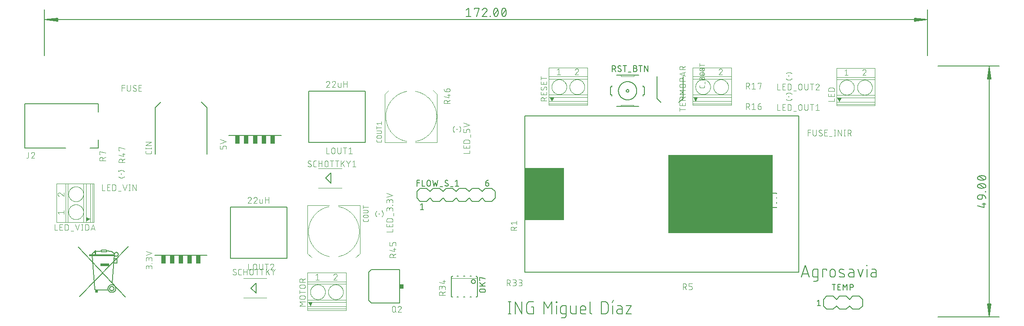
<source format=gbr>
G04 EAGLE Gerber RS-274X export*
G75*
%MOMM*%
%FSLAX34Y34*%
%LPD*%
%INSilkscreen Top*%
%IPPOS*%
%AMOC8*
5,1,8,0,0,1.08239X$1,22.5*%
G01*
%ADD10C,0.203200*%
%ADD11C,0.130000*%
%ADD12C,0.152400*%
%ADD13R,0.965200X1.676400*%
%ADD14C,0.101600*%
%ADD15C,0.076200*%
%ADD16C,0.127000*%
%ADD17R,0.200000X0.200000*%
%ADD18R,0.250000X0.150000*%
%ADD19R,0.150000X0.250000*%
%ADD20C,0.050800*%
%ADD21R,7.620000X10.160000*%
%ADD22R,20.320000X15.240000*%
%ADD23C,0.166400*%
%ADD24R,4.886800X0.353500*%
%ADD25R,1.684300X0.582200*%
%ADD26R,0.582300X0.561400*%
%ADD27R,0.762000X0.863600*%

G36*
X988485Y420923D02*
X988485Y420923D01*
X988519Y420920D01*
X988584Y420939D01*
X988650Y420949D01*
X988679Y420967D01*
X988711Y420976D01*
X988763Y421019D01*
X988821Y421054D01*
X988843Y421083D01*
X988867Y421103D01*
X988890Y421146D01*
X988929Y421198D01*
X992104Y427548D01*
X992109Y427570D01*
X992122Y427588D01*
X992136Y427666D01*
X992156Y427742D01*
X992153Y427764D01*
X992157Y427785D01*
X992140Y427862D01*
X992130Y427940D01*
X992118Y427959D01*
X992114Y427981D01*
X992068Y428045D01*
X992028Y428113D01*
X992010Y428126D01*
X991998Y428144D01*
X991931Y428186D01*
X991868Y428233D01*
X991846Y428239D01*
X991827Y428250D01*
X991726Y428269D01*
X991673Y428282D01*
X991662Y428280D01*
X991650Y428282D01*
X985300Y428282D01*
X985278Y428278D01*
X985256Y428280D01*
X985181Y428258D01*
X985104Y428243D01*
X985085Y428230D01*
X985064Y428224D01*
X985003Y428174D01*
X984938Y428130D01*
X984926Y428111D01*
X984908Y428098D01*
X984871Y428028D01*
X984828Y427962D01*
X984825Y427940D01*
X984814Y427921D01*
X984807Y427842D01*
X984793Y427765D01*
X984798Y427743D01*
X984796Y427721D01*
X984825Y427622D01*
X984836Y427569D01*
X984843Y427560D01*
X984846Y427548D01*
X988021Y421198D01*
X988063Y421145D01*
X988097Y421087D01*
X988124Y421067D01*
X988145Y421040D01*
X988203Y421007D01*
X988257Y420967D01*
X988290Y420959D01*
X988320Y420942D01*
X988387Y420935D01*
X988452Y420918D01*
X988485Y420923D01*
G37*
G36*
X1268485Y420923D02*
X1268485Y420923D01*
X1268519Y420920D01*
X1268584Y420939D01*
X1268650Y420949D01*
X1268679Y420967D01*
X1268711Y420976D01*
X1268763Y421019D01*
X1268821Y421054D01*
X1268843Y421083D01*
X1268867Y421103D01*
X1268890Y421146D01*
X1268929Y421198D01*
X1272104Y427548D01*
X1272109Y427570D01*
X1272122Y427588D01*
X1272136Y427666D01*
X1272156Y427742D01*
X1272153Y427764D01*
X1272157Y427785D01*
X1272140Y427862D01*
X1272130Y427940D01*
X1272118Y427959D01*
X1272114Y427981D01*
X1272068Y428045D01*
X1272028Y428113D01*
X1272010Y428126D01*
X1271998Y428144D01*
X1271931Y428186D01*
X1271868Y428233D01*
X1271846Y428239D01*
X1271827Y428250D01*
X1271726Y428269D01*
X1271673Y428282D01*
X1271662Y428280D01*
X1271650Y428282D01*
X1265300Y428282D01*
X1265278Y428278D01*
X1265256Y428280D01*
X1265181Y428258D01*
X1265104Y428243D01*
X1265085Y428230D01*
X1265064Y428224D01*
X1265003Y428174D01*
X1264938Y428130D01*
X1264926Y428111D01*
X1264908Y428098D01*
X1264871Y428028D01*
X1264828Y427962D01*
X1264825Y427940D01*
X1264814Y427921D01*
X1264807Y427842D01*
X1264793Y427765D01*
X1264798Y427743D01*
X1264796Y427721D01*
X1264825Y427622D01*
X1264836Y427569D01*
X1264843Y427560D01*
X1264846Y427548D01*
X1268021Y421198D01*
X1268063Y421145D01*
X1268097Y421087D01*
X1268124Y421067D01*
X1268145Y421040D01*
X1268203Y421007D01*
X1268257Y420967D01*
X1268290Y420959D01*
X1268320Y420942D01*
X1268387Y420935D01*
X1268452Y420918D01*
X1268485Y420923D01*
G37*
G36*
X1548495Y419873D02*
X1548495Y419873D01*
X1548529Y419870D01*
X1548594Y419889D01*
X1548660Y419899D01*
X1548689Y419917D01*
X1548721Y419926D01*
X1548773Y419969D01*
X1548831Y420004D01*
X1548853Y420033D01*
X1548877Y420053D01*
X1548900Y420096D01*
X1548939Y420148D01*
X1552114Y426498D01*
X1552119Y426520D01*
X1552132Y426538D01*
X1552146Y426616D01*
X1552166Y426692D01*
X1552163Y426714D01*
X1552167Y426735D01*
X1552150Y426812D01*
X1552140Y426890D01*
X1552128Y426909D01*
X1552124Y426931D01*
X1552078Y426995D01*
X1552038Y427063D01*
X1552020Y427076D01*
X1552008Y427094D01*
X1551941Y427136D01*
X1551878Y427183D01*
X1551856Y427189D01*
X1551837Y427200D01*
X1551736Y427219D01*
X1551683Y427232D01*
X1551672Y427230D01*
X1551660Y427232D01*
X1545310Y427232D01*
X1545288Y427228D01*
X1545266Y427230D01*
X1545191Y427208D01*
X1545114Y427193D01*
X1545095Y427180D01*
X1545074Y427174D01*
X1545013Y427124D01*
X1544948Y427080D01*
X1544936Y427061D01*
X1544918Y427048D01*
X1544881Y426978D01*
X1544838Y426912D01*
X1544835Y426890D01*
X1544824Y426871D01*
X1544817Y426792D01*
X1544803Y426715D01*
X1544808Y426693D01*
X1544806Y426671D01*
X1544835Y426572D01*
X1544846Y426519D01*
X1544853Y426510D01*
X1544856Y426498D01*
X1548031Y420148D01*
X1548073Y420095D01*
X1548107Y420037D01*
X1548134Y420017D01*
X1548155Y419990D01*
X1548213Y419957D01*
X1548267Y419917D01*
X1548300Y419909D01*
X1548330Y419892D01*
X1548397Y419885D01*
X1548462Y419868D01*
X1548495Y419873D01*
G37*
G36*
X82859Y187376D02*
X82859Y187376D01*
X82881Y187374D01*
X82980Y187403D01*
X83033Y187414D01*
X83042Y187421D01*
X83054Y187424D01*
X89404Y190599D01*
X89457Y190641D01*
X89515Y190675D01*
X89535Y190702D01*
X89562Y190723D01*
X89595Y190781D01*
X89635Y190835D01*
X89643Y190868D01*
X89660Y190898D01*
X89667Y190965D01*
X89684Y191030D01*
X89679Y191063D01*
X89682Y191097D01*
X89663Y191162D01*
X89653Y191228D01*
X89635Y191257D01*
X89626Y191289D01*
X89583Y191341D01*
X89548Y191399D01*
X89519Y191421D01*
X89500Y191445D01*
X89456Y191468D01*
X89404Y191507D01*
X83054Y194682D01*
X83032Y194687D01*
X83014Y194700D01*
X82936Y194714D01*
X82860Y194734D01*
X82838Y194731D01*
X82817Y194735D01*
X82740Y194718D01*
X82662Y194708D01*
X82643Y194696D01*
X82621Y194692D01*
X82557Y194646D01*
X82489Y194606D01*
X82476Y194588D01*
X82458Y194576D01*
X82416Y194509D01*
X82369Y194446D01*
X82363Y194424D01*
X82352Y194405D01*
X82333Y194304D01*
X82320Y194251D01*
X82322Y194240D01*
X82320Y194228D01*
X82320Y187878D01*
X82324Y187856D01*
X82322Y187834D01*
X82344Y187759D01*
X82359Y187682D01*
X82372Y187663D01*
X82378Y187642D01*
X82428Y187581D01*
X82472Y187516D01*
X82491Y187504D01*
X82505Y187486D01*
X82574Y187449D01*
X82640Y187406D01*
X82662Y187403D01*
X82681Y187392D01*
X82760Y187385D01*
X82837Y187371D01*
X82859Y187376D01*
G37*
G36*
X518485Y20923D02*
X518485Y20923D01*
X518519Y20920D01*
X518584Y20939D01*
X518650Y20949D01*
X518679Y20967D01*
X518711Y20976D01*
X518763Y21019D01*
X518821Y21054D01*
X518843Y21083D01*
X518867Y21103D01*
X518890Y21146D01*
X518929Y21198D01*
X522104Y27548D01*
X522109Y27570D01*
X522122Y27588D01*
X522136Y27666D01*
X522156Y27742D01*
X522153Y27764D01*
X522157Y27785D01*
X522140Y27862D01*
X522130Y27940D01*
X522118Y27959D01*
X522114Y27981D01*
X522068Y28045D01*
X522028Y28113D01*
X522010Y28126D01*
X521998Y28144D01*
X521931Y28186D01*
X521868Y28233D01*
X521846Y28239D01*
X521827Y28250D01*
X521726Y28269D01*
X521673Y28282D01*
X521662Y28280D01*
X521650Y28282D01*
X515300Y28282D01*
X515278Y28278D01*
X515256Y28280D01*
X515181Y28258D01*
X515104Y28243D01*
X515085Y28230D01*
X515064Y28224D01*
X515003Y28174D01*
X514938Y28130D01*
X514926Y28111D01*
X514908Y28098D01*
X514871Y28028D01*
X514828Y27962D01*
X514825Y27940D01*
X514814Y27921D01*
X514807Y27842D01*
X514793Y27765D01*
X514798Y27743D01*
X514796Y27721D01*
X514825Y27622D01*
X514836Y27569D01*
X514843Y27560D01*
X514846Y27548D01*
X518021Y21198D01*
X518063Y21145D01*
X518097Y21087D01*
X518124Y21067D01*
X518145Y21040D01*
X518203Y21007D01*
X518257Y20967D01*
X518290Y20959D01*
X518320Y20942D01*
X518387Y20935D01*
X518452Y20918D01*
X518485Y20923D01*
G37*
D10*
X906336Y29962D02*
X906336Y6594D01*
X903740Y6594D02*
X908933Y6594D01*
X908933Y29962D02*
X903740Y29962D01*
X917244Y29962D02*
X917244Y6594D01*
X930227Y6594D02*
X917244Y29962D01*
X930227Y29962D02*
X930227Y6594D01*
X948602Y19576D02*
X952497Y19576D01*
X952497Y6594D01*
X944708Y6594D01*
X944565Y6596D01*
X944422Y6602D01*
X944279Y6612D01*
X944137Y6626D01*
X943995Y6643D01*
X943853Y6665D01*
X943712Y6690D01*
X943572Y6720D01*
X943433Y6753D01*
X943295Y6790D01*
X943158Y6831D01*
X943022Y6875D01*
X942887Y6924D01*
X942754Y6976D01*
X942622Y7031D01*
X942492Y7091D01*
X942363Y7154D01*
X942236Y7220D01*
X942112Y7290D01*
X941989Y7363D01*
X941868Y7440D01*
X941749Y7520D01*
X941633Y7603D01*
X941518Y7689D01*
X941407Y7778D01*
X941297Y7871D01*
X941191Y7966D01*
X941087Y8065D01*
X940986Y8166D01*
X940887Y8270D01*
X940792Y8376D01*
X940699Y8486D01*
X940610Y8597D01*
X940524Y8712D01*
X940441Y8828D01*
X940361Y8947D01*
X940284Y9068D01*
X940211Y9191D01*
X940141Y9315D01*
X940075Y9442D01*
X940012Y9571D01*
X939952Y9701D01*
X939897Y9833D01*
X939845Y9966D01*
X939796Y10101D01*
X939752Y10237D01*
X939711Y10374D01*
X939674Y10512D01*
X939641Y10651D01*
X939611Y10791D01*
X939586Y10932D01*
X939564Y11074D01*
X939547Y11216D01*
X939533Y11358D01*
X939523Y11501D01*
X939517Y11644D01*
X939515Y11787D01*
X939515Y24769D01*
X939517Y24912D01*
X939523Y25055D01*
X939533Y25198D01*
X939547Y25340D01*
X939564Y25482D01*
X939586Y25624D01*
X939611Y25765D01*
X939641Y25905D01*
X939674Y26044D01*
X939711Y26182D01*
X939752Y26319D01*
X939796Y26455D01*
X939845Y26590D01*
X939897Y26723D01*
X939952Y26855D01*
X940012Y26985D01*
X940075Y27114D01*
X940141Y27241D01*
X940211Y27365D01*
X940284Y27488D01*
X940361Y27609D01*
X940441Y27728D01*
X940524Y27844D01*
X940610Y27959D01*
X940699Y28070D01*
X940792Y28180D01*
X940887Y28286D01*
X940986Y28390D01*
X941087Y28491D01*
X941191Y28590D01*
X941297Y28685D01*
X941407Y28778D01*
X941518Y28867D01*
X941633Y28953D01*
X941749Y29036D01*
X941868Y29116D01*
X941989Y29193D01*
X942111Y29266D01*
X942236Y29336D01*
X942363Y29402D01*
X942492Y29465D01*
X942622Y29525D01*
X942754Y29580D01*
X942887Y29632D01*
X943022Y29681D01*
X943158Y29725D01*
X943295Y29766D01*
X943433Y29803D01*
X943572Y29836D01*
X943712Y29866D01*
X943853Y29891D01*
X943995Y29913D01*
X944137Y29930D01*
X944279Y29944D01*
X944422Y29954D01*
X944565Y29960D01*
X944708Y29962D01*
X952497Y29962D01*
X973015Y29962D02*
X973015Y6594D01*
X980804Y16980D02*
X973015Y29962D01*
X980804Y16980D02*
X988593Y29962D01*
X988593Y6594D01*
X997507Y6594D02*
X997507Y22173D01*
X996858Y28664D02*
X996858Y29962D01*
X998156Y29962D01*
X998156Y28664D01*
X996858Y28664D01*
X1009381Y6594D02*
X1015872Y6594D01*
X1009381Y6594D02*
X1009259Y6596D01*
X1009136Y6602D01*
X1009014Y6611D01*
X1008893Y6625D01*
X1008772Y6642D01*
X1008651Y6663D01*
X1008531Y6688D01*
X1008412Y6716D01*
X1008294Y6749D01*
X1008177Y6785D01*
X1008062Y6824D01*
X1007947Y6868D01*
X1007834Y6914D01*
X1007723Y6965D01*
X1007613Y7019D01*
X1007505Y7076D01*
X1007398Y7136D01*
X1007294Y7200D01*
X1007192Y7268D01*
X1007092Y7338D01*
X1006994Y7411D01*
X1006898Y7488D01*
X1006805Y7567D01*
X1006715Y7650D01*
X1006627Y7735D01*
X1006542Y7823D01*
X1006459Y7913D01*
X1006380Y8006D01*
X1006303Y8102D01*
X1006230Y8200D01*
X1006160Y8300D01*
X1006092Y8402D01*
X1006028Y8506D01*
X1005968Y8613D01*
X1005911Y8721D01*
X1005857Y8831D01*
X1005806Y8942D01*
X1005760Y9055D01*
X1005716Y9170D01*
X1005677Y9285D01*
X1005641Y9402D01*
X1005608Y9520D01*
X1005580Y9639D01*
X1005555Y9759D01*
X1005534Y9880D01*
X1005517Y10001D01*
X1005503Y10122D01*
X1005494Y10244D01*
X1005488Y10367D01*
X1005486Y10489D01*
X1005486Y18278D01*
X1005488Y18400D01*
X1005494Y18523D01*
X1005503Y18645D01*
X1005517Y18766D01*
X1005534Y18887D01*
X1005555Y19008D01*
X1005580Y19128D01*
X1005608Y19247D01*
X1005641Y19365D01*
X1005677Y19482D01*
X1005716Y19597D01*
X1005760Y19712D01*
X1005806Y19825D01*
X1005857Y19936D01*
X1005911Y20046D01*
X1005968Y20154D01*
X1006028Y20261D01*
X1006092Y20365D01*
X1006160Y20467D01*
X1006230Y20567D01*
X1006303Y20665D01*
X1006380Y20761D01*
X1006459Y20854D01*
X1006542Y20944D01*
X1006627Y21032D01*
X1006715Y21117D01*
X1006805Y21200D01*
X1006898Y21279D01*
X1006994Y21356D01*
X1007092Y21429D01*
X1007192Y21499D01*
X1007294Y21567D01*
X1007398Y21631D01*
X1007505Y21691D01*
X1007613Y21748D01*
X1007723Y21802D01*
X1007834Y21853D01*
X1007947Y21899D01*
X1008062Y21943D01*
X1008177Y21982D01*
X1008294Y22018D01*
X1008412Y22051D01*
X1008531Y22079D01*
X1008651Y22104D01*
X1008772Y22125D01*
X1008893Y22142D01*
X1009014Y22156D01*
X1009136Y22165D01*
X1009259Y22171D01*
X1009381Y22173D01*
X1015872Y22173D01*
X1015872Y2699D01*
X1015870Y2577D01*
X1015864Y2454D01*
X1015855Y2332D01*
X1015841Y2211D01*
X1015824Y2090D01*
X1015803Y1969D01*
X1015778Y1849D01*
X1015750Y1730D01*
X1015717Y1612D01*
X1015681Y1495D01*
X1015642Y1380D01*
X1015598Y1265D01*
X1015552Y1152D01*
X1015501Y1041D01*
X1015447Y931D01*
X1015390Y823D01*
X1015330Y716D01*
X1015266Y612D01*
X1015198Y510D01*
X1015128Y410D01*
X1015055Y312D01*
X1014978Y216D01*
X1014899Y123D01*
X1014816Y33D01*
X1014731Y-55D01*
X1014643Y-140D01*
X1014553Y-223D01*
X1014460Y-302D01*
X1014364Y-379D01*
X1014266Y-452D01*
X1014166Y-522D01*
X1014064Y-590D01*
X1013960Y-654D01*
X1013853Y-714D01*
X1013745Y-771D01*
X1013635Y-825D01*
X1013524Y-876D01*
X1013411Y-922D01*
X1013296Y-966D01*
X1013181Y-1005D01*
X1013064Y-1041D01*
X1012946Y-1074D01*
X1012827Y-1102D01*
X1012707Y-1127D01*
X1012586Y-1148D01*
X1012465Y-1165D01*
X1012344Y-1179D01*
X1012222Y-1188D01*
X1012099Y-1194D01*
X1011977Y-1196D01*
X1011977Y-1195D02*
X1006785Y-1195D01*
X1025024Y10489D02*
X1025024Y22173D01*
X1025024Y10489D02*
X1025026Y10367D01*
X1025032Y10244D01*
X1025041Y10122D01*
X1025055Y10001D01*
X1025072Y9880D01*
X1025093Y9759D01*
X1025118Y9639D01*
X1025146Y9520D01*
X1025179Y9402D01*
X1025215Y9285D01*
X1025254Y9170D01*
X1025298Y9055D01*
X1025344Y8942D01*
X1025395Y8831D01*
X1025449Y8721D01*
X1025506Y8613D01*
X1025566Y8506D01*
X1025630Y8402D01*
X1025698Y8300D01*
X1025768Y8200D01*
X1025841Y8102D01*
X1025918Y8006D01*
X1025997Y7913D01*
X1026080Y7823D01*
X1026165Y7735D01*
X1026253Y7650D01*
X1026343Y7567D01*
X1026436Y7488D01*
X1026532Y7411D01*
X1026630Y7338D01*
X1026730Y7268D01*
X1026832Y7200D01*
X1026936Y7136D01*
X1027043Y7076D01*
X1027151Y7019D01*
X1027261Y6965D01*
X1027372Y6914D01*
X1027485Y6868D01*
X1027600Y6824D01*
X1027715Y6785D01*
X1027832Y6749D01*
X1027950Y6716D01*
X1028069Y6688D01*
X1028189Y6663D01*
X1028310Y6642D01*
X1028431Y6625D01*
X1028552Y6611D01*
X1028674Y6602D01*
X1028797Y6596D01*
X1028919Y6594D01*
X1035410Y6594D01*
X1035410Y22173D01*
X1047710Y6594D02*
X1054201Y6594D01*
X1047710Y6594D02*
X1047588Y6596D01*
X1047465Y6602D01*
X1047343Y6611D01*
X1047222Y6625D01*
X1047101Y6642D01*
X1046980Y6663D01*
X1046860Y6688D01*
X1046741Y6716D01*
X1046623Y6749D01*
X1046506Y6785D01*
X1046391Y6824D01*
X1046276Y6868D01*
X1046163Y6914D01*
X1046052Y6965D01*
X1045942Y7019D01*
X1045834Y7076D01*
X1045727Y7136D01*
X1045623Y7200D01*
X1045521Y7268D01*
X1045421Y7338D01*
X1045323Y7411D01*
X1045227Y7488D01*
X1045134Y7567D01*
X1045044Y7650D01*
X1044956Y7735D01*
X1044871Y7823D01*
X1044788Y7913D01*
X1044709Y8006D01*
X1044632Y8102D01*
X1044559Y8200D01*
X1044489Y8300D01*
X1044421Y8402D01*
X1044357Y8506D01*
X1044297Y8613D01*
X1044240Y8721D01*
X1044186Y8831D01*
X1044135Y8942D01*
X1044089Y9055D01*
X1044045Y9170D01*
X1044006Y9285D01*
X1043970Y9402D01*
X1043937Y9520D01*
X1043909Y9639D01*
X1043884Y9759D01*
X1043863Y9880D01*
X1043846Y10001D01*
X1043832Y10122D01*
X1043823Y10244D01*
X1043817Y10367D01*
X1043815Y10489D01*
X1043815Y16980D01*
X1043817Y17123D01*
X1043823Y17266D01*
X1043833Y17409D01*
X1043847Y17551D01*
X1043864Y17693D01*
X1043886Y17835D01*
X1043911Y17976D01*
X1043941Y18116D01*
X1043974Y18255D01*
X1044011Y18393D01*
X1044052Y18530D01*
X1044096Y18666D01*
X1044145Y18801D01*
X1044197Y18934D01*
X1044252Y19066D01*
X1044312Y19196D01*
X1044375Y19325D01*
X1044441Y19452D01*
X1044511Y19577D01*
X1044584Y19699D01*
X1044661Y19820D01*
X1044741Y19939D01*
X1044824Y20055D01*
X1044910Y20170D01*
X1044999Y20281D01*
X1045092Y20391D01*
X1045187Y20497D01*
X1045286Y20601D01*
X1045387Y20702D01*
X1045491Y20801D01*
X1045597Y20896D01*
X1045707Y20989D01*
X1045818Y21078D01*
X1045933Y21164D01*
X1046049Y21247D01*
X1046168Y21327D01*
X1046289Y21404D01*
X1046412Y21477D01*
X1046536Y21547D01*
X1046663Y21613D01*
X1046792Y21676D01*
X1046922Y21736D01*
X1047054Y21791D01*
X1047187Y21843D01*
X1047322Y21892D01*
X1047458Y21936D01*
X1047595Y21977D01*
X1047733Y22014D01*
X1047872Y22047D01*
X1048012Y22077D01*
X1048153Y22102D01*
X1048295Y22124D01*
X1048437Y22141D01*
X1048579Y22155D01*
X1048722Y22165D01*
X1048865Y22171D01*
X1049008Y22173D01*
X1049151Y22171D01*
X1049294Y22165D01*
X1049437Y22155D01*
X1049579Y22141D01*
X1049721Y22124D01*
X1049863Y22102D01*
X1050004Y22077D01*
X1050144Y22047D01*
X1050283Y22014D01*
X1050421Y21977D01*
X1050558Y21936D01*
X1050694Y21892D01*
X1050829Y21843D01*
X1050962Y21791D01*
X1051094Y21736D01*
X1051224Y21676D01*
X1051353Y21613D01*
X1051480Y21547D01*
X1051605Y21477D01*
X1051727Y21404D01*
X1051848Y21327D01*
X1051967Y21247D01*
X1052083Y21164D01*
X1052198Y21078D01*
X1052309Y20989D01*
X1052419Y20896D01*
X1052525Y20801D01*
X1052629Y20702D01*
X1052730Y20601D01*
X1052829Y20497D01*
X1052924Y20391D01*
X1053017Y20281D01*
X1053106Y20170D01*
X1053192Y20055D01*
X1053275Y19939D01*
X1053355Y19820D01*
X1053432Y19699D01*
X1053505Y19577D01*
X1053575Y19452D01*
X1053641Y19325D01*
X1053704Y19196D01*
X1053764Y19066D01*
X1053819Y18934D01*
X1053871Y18801D01*
X1053920Y18666D01*
X1053964Y18530D01*
X1054005Y18393D01*
X1054042Y18255D01*
X1054075Y18116D01*
X1054105Y17976D01*
X1054130Y17835D01*
X1054152Y17693D01*
X1054169Y17551D01*
X1054183Y17409D01*
X1054193Y17266D01*
X1054199Y17123D01*
X1054201Y16980D01*
X1054201Y14383D01*
X1043815Y14383D01*
X1062416Y10489D02*
X1062416Y29962D01*
X1062416Y10489D02*
X1062418Y10367D01*
X1062424Y10244D01*
X1062433Y10122D01*
X1062447Y10001D01*
X1062464Y9880D01*
X1062485Y9759D01*
X1062510Y9639D01*
X1062538Y9520D01*
X1062571Y9402D01*
X1062607Y9285D01*
X1062646Y9170D01*
X1062690Y9055D01*
X1062736Y8942D01*
X1062787Y8831D01*
X1062841Y8721D01*
X1062898Y8613D01*
X1062958Y8506D01*
X1063022Y8402D01*
X1063090Y8300D01*
X1063160Y8200D01*
X1063233Y8102D01*
X1063310Y8006D01*
X1063389Y7913D01*
X1063472Y7823D01*
X1063557Y7735D01*
X1063645Y7650D01*
X1063735Y7567D01*
X1063828Y7488D01*
X1063924Y7411D01*
X1064022Y7338D01*
X1064122Y7268D01*
X1064224Y7200D01*
X1064328Y7136D01*
X1064435Y7076D01*
X1064543Y7019D01*
X1064653Y6965D01*
X1064764Y6914D01*
X1064877Y6868D01*
X1064992Y6824D01*
X1065107Y6785D01*
X1065224Y6749D01*
X1065342Y6716D01*
X1065461Y6688D01*
X1065581Y6663D01*
X1065702Y6642D01*
X1065823Y6625D01*
X1065944Y6611D01*
X1066066Y6602D01*
X1066189Y6596D01*
X1066311Y6594D01*
X1084970Y6594D02*
X1084970Y29962D01*
X1091461Y29962D01*
X1091620Y29960D01*
X1091779Y29954D01*
X1091939Y29944D01*
X1092097Y29931D01*
X1092256Y29913D01*
X1092413Y29892D01*
X1092571Y29866D01*
X1092727Y29837D01*
X1092883Y29804D01*
X1093038Y29767D01*
X1093192Y29727D01*
X1093345Y29682D01*
X1093497Y29634D01*
X1093648Y29583D01*
X1093797Y29527D01*
X1093945Y29468D01*
X1094091Y29405D01*
X1094236Y29339D01*
X1094379Y29269D01*
X1094521Y29196D01*
X1094660Y29119D01*
X1094798Y29039D01*
X1094934Y28955D01*
X1095067Y28868D01*
X1095199Y28778D01*
X1095328Y28685D01*
X1095454Y28588D01*
X1095579Y28489D01*
X1095701Y28386D01*
X1095820Y28281D01*
X1095937Y28172D01*
X1096051Y28061D01*
X1096162Y27947D01*
X1096271Y27830D01*
X1096376Y27711D01*
X1096479Y27589D01*
X1096578Y27464D01*
X1096675Y27338D01*
X1096768Y27209D01*
X1096858Y27077D01*
X1096945Y26944D01*
X1097029Y26808D01*
X1097109Y26670D01*
X1097186Y26531D01*
X1097259Y26389D01*
X1097329Y26246D01*
X1097395Y26101D01*
X1097458Y25955D01*
X1097517Y25807D01*
X1097573Y25658D01*
X1097624Y25507D01*
X1097672Y25355D01*
X1097717Y25202D01*
X1097757Y25048D01*
X1097794Y24893D01*
X1097827Y24737D01*
X1097856Y24581D01*
X1097882Y24423D01*
X1097903Y24266D01*
X1097921Y24107D01*
X1097934Y23949D01*
X1097944Y23789D01*
X1097950Y23630D01*
X1097952Y23471D01*
X1097952Y13085D01*
X1097950Y12926D01*
X1097944Y12767D01*
X1097934Y12607D01*
X1097921Y12449D01*
X1097903Y12290D01*
X1097882Y12133D01*
X1097856Y11975D01*
X1097827Y11819D01*
X1097794Y11663D01*
X1097757Y11508D01*
X1097717Y11354D01*
X1097672Y11201D01*
X1097624Y11049D01*
X1097573Y10898D01*
X1097517Y10749D01*
X1097458Y10601D01*
X1097395Y10455D01*
X1097329Y10310D01*
X1097259Y10167D01*
X1097186Y10025D01*
X1097109Y9886D01*
X1097029Y9748D01*
X1096945Y9612D01*
X1096858Y9479D01*
X1096768Y9347D01*
X1096675Y9218D01*
X1096578Y9092D01*
X1096479Y8967D01*
X1096376Y8845D01*
X1096271Y8726D01*
X1096162Y8609D01*
X1096051Y8495D01*
X1095937Y8384D01*
X1095820Y8275D01*
X1095701Y8170D01*
X1095579Y8067D01*
X1095454Y7968D01*
X1095328Y7871D01*
X1095199Y7778D01*
X1095067Y7688D01*
X1094934Y7601D01*
X1094798Y7517D01*
X1094660Y7437D01*
X1094521Y7360D01*
X1094379Y7287D01*
X1094236Y7217D01*
X1094091Y7151D01*
X1093945Y7088D01*
X1093797Y7029D01*
X1093648Y6973D01*
X1093497Y6922D01*
X1093345Y6873D01*
X1093192Y6829D01*
X1093038Y6789D01*
X1092883Y6752D01*
X1092727Y6719D01*
X1092571Y6690D01*
X1092413Y6664D01*
X1092256Y6643D01*
X1092097Y6625D01*
X1091938Y6612D01*
X1091779Y6602D01*
X1091620Y6596D01*
X1091461Y6594D01*
X1084970Y6594D01*
X1106862Y6594D02*
X1106862Y22173D01*
X1106213Y28015D02*
X1108810Y33208D01*
X1119295Y15682D02*
X1125137Y15682D01*
X1119295Y15682D02*
X1119162Y15680D01*
X1119028Y15674D01*
X1118895Y15664D01*
X1118763Y15651D01*
X1118630Y15633D01*
X1118499Y15612D01*
X1118368Y15586D01*
X1118237Y15557D01*
X1118108Y15524D01*
X1117980Y15488D01*
X1117853Y15447D01*
X1117727Y15403D01*
X1117602Y15355D01*
X1117479Y15303D01*
X1117358Y15248D01*
X1117238Y15190D01*
X1117120Y15128D01*
X1117004Y15062D01*
X1116890Y14993D01*
X1116777Y14921D01*
X1116667Y14845D01*
X1116560Y14767D01*
X1116454Y14685D01*
X1116352Y14600D01*
X1116251Y14512D01*
X1116153Y14421D01*
X1116058Y14327D01*
X1115966Y14231D01*
X1115877Y14132D01*
X1115790Y14030D01*
X1115707Y13926D01*
X1115627Y13820D01*
X1115550Y13711D01*
X1115476Y13600D01*
X1115405Y13487D01*
X1115338Y13371D01*
X1115274Y13254D01*
X1115213Y13135D01*
X1115157Y13015D01*
X1115103Y12892D01*
X1115054Y12768D01*
X1115008Y12643D01*
X1114965Y12517D01*
X1114927Y12389D01*
X1114892Y12260D01*
X1114861Y12131D01*
X1114833Y12000D01*
X1114810Y11869D01*
X1114791Y11737D01*
X1114775Y11604D01*
X1114763Y11471D01*
X1114755Y11338D01*
X1114751Y11205D01*
X1114751Y11071D01*
X1114755Y10938D01*
X1114763Y10805D01*
X1114775Y10672D01*
X1114791Y10539D01*
X1114810Y10407D01*
X1114833Y10276D01*
X1114861Y10145D01*
X1114892Y10016D01*
X1114927Y9887D01*
X1114965Y9759D01*
X1115008Y9633D01*
X1115054Y9508D01*
X1115103Y9384D01*
X1115157Y9261D01*
X1115213Y9141D01*
X1115274Y9022D01*
X1115338Y8905D01*
X1115405Y8789D01*
X1115476Y8676D01*
X1115550Y8565D01*
X1115627Y8456D01*
X1115707Y8350D01*
X1115790Y8246D01*
X1115877Y8144D01*
X1115966Y8045D01*
X1116058Y7949D01*
X1116153Y7855D01*
X1116251Y7764D01*
X1116352Y7676D01*
X1116454Y7591D01*
X1116560Y7509D01*
X1116667Y7431D01*
X1116777Y7355D01*
X1116890Y7283D01*
X1117004Y7214D01*
X1117120Y7148D01*
X1117238Y7086D01*
X1117358Y7028D01*
X1117479Y6973D01*
X1117602Y6921D01*
X1117727Y6873D01*
X1117853Y6829D01*
X1117980Y6788D01*
X1118108Y6752D01*
X1118237Y6719D01*
X1118368Y6690D01*
X1118499Y6664D01*
X1118630Y6643D01*
X1118763Y6625D01*
X1118895Y6612D01*
X1119028Y6602D01*
X1119162Y6596D01*
X1119295Y6594D01*
X1125137Y6594D01*
X1125137Y18278D01*
X1125138Y18278D02*
X1125136Y18400D01*
X1125130Y18523D01*
X1125121Y18645D01*
X1125107Y18766D01*
X1125090Y18887D01*
X1125069Y19008D01*
X1125044Y19128D01*
X1125016Y19247D01*
X1124983Y19365D01*
X1124947Y19482D01*
X1124908Y19597D01*
X1124864Y19712D01*
X1124818Y19825D01*
X1124767Y19936D01*
X1124713Y20046D01*
X1124656Y20154D01*
X1124596Y20261D01*
X1124532Y20365D01*
X1124464Y20467D01*
X1124394Y20567D01*
X1124321Y20665D01*
X1124244Y20761D01*
X1124165Y20854D01*
X1124082Y20944D01*
X1123997Y21032D01*
X1123909Y21117D01*
X1123819Y21200D01*
X1123726Y21279D01*
X1123630Y21356D01*
X1123532Y21429D01*
X1123432Y21499D01*
X1123330Y21567D01*
X1123226Y21631D01*
X1123119Y21691D01*
X1123011Y21748D01*
X1122901Y21802D01*
X1122790Y21853D01*
X1122677Y21899D01*
X1122562Y21943D01*
X1122447Y21982D01*
X1122330Y22018D01*
X1122212Y22051D01*
X1122093Y22079D01*
X1121973Y22104D01*
X1121852Y22125D01*
X1121731Y22142D01*
X1121610Y22156D01*
X1121488Y22165D01*
X1121365Y22171D01*
X1121243Y22173D01*
X1116050Y22173D01*
X1132898Y22173D02*
X1143283Y22173D01*
X1132898Y6594D01*
X1143283Y6594D01*
X1474258Y78034D02*
X1482047Y101402D01*
X1489837Y78034D01*
X1487889Y83876D02*
X1476205Y83876D01*
X1500185Y78034D02*
X1506676Y78034D01*
X1500185Y78034D02*
X1500063Y78036D01*
X1499940Y78042D01*
X1499818Y78051D01*
X1499697Y78065D01*
X1499576Y78082D01*
X1499455Y78103D01*
X1499335Y78128D01*
X1499216Y78156D01*
X1499098Y78189D01*
X1498981Y78225D01*
X1498866Y78264D01*
X1498751Y78308D01*
X1498638Y78354D01*
X1498527Y78405D01*
X1498417Y78459D01*
X1498309Y78516D01*
X1498202Y78576D01*
X1498098Y78640D01*
X1497996Y78708D01*
X1497896Y78778D01*
X1497798Y78851D01*
X1497702Y78928D01*
X1497609Y79007D01*
X1497519Y79090D01*
X1497431Y79175D01*
X1497346Y79263D01*
X1497263Y79353D01*
X1497184Y79446D01*
X1497107Y79542D01*
X1497034Y79640D01*
X1496964Y79740D01*
X1496896Y79842D01*
X1496832Y79946D01*
X1496772Y80053D01*
X1496715Y80161D01*
X1496661Y80271D01*
X1496610Y80382D01*
X1496564Y80495D01*
X1496520Y80610D01*
X1496481Y80725D01*
X1496445Y80842D01*
X1496412Y80960D01*
X1496384Y81079D01*
X1496359Y81199D01*
X1496338Y81320D01*
X1496321Y81441D01*
X1496307Y81562D01*
X1496298Y81684D01*
X1496292Y81807D01*
X1496290Y81929D01*
X1496290Y89718D01*
X1496292Y89840D01*
X1496298Y89963D01*
X1496307Y90085D01*
X1496321Y90206D01*
X1496338Y90327D01*
X1496359Y90448D01*
X1496384Y90568D01*
X1496412Y90687D01*
X1496445Y90805D01*
X1496481Y90922D01*
X1496520Y91037D01*
X1496564Y91152D01*
X1496610Y91265D01*
X1496661Y91376D01*
X1496715Y91486D01*
X1496772Y91594D01*
X1496832Y91701D01*
X1496896Y91805D01*
X1496964Y91907D01*
X1497034Y92007D01*
X1497107Y92105D01*
X1497184Y92201D01*
X1497263Y92294D01*
X1497346Y92384D01*
X1497431Y92472D01*
X1497519Y92557D01*
X1497609Y92640D01*
X1497702Y92719D01*
X1497798Y92796D01*
X1497896Y92869D01*
X1497996Y92939D01*
X1498098Y93007D01*
X1498202Y93071D01*
X1498309Y93131D01*
X1498417Y93188D01*
X1498527Y93242D01*
X1498638Y93293D01*
X1498751Y93339D01*
X1498866Y93383D01*
X1498981Y93422D01*
X1499098Y93458D01*
X1499216Y93491D01*
X1499335Y93519D01*
X1499455Y93544D01*
X1499576Y93565D01*
X1499697Y93582D01*
X1499818Y93596D01*
X1499940Y93605D01*
X1500063Y93611D01*
X1500185Y93613D01*
X1506676Y93613D01*
X1506676Y74139D01*
X1506674Y74017D01*
X1506668Y73894D01*
X1506659Y73772D01*
X1506645Y73651D01*
X1506628Y73530D01*
X1506607Y73409D01*
X1506582Y73289D01*
X1506554Y73170D01*
X1506521Y73052D01*
X1506485Y72935D01*
X1506446Y72820D01*
X1506402Y72705D01*
X1506356Y72592D01*
X1506305Y72481D01*
X1506251Y72371D01*
X1506194Y72263D01*
X1506134Y72156D01*
X1506070Y72052D01*
X1506002Y71950D01*
X1505932Y71850D01*
X1505859Y71752D01*
X1505782Y71656D01*
X1505703Y71563D01*
X1505620Y71473D01*
X1505535Y71385D01*
X1505447Y71300D01*
X1505357Y71217D01*
X1505264Y71138D01*
X1505168Y71061D01*
X1505070Y70988D01*
X1504970Y70918D01*
X1504868Y70850D01*
X1504764Y70786D01*
X1504657Y70726D01*
X1504549Y70669D01*
X1504439Y70615D01*
X1504328Y70564D01*
X1504215Y70518D01*
X1504100Y70474D01*
X1503985Y70435D01*
X1503868Y70399D01*
X1503750Y70366D01*
X1503631Y70338D01*
X1503511Y70313D01*
X1503390Y70292D01*
X1503269Y70275D01*
X1503148Y70261D01*
X1503026Y70252D01*
X1502903Y70246D01*
X1502781Y70244D01*
X1502781Y70245D02*
X1497589Y70245D01*
X1515892Y78034D02*
X1515892Y93613D01*
X1523681Y93613D01*
X1523681Y91016D01*
X1529747Y88420D02*
X1529747Y83227D01*
X1529747Y88420D02*
X1529749Y88563D01*
X1529755Y88706D01*
X1529765Y88849D01*
X1529779Y88991D01*
X1529796Y89133D01*
X1529818Y89275D01*
X1529843Y89416D01*
X1529873Y89556D01*
X1529906Y89695D01*
X1529943Y89833D01*
X1529984Y89970D01*
X1530028Y90106D01*
X1530077Y90241D01*
X1530129Y90374D01*
X1530184Y90506D01*
X1530244Y90636D01*
X1530307Y90765D01*
X1530373Y90892D01*
X1530443Y91017D01*
X1530516Y91139D01*
X1530593Y91260D01*
X1530673Y91379D01*
X1530756Y91495D01*
X1530842Y91610D01*
X1530931Y91721D01*
X1531024Y91831D01*
X1531119Y91937D01*
X1531218Y92041D01*
X1531319Y92142D01*
X1531423Y92241D01*
X1531529Y92336D01*
X1531639Y92429D01*
X1531750Y92518D01*
X1531865Y92604D01*
X1531981Y92687D01*
X1532100Y92767D01*
X1532221Y92844D01*
X1532344Y92917D01*
X1532468Y92987D01*
X1532595Y93053D01*
X1532724Y93116D01*
X1532854Y93176D01*
X1532986Y93231D01*
X1533119Y93283D01*
X1533254Y93332D01*
X1533390Y93376D01*
X1533527Y93417D01*
X1533665Y93454D01*
X1533804Y93487D01*
X1533944Y93517D01*
X1534085Y93542D01*
X1534227Y93564D01*
X1534369Y93581D01*
X1534511Y93595D01*
X1534654Y93605D01*
X1534797Y93611D01*
X1534940Y93613D01*
X1535083Y93611D01*
X1535226Y93605D01*
X1535369Y93595D01*
X1535511Y93581D01*
X1535653Y93564D01*
X1535795Y93542D01*
X1535936Y93517D01*
X1536076Y93487D01*
X1536215Y93454D01*
X1536353Y93417D01*
X1536490Y93376D01*
X1536626Y93332D01*
X1536761Y93283D01*
X1536894Y93231D01*
X1537026Y93176D01*
X1537156Y93116D01*
X1537285Y93053D01*
X1537412Y92987D01*
X1537537Y92917D01*
X1537659Y92844D01*
X1537780Y92767D01*
X1537899Y92687D01*
X1538015Y92604D01*
X1538130Y92518D01*
X1538241Y92429D01*
X1538351Y92336D01*
X1538457Y92241D01*
X1538561Y92142D01*
X1538662Y92041D01*
X1538761Y91937D01*
X1538856Y91831D01*
X1538949Y91721D01*
X1539038Y91610D01*
X1539124Y91495D01*
X1539207Y91379D01*
X1539287Y91260D01*
X1539364Y91139D01*
X1539437Y91017D01*
X1539507Y90892D01*
X1539573Y90765D01*
X1539636Y90636D01*
X1539696Y90506D01*
X1539751Y90374D01*
X1539803Y90241D01*
X1539852Y90106D01*
X1539896Y89970D01*
X1539937Y89833D01*
X1539974Y89695D01*
X1540007Y89556D01*
X1540037Y89416D01*
X1540062Y89275D01*
X1540084Y89133D01*
X1540101Y88991D01*
X1540115Y88849D01*
X1540125Y88706D01*
X1540131Y88563D01*
X1540133Y88420D01*
X1540133Y83227D01*
X1540131Y83084D01*
X1540125Y82941D01*
X1540115Y82798D01*
X1540101Y82656D01*
X1540084Y82514D01*
X1540062Y82372D01*
X1540037Y82231D01*
X1540007Y82091D01*
X1539974Y81952D01*
X1539937Y81814D01*
X1539896Y81677D01*
X1539852Y81541D01*
X1539803Y81406D01*
X1539751Y81273D01*
X1539696Y81141D01*
X1539636Y81011D01*
X1539573Y80882D01*
X1539507Y80755D01*
X1539437Y80630D01*
X1539364Y80508D01*
X1539287Y80387D01*
X1539207Y80268D01*
X1539124Y80152D01*
X1539038Y80037D01*
X1538949Y79926D01*
X1538856Y79816D01*
X1538761Y79710D01*
X1538662Y79606D01*
X1538561Y79505D01*
X1538457Y79406D01*
X1538351Y79311D01*
X1538241Y79218D01*
X1538130Y79129D01*
X1538015Y79043D01*
X1537899Y78960D01*
X1537780Y78880D01*
X1537659Y78803D01*
X1537537Y78730D01*
X1537412Y78660D01*
X1537285Y78594D01*
X1537156Y78531D01*
X1537026Y78471D01*
X1536894Y78416D01*
X1536761Y78364D01*
X1536626Y78315D01*
X1536490Y78271D01*
X1536353Y78230D01*
X1536215Y78193D01*
X1536076Y78160D01*
X1535936Y78130D01*
X1535795Y78105D01*
X1535653Y78083D01*
X1535511Y78066D01*
X1535369Y78052D01*
X1535226Y78042D01*
X1535083Y78036D01*
X1534940Y78034D01*
X1534797Y78036D01*
X1534654Y78042D01*
X1534511Y78052D01*
X1534369Y78066D01*
X1534227Y78083D01*
X1534085Y78105D01*
X1533944Y78130D01*
X1533804Y78160D01*
X1533665Y78193D01*
X1533527Y78230D01*
X1533390Y78271D01*
X1533254Y78315D01*
X1533119Y78364D01*
X1532986Y78416D01*
X1532854Y78471D01*
X1532724Y78531D01*
X1532595Y78594D01*
X1532468Y78660D01*
X1532344Y78730D01*
X1532221Y78803D01*
X1532100Y78880D01*
X1531981Y78960D01*
X1531865Y79043D01*
X1531750Y79129D01*
X1531639Y79218D01*
X1531529Y79311D01*
X1531423Y79406D01*
X1531319Y79505D01*
X1531218Y79606D01*
X1531119Y79710D01*
X1531024Y79816D01*
X1530931Y79926D01*
X1530842Y80037D01*
X1530756Y80152D01*
X1530673Y80268D01*
X1530593Y80387D01*
X1530516Y80508D01*
X1530443Y80631D01*
X1530373Y80755D01*
X1530307Y80882D01*
X1530244Y81011D01*
X1530184Y81141D01*
X1530129Y81273D01*
X1530077Y81406D01*
X1530028Y81541D01*
X1529984Y81677D01*
X1529943Y81814D01*
X1529906Y81952D01*
X1529873Y82091D01*
X1529843Y82231D01*
X1529818Y82372D01*
X1529796Y82514D01*
X1529779Y82656D01*
X1529765Y82798D01*
X1529755Y82941D01*
X1529749Y83084D01*
X1529747Y83227D01*
X1549790Y87122D02*
X1556281Y84525D01*
X1549790Y87122D02*
X1549684Y87166D01*
X1549579Y87215D01*
X1549476Y87267D01*
X1549375Y87322D01*
X1549275Y87381D01*
X1549178Y87443D01*
X1549083Y87508D01*
X1548991Y87577D01*
X1548900Y87649D01*
X1548813Y87723D01*
X1548727Y87801D01*
X1548645Y87882D01*
X1548565Y87965D01*
X1548489Y88051D01*
X1548415Y88140D01*
X1548344Y88231D01*
X1548277Y88325D01*
X1548213Y88421D01*
X1548152Y88519D01*
X1548094Y88618D01*
X1548040Y88720D01*
X1547990Y88824D01*
X1547943Y88929D01*
X1547899Y89036D01*
X1547860Y89145D01*
X1547824Y89254D01*
X1547792Y89365D01*
X1547763Y89477D01*
X1547739Y89589D01*
X1547718Y89703D01*
X1547702Y89817D01*
X1547689Y89932D01*
X1547680Y90047D01*
X1547675Y90162D01*
X1547674Y90277D01*
X1547677Y90392D01*
X1547684Y90508D01*
X1547695Y90622D01*
X1547710Y90737D01*
X1547729Y90850D01*
X1547751Y90964D01*
X1547778Y91076D01*
X1547808Y91187D01*
X1547842Y91297D01*
X1547880Y91406D01*
X1547921Y91514D01*
X1547967Y91620D01*
X1548016Y91724D01*
X1548068Y91827D01*
X1548124Y91928D01*
X1548183Y92027D01*
X1548246Y92124D01*
X1548312Y92218D01*
X1548381Y92311D01*
X1548453Y92401D01*
X1548528Y92488D01*
X1548607Y92573D01*
X1548688Y92655D01*
X1548772Y92734D01*
X1548858Y92810D01*
X1548947Y92883D01*
X1549039Y92953D01*
X1549133Y93020D01*
X1549229Y93084D01*
X1549327Y93144D01*
X1549427Y93201D01*
X1549529Y93255D01*
X1549633Y93305D01*
X1549739Y93351D01*
X1549846Y93394D01*
X1549955Y93433D01*
X1550064Y93468D01*
X1550175Y93500D01*
X1550287Y93528D01*
X1550400Y93552D01*
X1550514Y93572D01*
X1550628Y93588D01*
X1550742Y93600D01*
X1550857Y93608D01*
X1550973Y93612D01*
X1551088Y93613D01*
X1551087Y93612D02*
X1551442Y93603D01*
X1551796Y93585D01*
X1552149Y93559D01*
X1552502Y93524D01*
X1552854Y93481D01*
X1553205Y93429D01*
X1553554Y93369D01*
X1553902Y93300D01*
X1554248Y93223D01*
X1554592Y93138D01*
X1554934Y93045D01*
X1555273Y92943D01*
X1555610Y92833D01*
X1555945Y92716D01*
X1556276Y92590D01*
X1556604Y92456D01*
X1556929Y92314D01*
X1556280Y84525D02*
X1556386Y84481D01*
X1556491Y84432D01*
X1556594Y84380D01*
X1556695Y84325D01*
X1556795Y84266D01*
X1556892Y84204D01*
X1556987Y84139D01*
X1557079Y84070D01*
X1557170Y83998D01*
X1557257Y83924D01*
X1557343Y83846D01*
X1557425Y83765D01*
X1557505Y83682D01*
X1557581Y83596D01*
X1557655Y83507D01*
X1557726Y83416D01*
X1557793Y83322D01*
X1557857Y83226D01*
X1557918Y83128D01*
X1557976Y83029D01*
X1558030Y82927D01*
X1558080Y82823D01*
X1558127Y82718D01*
X1558171Y82611D01*
X1558210Y82502D01*
X1558246Y82393D01*
X1558278Y82282D01*
X1558307Y82170D01*
X1558331Y82058D01*
X1558352Y81944D01*
X1558368Y81830D01*
X1558381Y81715D01*
X1558390Y81600D01*
X1558395Y81485D01*
X1558396Y81370D01*
X1558393Y81255D01*
X1558386Y81139D01*
X1558375Y81025D01*
X1558360Y80910D01*
X1558341Y80797D01*
X1558319Y80683D01*
X1558292Y80571D01*
X1558262Y80460D01*
X1558228Y80350D01*
X1558190Y80241D01*
X1558149Y80133D01*
X1558103Y80027D01*
X1558054Y79923D01*
X1558002Y79820D01*
X1557946Y79719D01*
X1557887Y79620D01*
X1557824Y79523D01*
X1557758Y79429D01*
X1557689Y79336D01*
X1557617Y79246D01*
X1557542Y79159D01*
X1557463Y79074D01*
X1557382Y78992D01*
X1557298Y78913D01*
X1557212Y78837D01*
X1557123Y78764D01*
X1557031Y78694D01*
X1556937Y78627D01*
X1556841Y78563D01*
X1556743Y78503D01*
X1556643Y78446D01*
X1556541Y78392D01*
X1556437Y78342D01*
X1556331Y78296D01*
X1556224Y78253D01*
X1556115Y78214D01*
X1556006Y78179D01*
X1555895Y78147D01*
X1555783Y78119D01*
X1555670Y78095D01*
X1555556Y78075D01*
X1555442Y78059D01*
X1555328Y78047D01*
X1555213Y78039D01*
X1555097Y78035D01*
X1554982Y78034D01*
X1554983Y78034D02*
X1554462Y78048D01*
X1553942Y78074D01*
X1553423Y78112D01*
X1552904Y78162D01*
X1552387Y78225D01*
X1551872Y78300D01*
X1551359Y78387D01*
X1550847Y78486D01*
X1550339Y78598D01*
X1549833Y78721D01*
X1549330Y78856D01*
X1548830Y79003D01*
X1548334Y79162D01*
X1547842Y79332D01*
X1570430Y87122D02*
X1576272Y87122D01*
X1570430Y87122D02*
X1570297Y87120D01*
X1570163Y87114D01*
X1570030Y87104D01*
X1569898Y87091D01*
X1569765Y87073D01*
X1569634Y87052D01*
X1569503Y87026D01*
X1569372Y86997D01*
X1569243Y86964D01*
X1569115Y86928D01*
X1568988Y86887D01*
X1568862Y86843D01*
X1568737Y86795D01*
X1568614Y86743D01*
X1568493Y86688D01*
X1568373Y86630D01*
X1568255Y86568D01*
X1568139Y86502D01*
X1568025Y86433D01*
X1567912Y86361D01*
X1567802Y86285D01*
X1567695Y86207D01*
X1567589Y86125D01*
X1567487Y86040D01*
X1567386Y85952D01*
X1567288Y85861D01*
X1567193Y85767D01*
X1567101Y85671D01*
X1567012Y85572D01*
X1566925Y85470D01*
X1566842Y85366D01*
X1566762Y85260D01*
X1566685Y85151D01*
X1566611Y85040D01*
X1566540Y84927D01*
X1566473Y84811D01*
X1566409Y84694D01*
X1566348Y84575D01*
X1566292Y84455D01*
X1566238Y84332D01*
X1566189Y84208D01*
X1566143Y84083D01*
X1566100Y83957D01*
X1566062Y83829D01*
X1566027Y83700D01*
X1565996Y83571D01*
X1565968Y83440D01*
X1565945Y83309D01*
X1565926Y83177D01*
X1565910Y83044D01*
X1565898Y82911D01*
X1565890Y82778D01*
X1565886Y82645D01*
X1565886Y82511D01*
X1565890Y82378D01*
X1565898Y82245D01*
X1565910Y82112D01*
X1565926Y81979D01*
X1565945Y81847D01*
X1565968Y81716D01*
X1565996Y81585D01*
X1566027Y81456D01*
X1566062Y81327D01*
X1566100Y81199D01*
X1566143Y81073D01*
X1566189Y80948D01*
X1566238Y80824D01*
X1566292Y80701D01*
X1566348Y80581D01*
X1566409Y80462D01*
X1566473Y80345D01*
X1566540Y80229D01*
X1566611Y80116D01*
X1566685Y80005D01*
X1566762Y79896D01*
X1566842Y79790D01*
X1566925Y79686D01*
X1567012Y79584D01*
X1567101Y79485D01*
X1567193Y79389D01*
X1567288Y79295D01*
X1567386Y79204D01*
X1567487Y79116D01*
X1567589Y79031D01*
X1567695Y78949D01*
X1567802Y78871D01*
X1567912Y78795D01*
X1568025Y78723D01*
X1568139Y78654D01*
X1568255Y78588D01*
X1568373Y78526D01*
X1568493Y78468D01*
X1568614Y78413D01*
X1568737Y78361D01*
X1568862Y78313D01*
X1568988Y78269D01*
X1569115Y78228D01*
X1569243Y78192D01*
X1569372Y78159D01*
X1569503Y78130D01*
X1569634Y78104D01*
X1569765Y78083D01*
X1569898Y78065D01*
X1570030Y78052D01*
X1570163Y78042D01*
X1570297Y78036D01*
X1570430Y78034D01*
X1576272Y78034D01*
X1576272Y89718D01*
X1576270Y89840D01*
X1576264Y89963D01*
X1576255Y90085D01*
X1576241Y90206D01*
X1576224Y90327D01*
X1576203Y90448D01*
X1576178Y90568D01*
X1576150Y90687D01*
X1576117Y90805D01*
X1576081Y90922D01*
X1576042Y91037D01*
X1575998Y91152D01*
X1575952Y91265D01*
X1575901Y91376D01*
X1575847Y91486D01*
X1575790Y91594D01*
X1575730Y91701D01*
X1575666Y91805D01*
X1575598Y91907D01*
X1575528Y92007D01*
X1575455Y92105D01*
X1575378Y92201D01*
X1575299Y92294D01*
X1575216Y92384D01*
X1575131Y92472D01*
X1575043Y92557D01*
X1574953Y92640D01*
X1574860Y92719D01*
X1574764Y92796D01*
X1574666Y92869D01*
X1574566Y92939D01*
X1574464Y93007D01*
X1574360Y93071D01*
X1574253Y93131D01*
X1574145Y93188D01*
X1574035Y93242D01*
X1573924Y93293D01*
X1573811Y93339D01*
X1573696Y93383D01*
X1573581Y93422D01*
X1573464Y93458D01*
X1573346Y93491D01*
X1573227Y93519D01*
X1573107Y93544D01*
X1572986Y93565D01*
X1572865Y93582D01*
X1572744Y93596D01*
X1572622Y93605D01*
X1572499Y93611D01*
X1572377Y93613D01*
X1567184Y93613D01*
X1584032Y93613D02*
X1589225Y78034D01*
X1594418Y93613D01*
X1601752Y93613D02*
X1601752Y78034D01*
X1601103Y100104D02*
X1601103Y101402D01*
X1602401Y101402D01*
X1602401Y100104D01*
X1601103Y100104D01*
X1614275Y87122D02*
X1620117Y87122D01*
X1614275Y87122D02*
X1614142Y87120D01*
X1614008Y87114D01*
X1613875Y87104D01*
X1613743Y87091D01*
X1613610Y87073D01*
X1613479Y87052D01*
X1613348Y87026D01*
X1613217Y86997D01*
X1613088Y86964D01*
X1612960Y86928D01*
X1612833Y86887D01*
X1612707Y86843D01*
X1612582Y86795D01*
X1612459Y86743D01*
X1612338Y86688D01*
X1612218Y86630D01*
X1612100Y86568D01*
X1611984Y86502D01*
X1611870Y86433D01*
X1611757Y86361D01*
X1611647Y86285D01*
X1611540Y86207D01*
X1611434Y86125D01*
X1611332Y86040D01*
X1611231Y85952D01*
X1611133Y85861D01*
X1611038Y85767D01*
X1610946Y85671D01*
X1610857Y85572D01*
X1610770Y85470D01*
X1610687Y85366D01*
X1610607Y85260D01*
X1610530Y85151D01*
X1610456Y85040D01*
X1610385Y84927D01*
X1610318Y84811D01*
X1610254Y84694D01*
X1610193Y84575D01*
X1610137Y84455D01*
X1610083Y84332D01*
X1610034Y84208D01*
X1609988Y84083D01*
X1609945Y83957D01*
X1609907Y83829D01*
X1609872Y83700D01*
X1609841Y83571D01*
X1609813Y83440D01*
X1609790Y83309D01*
X1609771Y83177D01*
X1609755Y83044D01*
X1609743Y82911D01*
X1609735Y82778D01*
X1609731Y82645D01*
X1609731Y82511D01*
X1609735Y82378D01*
X1609743Y82245D01*
X1609755Y82112D01*
X1609771Y81979D01*
X1609790Y81847D01*
X1609813Y81716D01*
X1609841Y81585D01*
X1609872Y81456D01*
X1609907Y81327D01*
X1609945Y81199D01*
X1609988Y81073D01*
X1610034Y80948D01*
X1610083Y80824D01*
X1610137Y80701D01*
X1610193Y80581D01*
X1610254Y80462D01*
X1610318Y80345D01*
X1610385Y80229D01*
X1610456Y80116D01*
X1610530Y80005D01*
X1610607Y79896D01*
X1610687Y79790D01*
X1610770Y79686D01*
X1610857Y79584D01*
X1610946Y79485D01*
X1611038Y79389D01*
X1611133Y79295D01*
X1611231Y79204D01*
X1611332Y79116D01*
X1611434Y79031D01*
X1611540Y78949D01*
X1611647Y78871D01*
X1611757Y78795D01*
X1611870Y78723D01*
X1611984Y78654D01*
X1612100Y78588D01*
X1612218Y78526D01*
X1612338Y78468D01*
X1612459Y78413D01*
X1612582Y78361D01*
X1612707Y78313D01*
X1612833Y78269D01*
X1612960Y78228D01*
X1613088Y78192D01*
X1613217Y78159D01*
X1613348Y78130D01*
X1613479Y78104D01*
X1613610Y78083D01*
X1613743Y78065D01*
X1613875Y78052D01*
X1614008Y78042D01*
X1614142Y78036D01*
X1614275Y78034D01*
X1620117Y78034D01*
X1620117Y89718D01*
X1620118Y89718D02*
X1620116Y89840D01*
X1620110Y89963D01*
X1620101Y90085D01*
X1620087Y90206D01*
X1620070Y90327D01*
X1620049Y90448D01*
X1620024Y90568D01*
X1619996Y90687D01*
X1619963Y90805D01*
X1619927Y90922D01*
X1619888Y91037D01*
X1619844Y91152D01*
X1619798Y91265D01*
X1619747Y91376D01*
X1619693Y91486D01*
X1619636Y91594D01*
X1619576Y91701D01*
X1619512Y91805D01*
X1619444Y91907D01*
X1619374Y92007D01*
X1619301Y92105D01*
X1619224Y92201D01*
X1619145Y92294D01*
X1619062Y92384D01*
X1618977Y92472D01*
X1618889Y92557D01*
X1618799Y92640D01*
X1618706Y92719D01*
X1618610Y92796D01*
X1618512Y92869D01*
X1618412Y92939D01*
X1618310Y93007D01*
X1618206Y93071D01*
X1618099Y93131D01*
X1617991Y93188D01*
X1617881Y93242D01*
X1617770Y93293D01*
X1617657Y93339D01*
X1617542Y93383D01*
X1617427Y93422D01*
X1617310Y93458D01*
X1617192Y93491D01*
X1617073Y93519D01*
X1616953Y93544D01*
X1616832Y93565D01*
X1616711Y93582D01*
X1616590Y93596D01*
X1616468Y93605D01*
X1616345Y93611D01*
X1616223Y93613D01*
X1611030Y93613D01*
D11*
X1740000Y490000D02*
X1859500Y490000D01*
X1859500Y0D02*
X1740000Y0D01*
X1840000Y650D02*
X1840000Y489350D01*
X1836808Y464000D01*
X1843192Y464000D01*
X1840000Y489350D01*
X1838700Y464000D01*
X1841300Y464000D02*
X1840000Y489350D01*
X1837400Y464000D01*
X1842600Y464000D02*
X1840000Y489350D01*
X1836808Y26000D02*
X1840000Y650D01*
X1836808Y26000D02*
X1843192Y26000D01*
X1840000Y650D01*
X1838700Y26000D01*
X1841300Y26000D02*
X1840000Y650D01*
X1837400Y26000D01*
X1842600Y26000D02*
X1840000Y650D01*
D12*
X1829881Y213852D02*
X1817237Y217464D01*
X1829881Y213852D02*
X1829881Y222883D01*
X1826268Y220174D02*
X1833493Y220174D01*
X1826268Y233096D02*
X1826268Y238514D01*
X1826268Y233096D02*
X1826266Y232978D01*
X1826260Y232860D01*
X1826251Y232742D01*
X1826237Y232625D01*
X1826220Y232508D01*
X1826199Y232391D01*
X1826174Y232276D01*
X1826145Y232161D01*
X1826112Y232047D01*
X1826076Y231935D01*
X1826036Y231824D01*
X1825993Y231714D01*
X1825946Y231605D01*
X1825896Y231498D01*
X1825841Y231393D01*
X1825784Y231290D01*
X1825723Y231189D01*
X1825659Y231089D01*
X1825592Y230992D01*
X1825522Y230897D01*
X1825448Y230805D01*
X1825372Y230714D01*
X1825292Y230627D01*
X1825210Y230542D01*
X1825125Y230460D01*
X1825038Y230380D01*
X1824947Y230304D01*
X1824855Y230230D01*
X1824760Y230160D01*
X1824663Y230093D01*
X1824563Y230029D01*
X1824462Y229968D01*
X1824359Y229911D01*
X1824254Y229856D01*
X1824147Y229806D01*
X1824038Y229759D01*
X1823928Y229716D01*
X1823817Y229676D01*
X1823705Y229640D01*
X1823591Y229607D01*
X1823476Y229578D01*
X1823361Y229553D01*
X1823244Y229532D01*
X1823127Y229515D01*
X1823010Y229501D01*
X1822892Y229492D01*
X1822774Y229486D01*
X1822656Y229484D01*
X1822656Y229483D02*
X1821753Y229483D01*
X1821620Y229485D01*
X1821488Y229491D01*
X1821356Y229501D01*
X1821224Y229514D01*
X1821092Y229532D01*
X1820962Y229553D01*
X1820831Y229578D01*
X1820702Y229607D01*
X1820574Y229640D01*
X1820446Y229676D01*
X1820320Y229716D01*
X1820195Y229760D01*
X1820071Y229808D01*
X1819949Y229859D01*
X1819828Y229914D01*
X1819709Y229972D01*
X1819591Y230034D01*
X1819476Y230099D01*
X1819362Y230168D01*
X1819251Y230239D01*
X1819142Y230315D01*
X1819035Y230393D01*
X1818930Y230474D01*
X1818828Y230559D01*
X1818728Y230646D01*
X1818631Y230736D01*
X1818536Y230829D01*
X1818445Y230925D01*
X1818356Y231023D01*
X1818270Y231124D01*
X1818187Y231228D01*
X1818107Y231334D01*
X1818031Y231442D01*
X1817957Y231552D01*
X1817887Y231665D01*
X1817820Y231779D01*
X1817757Y231896D01*
X1817697Y232014D01*
X1817640Y232134D01*
X1817587Y232256D01*
X1817538Y232379D01*
X1817492Y232503D01*
X1817450Y232629D01*
X1817412Y232756D01*
X1817377Y232884D01*
X1817346Y233013D01*
X1817319Y233142D01*
X1817296Y233273D01*
X1817276Y233404D01*
X1817261Y233536D01*
X1817249Y233668D01*
X1817241Y233800D01*
X1817237Y233933D01*
X1817237Y234065D01*
X1817241Y234198D01*
X1817249Y234330D01*
X1817261Y234462D01*
X1817276Y234594D01*
X1817296Y234725D01*
X1817319Y234856D01*
X1817346Y234985D01*
X1817377Y235114D01*
X1817412Y235242D01*
X1817450Y235369D01*
X1817492Y235495D01*
X1817538Y235619D01*
X1817587Y235742D01*
X1817640Y235864D01*
X1817697Y235984D01*
X1817757Y236102D01*
X1817820Y236219D01*
X1817887Y236333D01*
X1817957Y236446D01*
X1818031Y236556D01*
X1818107Y236664D01*
X1818187Y236770D01*
X1818270Y236874D01*
X1818356Y236975D01*
X1818445Y237073D01*
X1818536Y237169D01*
X1818631Y237262D01*
X1818728Y237352D01*
X1818828Y237439D01*
X1818930Y237524D01*
X1819035Y237605D01*
X1819142Y237683D01*
X1819251Y237759D01*
X1819362Y237830D01*
X1819476Y237899D01*
X1819591Y237964D01*
X1819709Y238026D01*
X1819828Y238084D01*
X1819949Y238139D01*
X1820071Y238190D01*
X1820195Y238238D01*
X1820320Y238282D01*
X1820446Y238322D01*
X1820574Y238358D01*
X1820702Y238391D01*
X1820831Y238420D01*
X1820962Y238445D01*
X1821092Y238466D01*
X1821224Y238484D01*
X1821356Y238497D01*
X1821488Y238507D01*
X1821620Y238513D01*
X1821753Y238515D01*
X1821753Y238514D02*
X1826268Y238514D01*
X1826443Y238512D01*
X1826617Y238506D01*
X1826791Y238495D01*
X1826965Y238480D01*
X1827139Y238461D01*
X1827312Y238438D01*
X1827484Y238411D01*
X1827656Y238379D01*
X1827827Y238344D01*
X1827997Y238304D01*
X1828166Y238260D01*
X1828334Y238212D01*
X1828501Y238160D01*
X1828666Y238104D01*
X1828830Y238044D01*
X1828993Y237981D01*
X1829153Y237913D01*
X1829313Y237841D01*
X1829470Y237766D01*
X1829626Y237686D01*
X1829779Y237603D01*
X1829931Y237517D01*
X1830080Y237426D01*
X1830227Y237332D01*
X1830372Y237235D01*
X1830515Y237134D01*
X1830655Y237030D01*
X1830792Y236922D01*
X1830927Y236811D01*
X1831059Y236697D01*
X1831188Y236580D01*
X1831315Y236459D01*
X1831438Y236336D01*
X1831559Y236209D01*
X1831676Y236080D01*
X1831790Y235948D01*
X1831901Y235813D01*
X1832009Y235676D01*
X1832113Y235536D01*
X1832214Y235393D01*
X1832311Y235248D01*
X1832405Y235101D01*
X1832496Y234952D01*
X1832582Y234800D01*
X1832665Y234647D01*
X1832745Y234491D01*
X1832820Y234334D01*
X1832892Y234174D01*
X1832960Y234014D01*
X1833023Y233851D01*
X1833083Y233687D01*
X1833139Y233522D01*
X1833191Y233355D01*
X1833239Y233187D01*
X1833283Y233018D01*
X1833323Y232848D01*
X1833358Y232677D01*
X1833390Y232505D01*
X1833417Y232333D01*
X1833440Y232160D01*
X1833459Y231986D01*
X1833474Y231812D01*
X1833485Y231638D01*
X1833491Y231464D01*
X1833493Y231289D01*
X1833493Y244489D02*
X1832590Y244489D01*
X1832590Y245392D01*
X1833493Y245392D01*
X1833493Y244489D01*
X1825365Y251367D02*
X1825045Y251371D01*
X1824726Y251382D01*
X1824406Y251401D01*
X1824088Y251428D01*
X1823770Y251462D01*
X1823453Y251504D01*
X1823137Y251554D01*
X1822822Y251611D01*
X1822509Y251675D01*
X1822197Y251747D01*
X1821887Y251826D01*
X1821580Y251913D01*
X1821274Y252007D01*
X1820971Y252108D01*
X1820670Y252217D01*
X1820372Y252332D01*
X1820076Y252455D01*
X1819784Y252585D01*
X1819495Y252722D01*
X1819494Y252722D02*
X1819386Y252761D01*
X1819279Y252804D01*
X1819174Y252850D01*
X1819071Y252900D01*
X1818969Y252954D01*
X1818869Y253011D01*
X1818771Y253072D01*
X1818675Y253136D01*
X1818582Y253203D01*
X1818491Y253273D01*
X1818402Y253347D01*
X1818316Y253423D01*
X1818233Y253503D01*
X1818152Y253585D01*
X1818074Y253670D01*
X1818000Y253757D01*
X1817928Y253848D01*
X1817859Y253940D01*
X1817794Y254035D01*
X1817732Y254132D01*
X1817673Y254231D01*
X1817618Y254332D01*
X1817567Y254435D01*
X1817519Y254540D01*
X1817474Y254646D01*
X1817433Y254753D01*
X1817396Y254862D01*
X1817363Y254973D01*
X1817334Y255084D01*
X1817308Y255196D01*
X1817286Y255309D01*
X1817269Y255423D01*
X1817255Y255537D01*
X1817245Y255652D01*
X1817239Y255767D01*
X1817237Y255882D01*
X1817239Y255997D01*
X1817245Y256112D01*
X1817255Y256227D01*
X1817269Y256341D01*
X1817286Y256455D01*
X1817308Y256568D01*
X1817334Y256680D01*
X1817363Y256792D01*
X1817396Y256902D01*
X1817433Y257011D01*
X1817474Y257119D01*
X1817519Y257225D01*
X1817567Y257330D01*
X1817618Y257432D01*
X1817674Y257534D01*
X1817732Y257633D01*
X1817794Y257730D01*
X1817860Y257825D01*
X1817928Y257917D01*
X1818000Y258007D01*
X1818074Y258095D01*
X1818152Y258180D01*
X1818233Y258262D01*
X1818316Y258341D01*
X1818402Y258418D01*
X1818491Y258491D01*
X1818582Y258562D01*
X1818676Y258629D01*
X1818771Y258693D01*
X1818869Y258754D01*
X1818969Y258811D01*
X1819071Y258864D01*
X1819175Y258915D01*
X1819280Y258961D01*
X1819387Y259004D01*
X1819495Y259043D01*
X1819784Y259180D01*
X1820076Y259310D01*
X1820372Y259433D01*
X1820670Y259548D01*
X1820971Y259657D01*
X1821274Y259758D01*
X1821580Y259852D01*
X1821887Y259939D01*
X1822197Y260018D01*
X1822509Y260090D01*
X1822822Y260154D01*
X1823137Y260211D01*
X1823453Y260261D01*
X1823770Y260303D01*
X1824088Y260337D01*
X1824406Y260364D01*
X1824726Y260383D01*
X1825045Y260394D01*
X1825365Y260398D01*
X1825365Y251367D02*
X1825685Y251371D01*
X1826004Y251382D01*
X1826324Y251401D01*
X1826642Y251428D01*
X1826960Y251462D01*
X1827277Y251504D01*
X1827593Y251554D01*
X1827908Y251611D01*
X1828221Y251675D01*
X1828533Y251747D01*
X1828843Y251826D01*
X1829150Y251913D01*
X1829456Y252007D01*
X1829759Y252108D01*
X1830060Y252217D01*
X1830358Y252332D01*
X1830654Y252455D01*
X1830946Y252585D01*
X1831235Y252722D01*
X1831236Y252721D02*
X1831344Y252760D01*
X1831451Y252803D01*
X1831556Y252849D01*
X1831660Y252900D01*
X1831762Y252953D01*
X1831862Y253010D01*
X1831960Y253071D01*
X1832055Y253135D01*
X1832149Y253202D01*
X1832240Y253273D01*
X1832329Y253346D01*
X1832415Y253423D01*
X1832498Y253502D01*
X1832579Y253584D01*
X1832657Y253669D01*
X1832731Y253757D01*
X1832803Y253847D01*
X1832872Y253940D01*
X1832937Y254034D01*
X1832999Y254131D01*
X1833057Y254231D01*
X1833113Y254332D01*
X1833164Y254434D01*
X1833212Y254539D01*
X1833257Y254645D01*
X1833298Y254753D01*
X1833335Y254862D01*
X1833368Y254972D01*
X1833397Y255084D01*
X1833423Y255196D01*
X1833445Y255309D01*
X1833462Y255423D01*
X1833476Y255537D01*
X1833486Y255652D01*
X1833492Y255767D01*
X1833494Y255882D01*
X1831235Y259043D02*
X1830946Y259180D01*
X1830654Y259310D01*
X1830358Y259433D01*
X1830060Y259548D01*
X1829759Y259657D01*
X1829456Y259758D01*
X1829150Y259852D01*
X1828843Y259939D01*
X1828533Y260018D01*
X1828221Y260090D01*
X1827908Y260154D01*
X1827593Y260211D01*
X1827277Y260261D01*
X1826960Y260303D01*
X1826642Y260337D01*
X1826324Y260364D01*
X1826004Y260383D01*
X1825685Y260394D01*
X1825365Y260398D01*
X1831235Y259043D02*
X1831343Y259004D01*
X1831450Y258961D01*
X1831555Y258915D01*
X1831659Y258864D01*
X1831761Y258811D01*
X1831861Y258754D01*
X1831959Y258693D01*
X1832054Y258629D01*
X1832148Y258562D01*
X1832239Y258491D01*
X1832328Y258418D01*
X1832414Y258341D01*
X1832497Y258262D01*
X1832578Y258180D01*
X1832656Y258095D01*
X1832730Y258007D01*
X1832802Y257917D01*
X1832871Y257824D01*
X1832936Y257730D01*
X1832998Y257633D01*
X1833056Y257533D01*
X1833112Y257432D01*
X1833163Y257329D01*
X1833211Y257225D01*
X1833256Y257119D01*
X1833297Y257011D01*
X1833334Y256902D01*
X1833367Y256792D01*
X1833396Y256680D01*
X1833422Y256568D01*
X1833444Y256455D01*
X1833461Y256341D01*
X1833475Y256227D01*
X1833485Y256112D01*
X1833491Y255997D01*
X1833493Y255882D01*
X1829881Y252270D02*
X1820849Y259495D01*
X1825365Y266998D02*
X1825045Y267002D01*
X1824726Y267013D01*
X1824406Y267032D01*
X1824088Y267059D01*
X1823770Y267093D01*
X1823453Y267135D01*
X1823137Y267185D01*
X1822822Y267242D01*
X1822509Y267306D01*
X1822197Y267378D01*
X1821887Y267457D01*
X1821580Y267544D01*
X1821274Y267638D01*
X1820971Y267739D01*
X1820670Y267848D01*
X1820372Y267963D01*
X1820076Y268086D01*
X1819784Y268216D01*
X1819495Y268353D01*
X1819494Y268354D02*
X1819386Y268393D01*
X1819279Y268436D01*
X1819174Y268482D01*
X1819071Y268532D01*
X1818969Y268586D01*
X1818869Y268643D01*
X1818771Y268704D01*
X1818675Y268768D01*
X1818582Y268835D01*
X1818491Y268905D01*
X1818402Y268979D01*
X1818316Y269055D01*
X1818233Y269135D01*
X1818152Y269217D01*
X1818074Y269302D01*
X1818000Y269389D01*
X1817928Y269480D01*
X1817859Y269572D01*
X1817794Y269667D01*
X1817732Y269764D01*
X1817673Y269863D01*
X1817618Y269964D01*
X1817567Y270067D01*
X1817519Y270172D01*
X1817474Y270278D01*
X1817433Y270385D01*
X1817396Y270494D01*
X1817363Y270605D01*
X1817334Y270716D01*
X1817308Y270828D01*
X1817286Y270941D01*
X1817269Y271055D01*
X1817255Y271169D01*
X1817245Y271284D01*
X1817239Y271399D01*
X1817237Y271514D01*
X1817239Y271629D01*
X1817245Y271744D01*
X1817255Y271859D01*
X1817269Y271973D01*
X1817286Y272087D01*
X1817308Y272200D01*
X1817334Y272312D01*
X1817363Y272424D01*
X1817396Y272534D01*
X1817433Y272643D01*
X1817474Y272751D01*
X1817519Y272857D01*
X1817567Y272962D01*
X1817618Y273064D01*
X1817674Y273166D01*
X1817732Y273265D01*
X1817794Y273362D01*
X1817860Y273457D01*
X1817928Y273549D01*
X1818000Y273639D01*
X1818074Y273727D01*
X1818152Y273812D01*
X1818233Y273894D01*
X1818316Y273973D01*
X1818402Y274050D01*
X1818491Y274123D01*
X1818582Y274194D01*
X1818676Y274261D01*
X1818771Y274325D01*
X1818869Y274386D01*
X1818969Y274443D01*
X1819071Y274496D01*
X1819175Y274547D01*
X1819280Y274593D01*
X1819387Y274636D01*
X1819495Y274675D01*
X1819495Y274674D02*
X1819784Y274811D01*
X1820076Y274941D01*
X1820372Y275064D01*
X1820670Y275179D01*
X1820971Y275288D01*
X1821274Y275389D01*
X1821580Y275483D01*
X1821887Y275570D01*
X1822197Y275649D01*
X1822509Y275721D01*
X1822822Y275785D01*
X1823137Y275842D01*
X1823453Y275892D01*
X1823770Y275934D01*
X1824088Y275968D01*
X1824406Y275995D01*
X1824726Y276014D01*
X1825045Y276025D01*
X1825365Y276029D01*
X1825365Y266998D02*
X1825685Y267002D01*
X1826004Y267013D01*
X1826324Y267032D01*
X1826642Y267059D01*
X1826960Y267093D01*
X1827277Y267135D01*
X1827593Y267185D01*
X1827908Y267242D01*
X1828221Y267306D01*
X1828533Y267378D01*
X1828843Y267457D01*
X1829150Y267544D01*
X1829456Y267638D01*
X1829759Y267739D01*
X1830060Y267848D01*
X1830358Y267963D01*
X1830654Y268086D01*
X1830946Y268216D01*
X1831235Y268353D01*
X1831236Y268353D02*
X1831344Y268392D01*
X1831451Y268435D01*
X1831556Y268481D01*
X1831660Y268532D01*
X1831762Y268585D01*
X1831862Y268642D01*
X1831960Y268703D01*
X1832055Y268767D01*
X1832149Y268834D01*
X1832240Y268905D01*
X1832329Y268978D01*
X1832415Y269055D01*
X1832498Y269134D01*
X1832579Y269216D01*
X1832657Y269301D01*
X1832731Y269389D01*
X1832803Y269479D01*
X1832872Y269572D01*
X1832937Y269666D01*
X1832999Y269763D01*
X1833057Y269863D01*
X1833113Y269964D01*
X1833164Y270066D01*
X1833212Y270171D01*
X1833257Y270277D01*
X1833298Y270385D01*
X1833335Y270494D01*
X1833368Y270604D01*
X1833397Y270716D01*
X1833423Y270828D01*
X1833445Y270941D01*
X1833462Y271055D01*
X1833476Y271169D01*
X1833486Y271284D01*
X1833492Y271399D01*
X1833494Y271514D01*
X1831235Y274674D02*
X1830946Y274811D01*
X1830654Y274941D01*
X1830358Y275064D01*
X1830060Y275179D01*
X1829759Y275288D01*
X1829456Y275389D01*
X1829150Y275483D01*
X1828843Y275570D01*
X1828533Y275649D01*
X1828221Y275721D01*
X1827908Y275785D01*
X1827593Y275842D01*
X1827277Y275892D01*
X1826960Y275934D01*
X1826642Y275968D01*
X1826324Y275995D01*
X1826004Y276014D01*
X1825685Y276025D01*
X1825365Y276029D01*
X1831235Y274675D02*
X1831343Y274636D01*
X1831450Y274593D01*
X1831555Y274547D01*
X1831659Y274496D01*
X1831761Y274443D01*
X1831861Y274386D01*
X1831959Y274325D01*
X1832054Y274261D01*
X1832148Y274194D01*
X1832239Y274123D01*
X1832328Y274050D01*
X1832414Y273973D01*
X1832497Y273894D01*
X1832578Y273812D01*
X1832656Y273727D01*
X1832730Y273639D01*
X1832802Y273549D01*
X1832871Y273456D01*
X1832936Y273362D01*
X1832998Y273265D01*
X1833056Y273165D01*
X1833112Y273064D01*
X1833163Y272961D01*
X1833211Y272857D01*
X1833256Y272751D01*
X1833297Y272643D01*
X1833334Y272534D01*
X1833367Y272424D01*
X1833396Y272312D01*
X1833422Y272200D01*
X1833444Y272087D01*
X1833461Y271973D01*
X1833475Y271859D01*
X1833485Y271744D01*
X1833491Y271629D01*
X1833493Y271514D01*
X1829881Y267901D02*
X1820849Y275126D01*
D11*
X1720000Y510000D02*
X1720000Y599500D01*
X0Y599500D02*
X0Y510000D01*
X650Y580000D02*
X1719350Y580000D01*
X1694000Y583192D01*
X1694000Y576808D01*
X1719350Y580000D01*
X1694000Y581300D01*
X1694000Y578700D02*
X1719350Y580000D01*
X1694000Y582600D01*
X1694000Y577400D02*
X1719350Y580000D01*
X26000Y583192D02*
X650Y580000D01*
X26000Y583192D02*
X26000Y576808D01*
X650Y580000D01*
X26000Y581300D01*
X26000Y578700D02*
X650Y580000D01*
X26000Y582600D01*
X26000Y577400D02*
X650Y580000D01*
D12*
X821756Y599151D02*
X826271Y602763D01*
X826271Y586507D01*
X821756Y586507D02*
X830787Y586507D01*
X837387Y600957D02*
X837387Y602763D01*
X846418Y602763D01*
X841903Y586507D01*
X857985Y602763D02*
X858110Y602761D01*
X858235Y602755D01*
X858360Y602746D01*
X858484Y602732D01*
X858608Y602715D01*
X858732Y602694D01*
X858854Y602669D01*
X858976Y602640D01*
X859097Y602608D01*
X859217Y602572D01*
X859336Y602532D01*
X859453Y602489D01*
X859569Y602442D01*
X859684Y602391D01*
X859796Y602337D01*
X859908Y602279D01*
X860017Y602219D01*
X860124Y602154D01*
X860230Y602087D01*
X860333Y602016D01*
X860434Y601942D01*
X860533Y601865D01*
X860629Y601785D01*
X860723Y601702D01*
X860814Y601617D01*
X860903Y601528D01*
X860988Y601437D01*
X861071Y601343D01*
X861151Y601247D01*
X861228Y601148D01*
X861302Y601047D01*
X861373Y600944D01*
X861440Y600838D01*
X861505Y600731D01*
X861565Y600622D01*
X861623Y600510D01*
X861677Y600398D01*
X861728Y600283D01*
X861775Y600167D01*
X861818Y600050D01*
X861858Y599931D01*
X861894Y599811D01*
X861926Y599690D01*
X861955Y599568D01*
X861980Y599446D01*
X862001Y599322D01*
X862018Y599198D01*
X862032Y599074D01*
X862041Y598949D01*
X862047Y598824D01*
X862049Y598699D01*
X857985Y602763D02*
X857842Y602761D01*
X857700Y602755D01*
X857557Y602745D01*
X857415Y602732D01*
X857274Y602714D01*
X857132Y602693D01*
X856992Y602668D01*
X856852Y602639D01*
X856713Y602606D01*
X856575Y602569D01*
X856438Y602529D01*
X856303Y602485D01*
X856168Y602437D01*
X856035Y602385D01*
X855903Y602330D01*
X855773Y602271D01*
X855645Y602209D01*
X855518Y602143D01*
X855393Y602074D01*
X855270Y602002D01*
X855150Y601926D01*
X855031Y601847D01*
X854914Y601764D01*
X854800Y601679D01*
X854688Y601590D01*
X854579Y601499D01*
X854472Y601404D01*
X854367Y601307D01*
X854266Y601206D01*
X854167Y601103D01*
X854071Y600998D01*
X853978Y600889D01*
X853888Y600778D01*
X853801Y600665D01*
X853717Y600550D01*
X853637Y600432D01*
X853559Y600312D01*
X853485Y600190D01*
X853415Y600066D01*
X853347Y599940D01*
X853284Y599812D01*
X853223Y599683D01*
X853166Y599552D01*
X853113Y599420D01*
X853064Y599286D01*
X853018Y599151D01*
X860694Y595538D02*
X860788Y595630D01*
X860878Y595724D01*
X860966Y595821D01*
X861051Y595921D01*
X861133Y596023D01*
X861212Y596128D01*
X861287Y596235D01*
X861359Y596344D01*
X861428Y596455D01*
X861494Y596569D01*
X861556Y596684D01*
X861615Y596801D01*
X861670Y596920D01*
X861721Y597040D01*
X861769Y597162D01*
X861814Y597285D01*
X861854Y597409D01*
X861891Y597535D01*
X861924Y597662D01*
X861953Y597789D01*
X861979Y597918D01*
X862000Y598047D01*
X862018Y598177D01*
X862031Y598307D01*
X862041Y598437D01*
X862047Y598568D01*
X862049Y598699D01*
X860695Y595538D02*
X853018Y586507D01*
X862049Y586507D01*
X868024Y586507D02*
X868024Y587410D01*
X868927Y587410D01*
X868927Y586507D01*
X868024Y586507D01*
X874902Y594635D02*
X874906Y594955D01*
X874917Y595274D01*
X874936Y595594D01*
X874963Y595912D01*
X874997Y596230D01*
X875039Y596547D01*
X875089Y596863D01*
X875146Y597178D01*
X875210Y597491D01*
X875282Y597803D01*
X875361Y598113D01*
X875448Y598420D01*
X875542Y598726D01*
X875643Y599029D01*
X875752Y599330D01*
X875867Y599628D01*
X875990Y599924D01*
X876120Y600216D01*
X876257Y600505D01*
X876257Y600506D02*
X876296Y600614D01*
X876339Y600721D01*
X876385Y600826D01*
X876436Y600930D01*
X876489Y601032D01*
X876546Y601132D01*
X876607Y601230D01*
X876671Y601325D01*
X876738Y601419D01*
X876809Y601510D01*
X876882Y601599D01*
X876959Y601685D01*
X877038Y601768D01*
X877120Y601849D01*
X877205Y601927D01*
X877293Y602001D01*
X877383Y602073D01*
X877475Y602141D01*
X877570Y602207D01*
X877667Y602269D01*
X877766Y602327D01*
X877868Y602383D01*
X877970Y602434D01*
X878075Y602482D01*
X878181Y602527D01*
X878289Y602568D01*
X878398Y602605D01*
X878508Y602638D01*
X878620Y602667D01*
X878732Y602693D01*
X878845Y602715D01*
X878959Y602732D01*
X879073Y602746D01*
X879188Y602756D01*
X879303Y602762D01*
X879418Y602764D01*
X879418Y602763D02*
X879533Y602761D01*
X879648Y602755D01*
X879763Y602745D01*
X879877Y602731D01*
X879991Y602714D01*
X880104Y602692D01*
X880216Y602666D01*
X880328Y602637D01*
X880438Y602604D01*
X880547Y602567D01*
X880655Y602526D01*
X880761Y602481D01*
X880866Y602433D01*
X880968Y602382D01*
X881069Y602326D01*
X881169Y602268D01*
X881266Y602206D01*
X881360Y602141D01*
X881453Y602072D01*
X881543Y602000D01*
X881631Y601926D01*
X881716Y601848D01*
X881798Y601767D01*
X881877Y601684D01*
X881954Y601598D01*
X882027Y601509D01*
X882098Y601418D01*
X882165Y601324D01*
X882229Y601229D01*
X882290Y601131D01*
X882347Y601031D01*
X882400Y600929D01*
X882451Y600825D01*
X882497Y600720D01*
X882540Y600613D01*
X882579Y600505D01*
X882578Y600505D02*
X882715Y600216D01*
X882845Y599924D01*
X882968Y599628D01*
X883083Y599330D01*
X883192Y599029D01*
X883293Y598726D01*
X883387Y598420D01*
X883474Y598113D01*
X883553Y597803D01*
X883625Y597491D01*
X883689Y597178D01*
X883746Y596863D01*
X883796Y596547D01*
X883838Y596230D01*
X883872Y595912D01*
X883899Y595594D01*
X883918Y595274D01*
X883929Y594955D01*
X883933Y594635D01*
X874902Y594635D02*
X874906Y594315D01*
X874917Y593996D01*
X874936Y593676D01*
X874963Y593358D01*
X874997Y593040D01*
X875039Y592723D01*
X875089Y592407D01*
X875146Y592092D01*
X875210Y591779D01*
X875282Y591467D01*
X875361Y591157D01*
X875448Y590850D01*
X875542Y590544D01*
X875643Y590241D01*
X875752Y589940D01*
X875867Y589642D01*
X875990Y589346D01*
X876120Y589054D01*
X876257Y588765D01*
X876296Y588657D01*
X876339Y588550D01*
X876385Y588445D01*
X876436Y588341D01*
X876489Y588239D01*
X876546Y588139D01*
X876607Y588041D01*
X876671Y587946D01*
X876738Y587852D01*
X876809Y587761D01*
X876882Y587672D01*
X876959Y587586D01*
X877038Y587503D01*
X877120Y587422D01*
X877205Y587344D01*
X877293Y587270D01*
X877383Y587198D01*
X877476Y587129D01*
X877570Y587064D01*
X877667Y587002D01*
X877767Y586944D01*
X877868Y586888D01*
X877970Y586837D01*
X878075Y586789D01*
X878181Y586744D01*
X878289Y586703D01*
X878398Y586666D01*
X878508Y586633D01*
X878620Y586604D01*
X878732Y586578D01*
X878845Y586556D01*
X878959Y586539D01*
X879073Y586525D01*
X879188Y586515D01*
X879303Y586509D01*
X879418Y586507D01*
X882578Y588765D02*
X882715Y589054D01*
X882845Y589346D01*
X882968Y589642D01*
X883083Y589940D01*
X883192Y590241D01*
X883293Y590544D01*
X883387Y590850D01*
X883474Y591157D01*
X883553Y591467D01*
X883625Y591779D01*
X883689Y592092D01*
X883746Y592407D01*
X883796Y592723D01*
X883838Y593040D01*
X883872Y593358D01*
X883899Y593676D01*
X883918Y593996D01*
X883929Y594315D01*
X883933Y594635D01*
X882579Y588765D02*
X882540Y588657D01*
X882497Y588550D01*
X882451Y588445D01*
X882400Y588341D01*
X882347Y588239D01*
X882290Y588139D01*
X882229Y588041D01*
X882165Y587946D01*
X882098Y587852D01*
X882027Y587761D01*
X881954Y587672D01*
X881877Y587586D01*
X881798Y587503D01*
X881716Y587422D01*
X881631Y587344D01*
X881543Y587270D01*
X881453Y587198D01*
X881360Y587129D01*
X881266Y587064D01*
X881169Y587002D01*
X881069Y586944D01*
X880968Y586888D01*
X880865Y586837D01*
X880761Y586789D01*
X880655Y586744D01*
X880547Y586703D01*
X880438Y586666D01*
X880328Y586633D01*
X880216Y586604D01*
X880104Y586578D01*
X879991Y586556D01*
X879877Y586539D01*
X879763Y586525D01*
X879648Y586515D01*
X879533Y586509D01*
X879418Y586507D01*
X875805Y590119D02*
X883030Y599151D01*
X890533Y594635D02*
X890537Y594955D01*
X890548Y595274D01*
X890567Y595594D01*
X890594Y595912D01*
X890628Y596230D01*
X890670Y596547D01*
X890720Y596863D01*
X890777Y597178D01*
X890841Y597491D01*
X890913Y597803D01*
X890992Y598113D01*
X891079Y598420D01*
X891173Y598726D01*
X891274Y599029D01*
X891383Y599330D01*
X891498Y599628D01*
X891621Y599924D01*
X891751Y600216D01*
X891888Y600505D01*
X891888Y600506D02*
X891927Y600614D01*
X891970Y600721D01*
X892016Y600826D01*
X892067Y600930D01*
X892120Y601032D01*
X892177Y601132D01*
X892238Y601230D01*
X892302Y601325D01*
X892369Y601419D01*
X892440Y601510D01*
X892513Y601599D01*
X892590Y601685D01*
X892669Y601768D01*
X892751Y601849D01*
X892836Y601927D01*
X892924Y602001D01*
X893014Y602073D01*
X893106Y602141D01*
X893201Y602207D01*
X893298Y602269D01*
X893397Y602327D01*
X893499Y602383D01*
X893601Y602434D01*
X893706Y602482D01*
X893812Y602527D01*
X893920Y602568D01*
X894029Y602605D01*
X894139Y602638D01*
X894251Y602667D01*
X894363Y602693D01*
X894476Y602715D01*
X894590Y602732D01*
X894704Y602746D01*
X894819Y602756D01*
X894934Y602762D01*
X895049Y602764D01*
X895049Y602763D02*
X895164Y602761D01*
X895279Y602755D01*
X895394Y602745D01*
X895508Y602731D01*
X895622Y602714D01*
X895735Y602692D01*
X895847Y602666D01*
X895959Y602637D01*
X896069Y602604D01*
X896178Y602567D01*
X896286Y602526D01*
X896392Y602481D01*
X896497Y602433D01*
X896599Y602382D01*
X896700Y602326D01*
X896800Y602268D01*
X896897Y602206D01*
X896991Y602141D01*
X897084Y602072D01*
X897174Y602000D01*
X897262Y601926D01*
X897347Y601848D01*
X897429Y601767D01*
X897508Y601684D01*
X897585Y601598D01*
X897658Y601509D01*
X897729Y601418D01*
X897796Y601324D01*
X897860Y601229D01*
X897921Y601131D01*
X897978Y601031D01*
X898031Y600929D01*
X898082Y600825D01*
X898128Y600720D01*
X898171Y600613D01*
X898210Y600505D01*
X898209Y600505D02*
X898346Y600216D01*
X898476Y599924D01*
X898599Y599628D01*
X898714Y599330D01*
X898823Y599029D01*
X898924Y598726D01*
X899018Y598420D01*
X899105Y598113D01*
X899184Y597803D01*
X899256Y597491D01*
X899320Y597178D01*
X899377Y596863D01*
X899427Y596547D01*
X899469Y596230D01*
X899503Y595912D01*
X899530Y595594D01*
X899549Y595274D01*
X899560Y594955D01*
X899564Y594635D01*
X890534Y594635D02*
X890538Y594315D01*
X890549Y593996D01*
X890568Y593676D01*
X890595Y593358D01*
X890629Y593040D01*
X890671Y592723D01*
X890721Y592407D01*
X890778Y592092D01*
X890842Y591779D01*
X890914Y591467D01*
X890993Y591157D01*
X891080Y590850D01*
X891174Y590544D01*
X891275Y590241D01*
X891384Y589940D01*
X891499Y589642D01*
X891622Y589346D01*
X891752Y589054D01*
X891889Y588765D01*
X891888Y588765D02*
X891927Y588657D01*
X891970Y588550D01*
X892016Y588445D01*
X892067Y588341D01*
X892120Y588239D01*
X892177Y588139D01*
X892238Y588041D01*
X892302Y587946D01*
X892369Y587852D01*
X892440Y587761D01*
X892513Y587672D01*
X892590Y587586D01*
X892669Y587503D01*
X892751Y587422D01*
X892836Y587344D01*
X892924Y587270D01*
X893014Y587198D01*
X893107Y587129D01*
X893201Y587064D01*
X893298Y587002D01*
X893398Y586944D01*
X893499Y586888D01*
X893601Y586837D01*
X893706Y586789D01*
X893812Y586744D01*
X893920Y586703D01*
X894029Y586666D01*
X894139Y586633D01*
X894251Y586604D01*
X894363Y586578D01*
X894476Y586556D01*
X894590Y586539D01*
X894704Y586525D01*
X894819Y586515D01*
X894934Y586509D01*
X895049Y586507D01*
X898209Y588765D02*
X898346Y589054D01*
X898476Y589346D01*
X898599Y589642D01*
X898714Y589940D01*
X898823Y590241D01*
X898924Y590544D01*
X899018Y590850D01*
X899105Y591157D01*
X899184Y591467D01*
X899256Y591779D01*
X899320Y592092D01*
X899377Y592407D01*
X899427Y592723D01*
X899469Y593040D01*
X899503Y593358D01*
X899530Y593676D01*
X899549Y593996D01*
X899560Y594315D01*
X899564Y594635D01*
X898210Y588765D02*
X898171Y588657D01*
X898128Y588550D01*
X898082Y588445D01*
X898031Y588341D01*
X897978Y588239D01*
X897921Y588139D01*
X897860Y588041D01*
X897796Y587946D01*
X897729Y587852D01*
X897658Y587761D01*
X897585Y587672D01*
X897508Y587586D01*
X897429Y587503D01*
X897347Y587422D01*
X897262Y587344D01*
X897174Y587270D01*
X897084Y587198D01*
X896991Y587129D01*
X896897Y587064D01*
X896800Y587002D01*
X896700Y586944D01*
X896599Y586888D01*
X896496Y586837D01*
X896392Y586789D01*
X896286Y586744D01*
X896178Y586703D01*
X896069Y586666D01*
X895959Y586633D01*
X895847Y586604D01*
X895735Y586578D01*
X895622Y586556D01*
X895508Y586539D01*
X895394Y586525D01*
X895279Y586515D01*
X895164Y586509D01*
X895049Y586507D01*
X891436Y590119D02*
X898661Y599151D01*
D10*
X461340Y354300D02*
X359460Y354300D01*
D13*
X376364Y346778D03*
X393382Y346778D03*
X410400Y346778D03*
X427418Y346778D03*
X444436Y346778D03*
D14*
X354012Y331623D02*
X354012Y327728D01*
X354012Y331623D02*
X354010Y331722D01*
X354004Y331822D01*
X353995Y331921D01*
X353982Y332019D01*
X353965Y332117D01*
X353944Y332215D01*
X353919Y332311D01*
X353891Y332406D01*
X353859Y332500D01*
X353824Y332593D01*
X353785Y332685D01*
X353742Y332775D01*
X353697Y332863D01*
X353647Y332950D01*
X353595Y333034D01*
X353539Y333117D01*
X353481Y333197D01*
X353419Y333275D01*
X353354Y333350D01*
X353286Y333423D01*
X353216Y333493D01*
X353143Y333561D01*
X353068Y333626D01*
X352990Y333688D01*
X352910Y333746D01*
X352827Y333802D01*
X352743Y333854D01*
X352656Y333904D01*
X352568Y333949D01*
X352478Y333992D01*
X352386Y334031D01*
X352293Y334066D01*
X352199Y334098D01*
X352104Y334126D01*
X352008Y334151D01*
X351910Y334172D01*
X351812Y334189D01*
X351714Y334202D01*
X351615Y334211D01*
X351515Y334217D01*
X351416Y334219D01*
X350117Y334219D01*
X350018Y334217D01*
X349918Y334211D01*
X349819Y334202D01*
X349721Y334189D01*
X349623Y334172D01*
X349525Y334151D01*
X349429Y334126D01*
X349334Y334098D01*
X349240Y334066D01*
X349147Y334031D01*
X349055Y333992D01*
X348965Y333949D01*
X348877Y333904D01*
X348790Y333854D01*
X348706Y333802D01*
X348623Y333746D01*
X348543Y333688D01*
X348465Y333626D01*
X348390Y333561D01*
X348317Y333493D01*
X348247Y333423D01*
X348179Y333350D01*
X348114Y333275D01*
X348052Y333197D01*
X347994Y333117D01*
X347938Y333034D01*
X347886Y332950D01*
X347836Y332863D01*
X347791Y332775D01*
X347748Y332685D01*
X347709Y332593D01*
X347674Y332500D01*
X347642Y332406D01*
X347614Y332311D01*
X347589Y332215D01*
X347568Y332117D01*
X347551Y332019D01*
X347538Y331921D01*
X347529Y331822D01*
X347523Y331722D01*
X347521Y331623D01*
X347521Y327728D01*
X342328Y327728D01*
X342328Y334219D01*
X342328Y338509D02*
X354012Y342404D01*
X342328Y346298D01*
D10*
X317042Y120584D02*
X215162Y120584D01*
D13*
X232066Y113062D03*
X249084Y113062D03*
X266102Y113062D03*
X283120Y113062D03*
X300138Y113062D03*
D14*
X209714Y97258D02*
X209714Y94012D01*
X209714Y97258D02*
X209712Y97371D01*
X209706Y97484D01*
X209696Y97597D01*
X209682Y97710D01*
X209665Y97822D01*
X209643Y97933D01*
X209618Y98043D01*
X209588Y98153D01*
X209555Y98261D01*
X209518Y98368D01*
X209478Y98474D01*
X209433Y98578D01*
X209385Y98681D01*
X209334Y98782D01*
X209279Y98881D01*
X209221Y98978D01*
X209159Y99073D01*
X209094Y99166D01*
X209026Y99256D01*
X208955Y99344D01*
X208880Y99430D01*
X208803Y99513D01*
X208723Y99593D01*
X208640Y99670D01*
X208554Y99745D01*
X208466Y99816D01*
X208376Y99884D01*
X208283Y99949D01*
X208188Y100011D01*
X208091Y100069D01*
X207992Y100124D01*
X207891Y100175D01*
X207788Y100223D01*
X207684Y100268D01*
X207578Y100308D01*
X207471Y100345D01*
X207363Y100378D01*
X207253Y100408D01*
X207143Y100433D01*
X207032Y100455D01*
X206920Y100472D01*
X206807Y100486D01*
X206694Y100496D01*
X206581Y100502D01*
X206468Y100504D01*
X206355Y100502D01*
X206242Y100496D01*
X206129Y100486D01*
X206016Y100472D01*
X205904Y100455D01*
X205793Y100433D01*
X205683Y100408D01*
X205573Y100378D01*
X205465Y100345D01*
X205358Y100308D01*
X205252Y100268D01*
X205148Y100223D01*
X205045Y100175D01*
X204944Y100124D01*
X204845Y100069D01*
X204748Y100011D01*
X204653Y99949D01*
X204560Y99884D01*
X204470Y99816D01*
X204382Y99745D01*
X204296Y99670D01*
X204213Y99593D01*
X204133Y99513D01*
X204056Y99430D01*
X203981Y99344D01*
X203910Y99256D01*
X203842Y99166D01*
X203777Y99073D01*
X203715Y98978D01*
X203657Y98881D01*
X203602Y98782D01*
X203551Y98681D01*
X203503Y98578D01*
X203458Y98474D01*
X203418Y98368D01*
X203381Y98261D01*
X203348Y98153D01*
X203318Y98043D01*
X203293Y97933D01*
X203271Y97822D01*
X203254Y97710D01*
X203240Y97597D01*
X203230Y97484D01*
X203224Y97371D01*
X203222Y97258D01*
X198030Y97907D02*
X198030Y94012D01*
X198030Y97907D02*
X198032Y98008D01*
X198038Y98108D01*
X198048Y98208D01*
X198061Y98308D01*
X198079Y98407D01*
X198100Y98506D01*
X198125Y98603D01*
X198154Y98700D01*
X198187Y98795D01*
X198223Y98889D01*
X198263Y98981D01*
X198306Y99072D01*
X198353Y99161D01*
X198403Y99248D01*
X198457Y99334D01*
X198514Y99417D01*
X198574Y99497D01*
X198637Y99576D01*
X198704Y99652D01*
X198773Y99725D01*
X198845Y99795D01*
X198919Y99863D01*
X198996Y99928D01*
X199076Y99989D01*
X199158Y100048D01*
X199242Y100103D01*
X199328Y100155D01*
X199416Y100204D01*
X199506Y100249D01*
X199598Y100291D01*
X199691Y100329D01*
X199786Y100363D01*
X199881Y100394D01*
X199978Y100421D01*
X200076Y100444D01*
X200175Y100464D01*
X200275Y100479D01*
X200375Y100491D01*
X200475Y100499D01*
X200576Y100503D01*
X200676Y100503D01*
X200777Y100499D01*
X200877Y100491D01*
X200977Y100479D01*
X201077Y100464D01*
X201176Y100444D01*
X201274Y100421D01*
X201371Y100394D01*
X201466Y100363D01*
X201561Y100329D01*
X201654Y100291D01*
X201746Y100249D01*
X201836Y100204D01*
X201924Y100155D01*
X202010Y100103D01*
X202094Y100048D01*
X202176Y99989D01*
X202256Y99928D01*
X202333Y99863D01*
X202407Y99795D01*
X202479Y99725D01*
X202548Y99652D01*
X202615Y99576D01*
X202678Y99497D01*
X202738Y99417D01*
X202795Y99334D01*
X202849Y99248D01*
X202899Y99161D01*
X202946Y99072D01*
X202989Y98981D01*
X203029Y98889D01*
X203065Y98795D01*
X203098Y98700D01*
X203127Y98603D01*
X203152Y98506D01*
X203173Y98407D01*
X203191Y98308D01*
X203204Y98208D01*
X203214Y98108D01*
X203220Y98008D01*
X203222Y97907D01*
X203223Y97907D02*
X203223Y95310D01*
X209065Y104934D02*
X209714Y104934D01*
X209065Y104934D02*
X209065Y105583D01*
X209714Y105583D01*
X209714Y104934D01*
X209714Y110014D02*
X209714Y113259D01*
X209712Y113372D01*
X209706Y113485D01*
X209696Y113598D01*
X209682Y113711D01*
X209665Y113823D01*
X209643Y113934D01*
X209618Y114044D01*
X209588Y114154D01*
X209555Y114262D01*
X209518Y114369D01*
X209478Y114475D01*
X209433Y114579D01*
X209385Y114682D01*
X209334Y114783D01*
X209279Y114882D01*
X209221Y114979D01*
X209159Y115074D01*
X209094Y115167D01*
X209026Y115257D01*
X208955Y115345D01*
X208880Y115431D01*
X208803Y115514D01*
X208723Y115594D01*
X208640Y115671D01*
X208554Y115746D01*
X208466Y115817D01*
X208376Y115885D01*
X208283Y115950D01*
X208188Y116012D01*
X208091Y116070D01*
X207992Y116125D01*
X207891Y116176D01*
X207788Y116224D01*
X207684Y116269D01*
X207578Y116309D01*
X207471Y116346D01*
X207363Y116379D01*
X207253Y116409D01*
X207143Y116434D01*
X207032Y116456D01*
X206920Y116473D01*
X206807Y116487D01*
X206694Y116497D01*
X206581Y116503D01*
X206468Y116505D01*
X206355Y116503D01*
X206242Y116497D01*
X206129Y116487D01*
X206016Y116473D01*
X205904Y116456D01*
X205793Y116434D01*
X205683Y116409D01*
X205573Y116379D01*
X205465Y116346D01*
X205358Y116309D01*
X205252Y116269D01*
X205148Y116224D01*
X205045Y116176D01*
X204944Y116125D01*
X204845Y116070D01*
X204748Y116012D01*
X204653Y115950D01*
X204560Y115885D01*
X204470Y115817D01*
X204382Y115746D01*
X204296Y115671D01*
X204213Y115594D01*
X204133Y115514D01*
X204056Y115431D01*
X203981Y115345D01*
X203910Y115257D01*
X203842Y115167D01*
X203777Y115074D01*
X203715Y114979D01*
X203657Y114882D01*
X203602Y114783D01*
X203551Y114682D01*
X203503Y114579D01*
X203458Y114475D01*
X203418Y114369D01*
X203381Y114262D01*
X203348Y114154D01*
X203318Y114044D01*
X203293Y113934D01*
X203271Y113823D01*
X203254Y113711D01*
X203240Y113598D01*
X203230Y113485D01*
X203224Y113372D01*
X203222Y113259D01*
X198030Y113909D02*
X198030Y110014D01*
X198030Y113909D02*
X198032Y114010D01*
X198038Y114110D01*
X198048Y114210D01*
X198061Y114310D01*
X198079Y114409D01*
X198100Y114508D01*
X198125Y114605D01*
X198154Y114702D01*
X198187Y114797D01*
X198223Y114891D01*
X198263Y114983D01*
X198306Y115074D01*
X198353Y115163D01*
X198403Y115250D01*
X198457Y115336D01*
X198514Y115419D01*
X198574Y115499D01*
X198637Y115578D01*
X198704Y115654D01*
X198773Y115727D01*
X198845Y115797D01*
X198919Y115865D01*
X198996Y115930D01*
X199076Y115991D01*
X199158Y116050D01*
X199242Y116105D01*
X199328Y116157D01*
X199416Y116206D01*
X199506Y116251D01*
X199598Y116293D01*
X199691Y116331D01*
X199786Y116365D01*
X199881Y116396D01*
X199978Y116423D01*
X200076Y116446D01*
X200175Y116466D01*
X200275Y116481D01*
X200375Y116493D01*
X200475Y116501D01*
X200576Y116505D01*
X200676Y116505D01*
X200777Y116501D01*
X200877Y116493D01*
X200977Y116481D01*
X201077Y116466D01*
X201176Y116446D01*
X201274Y116423D01*
X201371Y116396D01*
X201466Y116365D01*
X201561Y116331D01*
X201654Y116293D01*
X201746Y116251D01*
X201836Y116206D01*
X201924Y116157D01*
X202010Y116105D01*
X202094Y116050D01*
X202176Y115991D01*
X202256Y115930D01*
X202333Y115865D01*
X202407Y115797D01*
X202479Y115727D01*
X202548Y115654D01*
X202615Y115578D01*
X202678Y115499D01*
X202738Y115419D01*
X202795Y115336D01*
X202849Y115250D01*
X202899Y115163D01*
X202946Y115074D01*
X202989Y114983D01*
X203029Y114891D01*
X203065Y114797D01*
X203098Y114702D01*
X203127Y114605D01*
X203152Y114508D01*
X203173Y114409D01*
X203191Y114310D01*
X203204Y114210D01*
X203214Y114110D01*
X203220Y114010D01*
X203222Y113909D01*
X203223Y113909D02*
X203223Y111312D01*
X198030Y120795D02*
X209714Y124689D01*
X198030Y128584D01*
D10*
X215892Y318262D02*
X215892Y408262D01*
X226892Y419262D01*
X316892Y408262D02*
X316892Y318262D01*
X316892Y408262D02*
X305892Y419262D01*
D14*
X208734Y323663D02*
X208734Y321066D01*
X208732Y320967D01*
X208726Y320867D01*
X208717Y320768D01*
X208704Y320670D01*
X208687Y320572D01*
X208666Y320474D01*
X208641Y320378D01*
X208613Y320283D01*
X208581Y320189D01*
X208546Y320096D01*
X208507Y320004D01*
X208464Y319914D01*
X208419Y319826D01*
X208369Y319739D01*
X208317Y319655D01*
X208261Y319572D01*
X208203Y319492D01*
X208141Y319414D01*
X208076Y319339D01*
X208008Y319266D01*
X207938Y319196D01*
X207865Y319128D01*
X207790Y319063D01*
X207712Y319001D01*
X207632Y318943D01*
X207549Y318887D01*
X207465Y318835D01*
X207378Y318785D01*
X207290Y318740D01*
X207200Y318697D01*
X207108Y318658D01*
X207015Y318623D01*
X206921Y318591D01*
X206826Y318563D01*
X206730Y318538D01*
X206632Y318517D01*
X206534Y318500D01*
X206436Y318487D01*
X206337Y318478D01*
X206237Y318472D01*
X206138Y318470D01*
X199646Y318470D01*
X199547Y318472D01*
X199447Y318478D01*
X199348Y318487D01*
X199250Y318500D01*
X199152Y318518D01*
X199054Y318538D01*
X198958Y318563D01*
X198862Y318591D01*
X198768Y318623D01*
X198675Y318658D01*
X198584Y318697D01*
X198494Y318740D01*
X198405Y318785D01*
X198319Y318835D01*
X198234Y318887D01*
X198152Y318943D01*
X198072Y319002D01*
X197994Y319063D01*
X197918Y319128D01*
X197845Y319196D01*
X197775Y319266D01*
X197707Y319339D01*
X197642Y319415D01*
X197581Y319493D01*
X197522Y319573D01*
X197466Y319655D01*
X197414Y319740D01*
X197365Y319826D01*
X197319Y319915D01*
X197276Y320005D01*
X197237Y320096D01*
X197202Y320189D01*
X197170Y320283D01*
X197142Y320379D01*
X197117Y320475D01*
X197097Y320573D01*
X197079Y320671D01*
X197066Y320769D01*
X197057Y320868D01*
X197051Y320967D01*
X197049Y321067D01*
X197050Y321066D02*
X197050Y323663D01*
X197050Y328988D02*
X208734Y328988D01*
X208734Y327690D02*
X208734Y330286D01*
X197050Y330286D02*
X197050Y327690D01*
X197050Y335267D02*
X208734Y335267D01*
X208734Y341758D02*
X197050Y335267D01*
X197050Y341758D02*
X208734Y341758D01*
X572100Y215950D02*
X573293Y215727D01*
X574481Y215475D01*
X575662Y215194D01*
X576836Y214884D01*
X578002Y214545D01*
X579159Y214178D01*
X580307Y213783D01*
X581445Y213359D01*
X582572Y212908D01*
X583687Y212429D01*
X584791Y211923D01*
X585882Y211390D01*
X586959Y210831D01*
X588023Y210245D01*
X589071Y209634D01*
X590105Y208996D01*
X591122Y208334D01*
X592123Y207647D01*
X593107Y206935D01*
X594073Y206200D01*
X595020Y205441D01*
X595949Y204659D01*
X596858Y203855D01*
X597747Y203028D01*
X598616Y202180D01*
X599464Y201311D01*
X600290Y200421D01*
X601094Y199512D01*
X601875Y198582D01*
X602634Y197634D01*
X603368Y196668D01*
X604079Y195684D01*
X604766Y194683D01*
X605428Y193665D01*
X606065Y192631D01*
X606676Y191582D01*
X607261Y190519D01*
X607820Y189441D01*
X608352Y188350D01*
X608858Y187246D01*
X609336Y186130D01*
X609787Y185003D01*
X610209Y183865D01*
X610604Y182717D01*
X610971Y181559D01*
X611309Y180393D01*
X611618Y179219D01*
X611898Y178038D01*
X612150Y176850D01*
X612372Y175657D01*
X612565Y174458D01*
X612728Y173255D01*
X612862Y172048D01*
X612966Y170839D01*
X613040Y169627D01*
X613085Y168414D01*
X613100Y167200D01*
X613085Y165986D01*
X613040Y164773D01*
X612966Y163561D01*
X612862Y162352D01*
X612728Y161145D01*
X612565Y159942D01*
X612372Y158743D01*
X612150Y157550D01*
X611898Y156362D01*
X611618Y155181D01*
X611309Y154007D01*
X610971Y152841D01*
X610604Y151683D01*
X610209Y150535D01*
X609787Y149397D01*
X609336Y148270D01*
X608858Y147154D01*
X608352Y146050D01*
X607820Y144959D01*
X607261Y143881D01*
X606676Y142818D01*
X606065Y141769D01*
X605428Y140735D01*
X604766Y139717D01*
X604079Y138716D01*
X603368Y137732D01*
X602634Y136766D01*
X601875Y135818D01*
X601094Y134888D01*
X600290Y133979D01*
X599464Y133089D01*
X598616Y132220D01*
X597747Y131372D01*
X596858Y130545D01*
X595949Y129741D01*
X595020Y128959D01*
X594073Y128200D01*
X593107Y127465D01*
X592123Y126753D01*
X591122Y126066D01*
X590105Y125404D01*
X589071Y124766D01*
X588023Y124155D01*
X586959Y123569D01*
X585882Y123010D01*
X584791Y122477D01*
X583687Y121971D01*
X582572Y121492D01*
X581445Y121041D01*
X580307Y120617D01*
X579159Y120222D01*
X578002Y119855D01*
X576836Y119516D01*
X575662Y119206D01*
X574481Y118925D01*
X573293Y118673D01*
X572100Y118450D01*
X572350Y218200D02*
X614600Y218200D01*
X614600Y124200D01*
X606600Y116200D01*
X520600Y116200D02*
X512600Y124200D01*
X512600Y218200D01*
X555100Y218200D01*
X555100Y215950D02*
X553907Y215727D01*
X552719Y215475D01*
X551538Y215194D01*
X550364Y214884D01*
X549198Y214545D01*
X548041Y214178D01*
X546893Y213783D01*
X545755Y213359D01*
X544628Y212908D01*
X543513Y212429D01*
X542409Y211923D01*
X541318Y211390D01*
X540241Y210831D01*
X539177Y210245D01*
X538129Y209634D01*
X537095Y208996D01*
X536078Y208334D01*
X535077Y207647D01*
X534093Y206935D01*
X533127Y206200D01*
X532180Y205441D01*
X531251Y204659D01*
X530342Y203855D01*
X529453Y203028D01*
X528584Y202180D01*
X527736Y201311D01*
X526910Y200421D01*
X526106Y199512D01*
X525325Y198582D01*
X524566Y197634D01*
X523832Y196668D01*
X523121Y195684D01*
X522434Y194683D01*
X521772Y193665D01*
X521135Y192631D01*
X520524Y191582D01*
X519939Y190519D01*
X519380Y189441D01*
X518848Y188350D01*
X518342Y187246D01*
X517864Y186130D01*
X517413Y185003D01*
X516991Y183865D01*
X516596Y182717D01*
X516229Y181559D01*
X515891Y180393D01*
X515582Y179219D01*
X515302Y178038D01*
X515050Y176850D01*
X514828Y175657D01*
X514635Y174458D01*
X514472Y173255D01*
X514338Y172048D01*
X514234Y170839D01*
X514160Y169627D01*
X514115Y168414D01*
X514100Y167200D01*
X514115Y165986D01*
X514160Y164773D01*
X514234Y163561D01*
X514338Y162352D01*
X514472Y161145D01*
X514635Y159942D01*
X514828Y158743D01*
X515050Y157550D01*
X515302Y156362D01*
X515582Y155181D01*
X515891Y154007D01*
X516229Y152841D01*
X516596Y151683D01*
X516991Y150535D01*
X517413Y149397D01*
X517864Y148270D01*
X518342Y147154D01*
X518848Y146050D01*
X519380Y144959D01*
X519939Y143881D01*
X520524Y142818D01*
X521135Y141769D01*
X521772Y140735D01*
X522434Y139717D01*
X523121Y138716D01*
X523832Y137732D01*
X524566Y136766D01*
X525325Y135818D01*
X526106Y134888D01*
X526910Y133979D01*
X527736Y133089D01*
X528584Y132220D01*
X529453Y131372D01*
X530342Y130545D01*
X531251Y129741D01*
X532180Y128959D01*
X533127Y128200D01*
X534093Y127465D01*
X535077Y126753D01*
X536078Y126066D01*
X537095Y125404D01*
X538129Y124766D01*
X539177Y124155D01*
X540241Y123569D01*
X541318Y123010D01*
X542409Y122477D01*
X543513Y121971D01*
X544628Y121492D01*
X545755Y121041D01*
X546893Y120617D01*
X548041Y120222D01*
X549198Y119855D01*
X550364Y119516D01*
X551538Y119206D01*
X552719Y118925D01*
X553907Y118673D01*
X555100Y118450D01*
D15*
X630529Y188553D02*
X630529Y190641D01*
X630529Y188553D02*
X630527Y188464D01*
X630521Y188376D01*
X630512Y188288D01*
X630499Y188200D01*
X630482Y188113D01*
X630462Y188027D01*
X630437Y187942D01*
X630410Y187857D01*
X630378Y187774D01*
X630344Y187693D01*
X630305Y187613D01*
X630264Y187535D01*
X630219Y187458D01*
X630171Y187384D01*
X630120Y187311D01*
X630066Y187241D01*
X630008Y187174D01*
X629948Y187108D01*
X629886Y187046D01*
X629820Y186986D01*
X629753Y186928D01*
X629683Y186874D01*
X629610Y186823D01*
X629536Y186775D01*
X629459Y186730D01*
X629381Y186689D01*
X629301Y186650D01*
X629220Y186616D01*
X629137Y186584D01*
X629052Y186557D01*
X628967Y186532D01*
X628881Y186512D01*
X628794Y186495D01*
X628706Y186482D01*
X628618Y186473D01*
X628530Y186467D01*
X628441Y186465D01*
X628441Y186464D02*
X623219Y186464D01*
X623128Y186466D01*
X623037Y186472D01*
X622946Y186482D01*
X622856Y186496D01*
X622767Y186514D01*
X622678Y186535D01*
X622591Y186561D01*
X622505Y186590D01*
X622420Y186623D01*
X622336Y186660D01*
X622254Y186700D01*
X622175Y186744D01*
X622097Y186791D01*
X622021Y186842D01*
X621947Y186896D01*
X621876Y186953D01*
X621808Y187013D01*
X621742Y187076D01*
X621679Y187142D01*
X621619Y187210D01*
X621562Y187281D01*
X621508Y187355D01*
X621457Y187431D01*
X621410Y187508D01*
X621366Y187588D01*
X621326Y187670D01*
X621289Y187754D01*
X621256Y187838D01*
X621227Y187925D01*
X621201Y188012D01*
X621180Y188101D01*
X621162Y188190D01*
X621148Y188280D01*
X621138Y188371D01*
X621132Y188462D01*
X621130Y188553D01*
X621131Y188553D02*
X621131Y190641D01*
X623742Y194110D02*
X627918Y194110D01*
X623742Y194109D02*
X623641Y194111D01*
X623540Y194117D01*
X623439Y194127D01*
X623339Y194140D01*
X623239Y194158D01*
X623140Y194179D01*
X623042Y194205D01*
X622945Y194234D01*
X622849Y194266D01*
X622755Y194303D01*
X622662Y194343D01*
X622570Y194387D01*
X622481Y194434D01*
X622393Y194485D01*
X622307Y194539D01*
X622224Y194596D01*
X622142Y194656D01*
X622064Y194720D01*
X621987Y194786D01*
X621914Y194856D01*
X621843Y194928D01*
X621775Y195003D01*
X621710Y195081D01*
X621648Y195161D01*
X621589Y195243D01*
X621533Y195328D01*
X621481Y195415D01*
X621432Y195503D01*
X621386Y195594D01*
X621345Y195686D01*
X621306Y195780D01*
X621272Y195875D01*
X621241Y195971D01*
X621214Y196069D01*
X621190Y196167D01*
X621171Y196267D01*
X621155Y196367D01*
X621143Y196467D01*
X621135Y196568D01*
X621131Y196669D01*
X621131Y196771D01*
X621135Y196872D01*
X621143Y196973D01*
X621155Y197073D01*
X621171Y197173D01*
X621190Y197273D01*
X621214Y197371D01*
X621241Y197469D01*
X621272Y197565D01*
X621306Y197660D01*
X621345Y197754D01*
X621386Y197846D01*
X621432Y197937D01*
X621481Y198026D01*
X621533Y198112D01*
X621589Y198197D01*
X621648Y198279D01*
X621710Y198359D01*
X621775Y198437D01*
X621843Y198512D01*
X621914Y198584D01*
X621987Y198654D01*
X622064Y198720D01*
X622142Y198784D01*
X622224Y198844D01*
X622307Y198901D01*
X622393Y198955D01*
X622481Y199006D01*
X622570Y199053D01*
X622662Y199097D01*
X622755Y199137D01*
X622849Y199174D01*
X622945Y199206D01*
X623042Y199235D01*
X623140Y199261D01*
X623239Y199282D01*
X623339Y199300D01*
X623439Y199313D01*
X623540Y199323D01*
X623641Y199329D01*
X623742Y199331D01*
X627918Y199331D01*
X628019Y199329D01*
X628120Y199323D01*
X628221Y199313D01*
X628321Y199300D01*
X628421Y199282D01*
X628520Y199261D01*
X628618Y199235D01*
X628715Y199206D01*
X628811Y199174D01*
X628905Y199137D01*
X628998Y199097D01*
X629090Y199053D01*
X629179Y199006D01*
X629267Y198955D01*
X629353Y198901D01*
X629436Y198844D01*
X629518Y198784D01*
X629596Y198720D01*
X629673Y198654D01*
X629746Y198584D01*
X629817Y198512D01*
X629885Y198437D01*
X629950Y198359D01*
X630012Y198279D01*
X630071Y198197D01*
X630127Y198112D01*
X630179Y198025D01*
X630228Y197937D01*
X630274Y197846D01*
X630315Y197754D01*
X630354Y197660D01*
X630388Y197565D01*
X630419Y197469D01*
X630446Y197371D01*
X630470Y197273D01*
X630489Y197173D01*
X630505Y197073D01*
X630517Y196973D01*
X630525Y196872D01*
X630529Y196771D01*
X630529Y196669D01*
X630525Y196568D01*
X630517Y196467D01*
X630505Y196367D01*
X630489Y196267D01*
X630470Y196167D01*
X630446Y196069D01*
X630419Y195971D01*
X630388Y195875D01*
X630354Y195780D01*
X630315Y195686D01*
X630274Y195594D01*
X630228Y195503D01*
X630179Y195414D01*
X630127Y195328D01*
X630071Y195243D01*
X630012Y195161D01*
X629950Y195081D01*
X629885Y195003D01*
X629817Y194928D01*
X629746Y194856D01*
X629673Y194786D01*
X629596Y194720D01*
X629518Y194656D01*
X629436Y194596D01*
X629353Y194539D01*
X629267Y194485D01*
X629179Y194434D01*
X629090Y194387D01*
X628998Y194343D01*
X628905Y194303D01*
X628811Y194266D01*
X628715Y194234D01*
X628618Y194205D01*
X628520Y194179D01*
X628421Y194158D01*
X628321Y194140D01*
X628221Y194127D01*
X628120Y194117D01*
X628019Y194111D01*
X627918Y194109D01*
X627918Y203559D02*
X621131Y203559D01*
X627918Y203558D02*
X628019Y203560D01*
X628120Y203566D01*
X628221Y203576D01*
X628321Y203589D01*
X628421Y203607D01*
X628520Y203628D01*
X628618Y203654D01*
X628715Y203683D01*
X628811Y203715D01*
X628905Y203752D01*
X628998Y203792D01*
X629090Y203836D01*
X629179Y203883D01*
X629267Y203934D01*
X629353Y203988D01*
X629436Y204045D01*
X629518Y204105D01*
X629596Y204169D01*
X629673Y204235D01*
X629746Y204305D01*
X629817Y204377D01*
X629885Y204452D01*
X629950Y204530D01*
X630012Y204610D01*
X630071Y204692D01*
X630127Y204777D01*
X630179Y204863D01*
X630228Y204952D01*
X630274Y205043D01*
X630315Y205135D01*
X630354Y205229D01*
X630388Y205324D01*
X630419Y205420D01*
X630446Y205518D01*
X630470Y205616D01*
X630489Y205716D01*
X630505Y205816D01*
X630517Y205916D01*
X630525Y206017D01*
X630529Y206118D01*
X630529Y206220D01*
X630525Y206321D01*
X630517Y206422D01*
X630505Y206522D01*
X630489Y206622D01*
X630470Y206722D01*
X630446Y206820D01*
X630419Y206918D01*
X630388Y207014D01*
X630354Y207109D01*
X630315Y207203D01*
X630274Y207295D01*
X630228Y207386D01*
X630179Y207474D01*
X630127Y207561D01*
X630071Y207646D01*
X630012Y207728D01*
X629950Y207808D01*
X629885Y207886D01*
X629817Y207961D01*
X629746Y208033D01*
X629673Y208103D01*
X629596Y208169D01*
X629518Y208233D01*
X629436Y208293D01*
X629353Y208350D01*
X629267Y208404D01*
X629179Y208455D01*
X629090Y208502D01*
X628998Y208546D01*
X628905Y208586D01*
X628811Y208623D01*
X628715Y208655D01*
X628618Y208684D01*
X628520Y208710D01*
X628421Y208731D01*
X628321Y208749D01*
X628221Y208762D01*
X628120Y208772D01*
X628019Y208778D01*
X627918Y208780D01*
X621131Y208780D01*
X621131Y215008D02*
X630529Y215008D01*
X621131Y212398D02*
X621131Y217619D01*
D14*
X705614Y342986D02*
X704421Y343209D01*
X703233Y343461D01*
X702052Y343742D01*
X700878Y344052D01*
X699712Y344391D01*
X698555Y344758D01*
X697407Y345153D01*
X696269Y345577D01*
X695142Y346028D01*
X694027Y346507D01*
X692923Y347013D01*
X691832Y347546D01*
X690755Y348105D01*
X689691Y348691D01*
X688643Y349302D01*
X687609Y349940D01*
X686592Y350602D01*
X685591Y351289D01*
X684607Y352001D01*
X683641Y352736D01*
X682694Y353495D01*
X681765Y354277D01*
X680856Y355081D01*
X679967Y355908D01*
X679098Y356756D01*
X678250Y357625D01*
X677424Y358515D01*
X676620Y359424D01*
X675839Y360354D01*
X675080Y361302D01*
X674346Y362268D01*
X673635Y363252D01*
X672948Y364253D01*
X672286Y365271D01*
X671649Y366305D01*
X671038Y367354D01*
X670453Y368417D01*
X669894Y369495D01*
X669362Y370586D01*
X668856Y371690D01*
X668378Y372806D01*
X667927Y373933D01*
X667505Y375071D01*
X667110Y376219D01*
X666743Y377377D01*
X666405Y378543D01*
X666096Y379717D01*
X665816Y380898D01*
X665564Y382086D01*
X665342Y383279D01*
X665149Y384478D01*
X664986Y385681D01*
X664852Y386888D01*
X664748Y388097D01*
X664674Y389309D01*
X664629Y390522D01*
X664614Y391736D01*
X664629Y392950D01*
X664674Y394163D01*
X664748Y395375D01*
X664852Y396584D01*
X664986Y397791D01*
X665149Y398994D01*
X665342Y400193D01*
X665564Y401386D01*
X665816Y402574D01*
X666096Y403755D01*
X666405Y404929D01*
X666743Y406095D01*
X667110Y407253D01*
X667505Y408401D01*
X667927Y409539D01*
X668378Y410666D01*
X668856Y411782D01*
X669362Y412886D01*
X669894Y413977D01*
X670453Y415055D01*
X671038Y416118D01*
X671649Y417167D01*
X672286Y418201D01*
X672948Y419219D01*
X673635Y420220D01*
X674346Y421204D01*
X675080Y422170D01*
X675839Y423118D01*
X676620Y424048D01*
X677424Y424957D01*
X678250Y425847D01*
X679098Y426716D01*
X679967Y427564D01*
X680856Y428391D01*
X681765Y429195D01*
X682694Y429977D01*
X683641Y430736D01*
X684607Y431471D01*
X685591Y432183D01*
X686592Y432870D01*
X687609Y433532D01*
X688643Y434170D01*
X689691Y434781D01*
X690755Y435367D01*
X691832Y435926D01*
X692923Y436459D01*
X694027Y436965D01*
X695142Y437444D01*
X696269Y437895D01*
X697407Y438319D01*
X698555Y438714D01*
X699712Y439081D01*
X700878Y439420D01*
X702052Y439730D01*
X703233Y440011D01*
X704421Y440263D01*
X705614Y440486D01*
X705364Y340736D02*
X663114Y340736D01*
X663114Y434736D01*
X671114Y442736D01*
X757114Y442736D02*
X765114Y434736D01*
X765114Y340736D01*
X722614Y340736D01*
X722614Y342986D02*
X723807Y343209D01*
X724995Y343461D01*
X726176Y343742D01*
X727350Y344052D01*
X728516Y344391D01*
X729673Y344758D01*
X730821Y345153D01*
X731959Y345577D01*
X733086Y346028D01*
X734201Y346507D01*
X735305Y347013D01*
X736396Y347546D01*
X737473Y348105D01*
X738537Y348691D01*
X739585Y349302D01*
X740619Y349940D01*
X741636Y350602D01*
X742637Y351289D01*
X743621Y352001D01*
X744587Y352736D01*
X745534Y353495D01*
X746463Y354277D01*
X747372Y355081D01*
X748261Y355908D01*
X749130Y356756D01*
X749978Y357625D01*
X750804Y358515D01*
X751608Y359424D01*
X752389Y360354D01*
X753148Y361302D01*
X753882Y362268D01*
X754593Y363252D01*
X755280Y364253D01*
X755942Y365271D01*
X756579Y366305D01*
X757190Y367354D01*
X757775Y368417D01*
X758334Y369495D01*
X758866Y370586D01*
X759372Y371690D01*
X759850Y372806D01*
X760301Y373933D01*
X760723Y375071D01*
X761118Y376219D01*
X761485Y377377D01*
X761823Y378543D01*
X762132Y379717D01*
X762412Y380898D01*
X762664Y382086D01*
X762886Y383279D01*
X763079Y384478D01*
X763242Y385681D01*
X763376Y386888D01*
X763480Y388097D01*
X763554Y389309D01*
X763599Y390522D01*
X763614Y391736D01*
X763599Y392950D01*
X763554Y394163D01*
X763480Y395375D01*
X763376Y396584D01*
X763242Y397791D01*
X763079Y398994D01*
X762886Y400193D01*
X762664Y401386D01*
X762412Y402574D01*
X762132Y403755D01*
X761823Y404929D01*
X761485Y406095D01*
X761118Y407253D01*
X760723Y408401D01*
X760301Y409539D01*
X759850Y410666D01*
X759372Y411782D01*
X758866Y412886D01*
X758334Y413977D01*
X757775Y415055D01*
X757190Y416118D01*
X756579Y417167D01*
X755942Y418201D01*
X755280Y419219D01*
X754593Y420220D01*
X753882Y421204D01*
X753148Y422170D01*
X752389Y423118D01*
X751608Y424048D01*
X750804Y424957D01*
X749978Y425847D01*
X749130Y426716D01*
X748261Y427564D01*
X747372Y428391D01*
X746463Y429195D01*
X745534Y429977D01*
X744587Y430736D01*
X743621Y431471D01*
X742637Y432183D01*
X741636Y432870D01*
X740619Y433532D01*
X739585Y434170D01*
X738537Y434781D01*
X737473Y435367D01*
X736396Y435926D01*
X735305Y436459D01*
X734201Y436965D01*
X733086Y437444D01*
X731959Y437895D01*
X730821Y438319D01*
X729673Y438714D01*
X728516Y439081D01*
X727350Y439420D01*
X726176Y439730D01*
X724995Y440011D01*
X723807Y440263D01*
X722614Y440486D01*
D15*
X656583Y345494D02*
X656583Y343405D01*
X656581Y343316D01*
X656575Y343228D01*
X656566Y343140D01*
X656553Y343052D01*
X656536Y342965D01*
X656516Y342879D01*
X656491Y342794D01*
X656464Y342709D01*
X656432Y342626D01*
X656398Y342545D01*
X656359Y342465D01*
X656318Y342387D01*
X656273Y342310D01*
X656225Y342236D01*
X656174Y342163D01*
X656120Y342093D01*
X656062Y342026D01*
X656002Y341960D01*
X655940Y341898D01*
X655874Y341838D01*
X655807Y341780D01*
X655737Y341726D01*
X655664Y341675D01*
X655590Y341627D01*
X655513Y341582D01*
X655435Y341541D01*
X655355Y341502D01*
X655274Y341468D01*
X655191Y341436D01*
X655106Y341409D01*
X655021Y341384D01*
X654935Y341364D01*
X654848Y341347D01*
X654760Y341334D01*
X654672Y341325D01*
X654584Y341319D01*
X654495Y341317D01*
X649273Y341317D01*
X649182Y341319D01*
X649091Y341325D01*
X649000Y341335D01*
X648910Y341349D01*
X648821Y341367D01*
X648732Y341388D01*
X648645Y341414D01*
X648559Y341443D01*
X648474Y341476D01*
X648390Y341513D01*
X648308Y341553D01*
X648229Y341597D01*
X648151Y341644D01*
X648075Y341695D01*
X648001Y341749D01*
X647930Y341806D01*
X647862Y341866D01*
X647796Y341929D01*
X647733Y341995D01*
X647673Y342063D01*
X647616Y342134D01*
X647562Y342208D01*
X647511Y342284D01*
X647464Y342361D01*
X647420Y342441D01*
X647380Y342523D01*
X647343Y342607D01*
X647310Y342691D01*
X647281Y342778D01*
X647255Y342865D01*
X647234Y342954D01*
X647216Y343043D01*
X647202Y343133D01*
X647192Y343224D01*
X647186Y343315D01*
X647184Y343406D01*
X647185Y343405D02*
X647185Y345494D01*
X649796Y348963D02*
X653972Y348963D01*
X649796Y348962D02*
X649695Y348964D01*
X649594Y348970D01*
X649493Y348980D01*
X649393Y348993D01*
X649293Y349011D01*
X649194Y349032D01*
X649096Y349058D01*
X648999Y349087D01*
X648903Y349119D01*
X648809Y349156D01*
X648716Y349196D01*
X648624Y349240D01*
X648535Y349287D01*
X648447Y349338D01*
X648361Y349392D01*
X648278Y349449D01*
X648196Y349509D01*
X648118Y349573D01*
X648041Y349639D01*
X647968Y349709D01*
X647897Y349781D01*
X647829Y349856D01*
X647764Y349934D01*
X647702Y350014D01*
X647643Y350096D01*
X647587Y350181D01*
X647535Y350268D01*
X647486Y350356D01*
X647440Y350447D01*
X647399Y350539D01*
X647360Y350633D01*
X647326Y350728D01*
X647295Y350824D01*
X647268Y350922D01*
X647244Y351020D01*
X647225Y351120D01*
X647209Y351220D01*
X647197Y351320D01*
X647189Y351421D01*
X647185Y351522D01*
X647185Y351624D01*
X647189Y351725D01*
X647197Y351826D01*
X647209Y351926D01*
X647225Y352026D01*
X647244Y352126D01*
X647268Y352224D01*
X647295Y352322D01*
X647326Y352418D01*
X647360Y352513D01*
X647399Y352607D01*
X647440Y352699D01*
X647486Y352790D01*
X647535Y352879D01*
X647587Y352965D01*
X647643Y353050D01*
X647702Y353132D01*
X647764Y353212D01*
X647829Y353290D01*
X647897Y353365D01*
X647968Y353437D01*
X648041Y353507D01*
X648118Y353573D01*
X648196Y353637D01*
X648278Y353697D01*
X648361Y353754D01*
X648447Y353808D01*
X648535Y353859D01*
X648624Y353906D01*
X648716Y353950D01*
X648809Y353990D01*
X648903Y354027D01*
X648999Y354059D01*
X649096Y354088D01*
X649194Y354114D01*
X649293Y354135D01*
X649393Y354153D01*
X649493Y354166D01*
X649594Y354176D01*
X649695Y354182D01*
X649796Y354184D01*
X653972Y354184D01*
X654073Y354182D01*
X654174Y354176D01*
X654275Y354166D01*
X654375Y354153D01*
X654475Y354135D01*
X654574Y354114D01*
X654672Y354088D01*
X654769Y354059D01*
X654865Y354027D01*
X654959Y353990D01*
X655052Y353950D01*
X655144Y353906D01*
X655233Y353859D01*
X655321Y353808D01*
X655407Y353754D01*
X655490Y353697D01*
X655572Y353637D01*
X655650Y353573D01*
X655727Y353507D01*
X655800Y353437D01*
X655871Y353365D01*
X655939Y353290D01*
X656004Y353212D01*
X656066Y353132D01*
X656125Y353050D01*
X656181Y352965D01*
X656233Y352878D01*
X656282Y352790D01*
X656328Y352699D01*
X656369Y352607D01*
X656408Y352513D01*
X656442Y352418D01*
X656473Y352322D01*
X656500Y352224D01*
X656524Y352126D01*
X656543Y352026D01*
X656559Y351926D01*
X656571Y351826D01*
X656579Y351725D01*
X656583Y351624D01*
X656583Y351522D01*
X656579Y351421D01*
X656571Y351320D01*
X656559Y351220D01*
X656543Y351120D01*
X656524Y351020D01*
X656500Y350922D01*
X656473Y350824D01*
X656442Y350728D01*
X656408Y350633D01*
X656369Y350539D01*
X656328Y350447D01*
X656282Y350356D01*
X656233Y350268D01*
X656181Y350181D01*
X656125Y350096D01*
X656066Y350014D01*
X656004Y349934D01*
X655939Y349856D01*
X655871Y349781D01*
X655800Y349709D01*
X655727Y349639D01*
X655650Y349573D01*
X655572Y349509D01*
X655490Y349449D01*
X655407Y349392D01*
X655321Y349338D01*
X655233Y349287D01*
X655144Y349240D01*
X655052Y349196D01*
X654959Y349156D01*
X654865Y349119D01*
X654769Y349087D01*
X654672Y349058D01*
X654574Y349032D01*
X654475Y349011D01*
X654375Y348993D01*
X654275Y348980D01*
X654174Y348970D01*
X654073Y348964D01*
X653972Y348962D01*
X653972Y358411D02*
X647185Y358411D01*
X653972Y358411D02*
X654073Y358413D01*
X654174Y358419D01*
X654275Y358429D01*
X654375Y358442D01*
X654475Y358460D01*
X654574Y358481D01*
X654672Y358507D01*
X654769Y358536D01*
X654865Y358568D01*
X654959Y358605D01*
X655052Y358645D01*
X655144Y358689D01*
X655233Y358736D01*
X655321Y358787D01*
X655407Y358841D01*
X655490Y358898D01*
X655572Y358958D01*
X655650Y359022D01*
X655727Y359088D01*
X655800Y359158D01*
X655871Y359230D01*
X655939Y359305D01*
X656004Y359383D01*
X656066Y359463D01*
X656125Y359545D01*
X656181Y359630D01*
X656233Y359717D01*
X656282Y359805D01*
X656328Y359896D01*
X656369Y359988D01*
X656408Y360082D01*
X656442Y360177D01*
X656473Y360273D01*
X656500Y360371D01*
X656524Y360469D01*
X656543Y360569D01*
X656559Y360669D01*
X656571Y360769D01*
X656579Y360870D01*
X656583Y360971D01*
X656583Y361073D01*
X656579Y361174D01*
X656571Y361275D01*
X656559Y361375D01*
X656543Y361475D01*
X656524Y361575D01*
X656500Y361673D01*
X656473Y361771D01*
X656442Y361867D01*
X656408Y361962D01*
X656369Y362056D01*
X656328Y362148D01*
X656282Y362239D01*
X656233Y362327D01*
X656181Y362414D01*
X656125Y362499D01*
X656066Y362581D01*
X656004Y362661D01*
X655939Y362739D01*
X655871Y362814D01*
X655800Y362886D01*
X655727Y362956D01*
X655650Y363022D01*
X655572Y363086D01*
X655490Y363146D01*
X655407Y363203D01*
X655321Y363257D01*
X655233Y363308D01*
X655144Y363355D01*
X655052Y363399D01*
X654959Y363439D01*
X654865Y363476D01*
X654769Y363508D01*
X654672Y363537D01*
X654574Y363563D01*
X654475Y363584D01*
X654375Y363602D01*
X654275Y363615D01*
X654174Y363625D01*
X654073Y363631D01*
X653972Y363633D01*
X647185Y363633D01*
X647185Y369861D02*
X656583Y369861D01*
X647185Y367251D02*
X647185Y372472D01*
X649273Y375785D02*
X647185Y378396D01*
X656583Y378396D01*
X656583Y381006D02*
X656583Y375785D01*
D12*
X731800Y251174D02*
X744500Y251174D01*
X750850Y244824D01*
X750850Y232124D02*
X744500Y225774D01*
X750850Y244824D02*
X757200Y251174D01*
X769900Y251174D01*
X776250Y244824D01*
X776250Y232124D02*
X769900Y225774D01*
X757200Y225774D01*
X750850Y232124D01*
X725450Y232124D02*
X725450Y244824D01*
X731800Y251174D01*
X725450Y232124D02*
X731800Y225774D01*
X744500Y225774D01*
X776250Y244824D02*
X782600Y251174D01*
X795300Y251174D01*
X801650Y244824D01*
X801650Y232124D02*
X795300Y225774D01*
X782600Y225774D01*
X776250Y232124D01*
X808000Y251174D02*
X820700Y251174D01*
X827050Y244824D01*
X827050Y232124D02*
X820700Y225774D01*
X827050Y244824D02*
X833400Y251174D01*
X846100Y251174D01*
X852450Y244824D01*
X852450Y232124D02*
X846100Y225774D01*
X833400Y225774D01*
X827050Y232124D01*
X808000Y251174D02*
X801650Y244824D01*
X801650Y232124D02*
X808000Y225774D01*
X820700Y225774D01*
X852450Y244824D02*
X858800Y251174D01*
X871500Y251174D01*
X877850Y244824D01*
X877850Y232124D02*
X871500Y225774D01*
X858800Y225774D01*
X852450Y232124D01*
X877850Y232124D02*
X877850Y244824D01*
D16*
X735610Y221329D02*
X732435Y218789D01*
X735610Y221329D02*
X735610Y209899D01*
X732435Y209899D02*
X738785Y209899D01*
X859435Y261969D02*
X863245Y261969D01*
X863345Y261967D01*
X863444Y261961D01*
X863544Y261951D01*
X863642Y261938D01*
X863741Y261920D01*
X863838Y261899D01*
X863934Y261874D01*
X864030Y261845D01*
X864124Y261812D01*
X864217Y261776D01*
X864308Y261736D01*
X864398Y261692D01*
X864486Y261645D01*
X864572Y261595D01*
X864656Y261541D01*
X864738Y261484D01*
X864817Y261424D01*
X864895Y261360D01*
X864969Y261294D01*
X865041Y261225D01*
X865110Y261153D01*
X865176Y261079D01*
X865240Y261001D01*
X865300Y260922D01*
X865357Y260840D01*
X865411Y260756D01*
X865461Y260670D01*
X865508Y260582D01*
X865552Y260492D01*
X865592Y260401D01*
X865628Y260308D01*
X865661Y260214D01*
X865690Y260118D01*
X865715Y260022D01*
X865736Y259925D01*
X865754Y259826D01*
X865767Y259728D01*
X865777Y259628D01*
X865783Y259529D01*
X865785Y259429D01*
X865785Y258794D01*
X865783Y258683D01*
X865777Y258573D01*
X865768Y258462D01*
X865754Y258352D01*
X865737Y258243D01*
X865716Y258134D01*
X865691Y258026D01*
X865662Y257919D01*
X865630Y257813D01*
X865594Y257708D01*
X865554Y257605D01*
X865511Y257503D01*
X865464Y257402D01*
X865413Y257303D01*
X865360Y257206D01*
X865303Y257112D01*
X865242Y257019D01*
X865179Y256928D01*
X865112Y256839D01*
X865042Y256753D01*
X864969Y256670D01*
X864894Y256588D01*
X864816Y256510D01*
X864734Y256435D01*
X864651Y256362D01*
X864565Y256292D01*
X864476Y256225D01*
X864385Y256162D01*
X864292Y256101D01*
X864198Y256044D01*
X864101Y255991D01*
X864002Y255940D01*
X863901Y255893D01*
X863799Y255850D01*
X863696Y255810D01*
X863591Y255774D01*
X863485Y255742D01*
X863378Y255713D01*
X863270Y255688D01*
X863161Y255667D01*
X863052Y255650D01*
X862942Y255636D01*
X862831Y255627D01*
X862721Y255621D01*
X862610Y255619D01*
X862499Y255621D01*
X862389Y255627D01*
X862278Y255636D01*
X862168Y255650D01*
X862059Y255667D01*
X861950Y255688D01*
X861842Y255713D01*
X861735Y255742D01*
X861629Y255774D01*
X861524Y255810D01*
X861421Y255850D01*
X861319Y255893D01*
X861218Y255940D01*
X861119Y255991D01*
X861023Y256044D01*
X860928Y256101D01*
X860835Y256162D01*
X860744Y256225D01*
X860655Y256292D01*
X860569Y256362D01*
X860486Y256435D01*
X860404Y256510D01*
X860326Y256588D01*
X860251Y256670D01*
X860178Y256753D01*
X860108Y256839D01*
X860041Y256928D01*
X859978Y257019D01*
X859917Y257112D01*
X859860Y257207D01*
X859807Y257303D01*
X859756Y257402D01*
X859709Y257503D01*
X859666Y257605D01*
X859626Y257708D01*
X859590Y257813D01*
X859558Y257919D01*
X859529Y258026D01*
X859504Y258134D01*
X859483Y258243D01*
X859466Y258352D01*
X859452Y258462D01*
X859443Y258573D01*
X859437Y258683D01*
X859435Y258794D01*
X859435Y261969D01*
X859437Y262109D01*
X859443Y262249D01*
X859452Y262389D01*
X859466Y262528D01*
X859483Y262667D01*
X859504Y262805D01*
X859529Y262943D01*
X859558Y263080D01*
X859590Y263216D01*
X859627Y263351D01*
X859667Y263485D01*
X859710Y263618D01*
X859758Y263750D01*
X859808Y263881D01*
X859863Y264010D01*
X859921Y264137D01*
X859982Y264263D01*
X860047Y264387D01*
X860116Y264509D01*
X860187Y264629D01*
X860262Y264747D01*
X860340Y264864D01*
X860422Y264978D01*
X860506Y265089D01*
X860594Y265198D01*
X860684Y265305D01*
X860778Y265410D01*
X860874Y265511D01*
X860973Y265610D01*
X861074Y265706D01*
X861179Y265800D01*
X861286Y265890D01*
X861395Y265978D01*
X861506Y266062D01*
X861620Y266144D01*
X861737Y266222D01*
X861855Y266297D01*
X861975Y266368D01*
X862097Y266437D01*
X862221Y266502D01*
X862347Y266563D01*
X862474Y266621D01*
X862603Y266676D01*
X862734Y266726D01*
X862866Y266774D01*
X862999Y266817D01*
X863133Y266857D01*
X863268Y266894D01*
X863404Y266926D01*
X863541Y266955D01*
X863679Y266980D01*
X863817Y267001D01*
X863956Y267018D01*
X864095Y267032D01*
X864235Y267041D01*
X864375Y267047D01*
X864515Y267049D01*
X726085Y267049D02*
X726085Y255619D01*
X726085Y267049D02*
X731165Y267049D01*
X731165Y261969D02*
X726085Y261969D01*
X735991Y267049D02*
X735991Y255619D01*
X741071Y255619D01*
X745491Y258794D02*
X745491Y263874D01*
X745493Y263985D01*
X745499Y264095D01*
X745508Y264206D01*
X745522Y264316D01*
X745539Y264425D01*
X745560Y264534D01*
X745585Y264642D01*
X745614Y264749D01*
X745646Y264855D01*
X745682Y264960D01*
X745722Y265063D01*
X745765Y265165D01*
X745812Y265266D01*
X745863Y265365D01*
X745916Y265462D01*
X745973Y265556D01*
X746034Y265649D01*
X746097Y265740D01*
X746164Y265829D01*
X746234Y265915D01*
X746307Y265998D01*
X746382Y266080D01*
X746460Y266158D01*
X746542Y266233D01*
X746625Y266306D01*
X746711Y266376D01*
X746800Y266443D01*
X746891Y266506D01*
X746984Y266567D01*
X747079Y266624D01*
X747175Y266677D01*
X747274Y266728D01*
X747375Y266775D01*
X747477Y266818D01*
X747580Y266858D01*
X747685Y266894D01*
X747791Y266926D01*
X747898Y266955D01*
X748006Y266980D01*
X748115Y267001D01*
X748224Y267018D01*
X748334Y267032D01*
X748445Y267041D01*
X748555Y267047D01*
X748666Y267049D01*
X748777Y267047D01*
X748887Y267041D01*
X748998Y267032D01*
X749108Y267018D01*
X749217Y267001D01*
X749326Y266980D01*
X749434Y266955D01*
X749541Y266926D01*
X749647Y266894D01*
X749752Y266858D01*
X749855Y266818D01*
X749957Y266775D01*
X750058Y266728D01*
X750157Y266677D01*
X750254Y266624D01*
X750348Y266567D01*
X750441Y266506D01*
X750532Y266443D01*
X750621Y266376D01*
X750707Y266306D01*
X750790Y266233D01*
X750872Y266158D01*
X750950Y266080D01*
X751025Y265998D01*
X751098Y265915D01*
X751168Y265829D01*
X751235Y265740D01*
X751298Y265649D01*
X751359Y265556D01*
X751416Y265462D01*
X751469Y265365D01*
X751520Y265266D01*
X751567Y265165D01*
X751610Y265063D01*
X751650Y264960D01*
X751686Y264855D01*
X751718Y264749D01*
X751747Y264642D01*
X751772Y264534D01*
X751793Y264425D01*
X751810Y264316D01*
X751824Y264206D01*
X751833Y264095D01*
X751839Y263985D01*
X751841Y263874D01*
X751841Y258794D01*
X751839Y258683D01*
X751833Y258573D01*
X751824Y258462D01*
X751810Y258352D01*
X751793Y258243D01*
X751772Y258134D01*
X751747Y258026D01*
X751718Y257919D01*
X751686Y257813D01*
X751650Y257708D01*
X751610Y257605D01*
X751567Y257503D01*
X751520Y257402D01*
X751469Y257303D01*
X751416Y257206D01*
X751359Y257112D01*
X751298Y257019D01*
X751235Y256928D01*
X751168Y256839D01*
X751098Y256753D01*
X751025Y256670D01*
X750950Y256588D01*
X750872Y256510D01*
X750790Y256435D01*
X750707Y256362D01*
X750621Y256292D01*
X750532Y256225D01*
X750441Y256162D01*
X750348Y256101D01*
X750254Y256044D01*
X750157Y255991D01*
X750058Y255940D01*
X749957Y255893D01*
X749855Y255850D01*
X749752Y255810D01*
X749647Y255774D01*
X749541Y255742D01*
X749434Y255713D01*
X749326Y255688D01*
X749217Y255667D01*
X749108Y255650D01*
X748998Y255636D01*
X748887Y255627D01*
X748777Y255621D01*
X748666Y255619D01*
X748555Y255621D01*
X748445Y255627D01*
X748334Y255636D01*
X748224Y255650D01*
X748115Y255667D01*
X748006Y255688D01*
X747898Y255713D01*
X747791Y255742D01*
X747685Y255774D01*
X747580Y255810D01*
X747477Y255850D01*
X747375Y255893D01*
X747274Y255940D01*
X747175Y255991D01*
X747079Y256044D01*
X746984Y256101D01*
X746891Y256162D01*
X746800Y256225D01*
X746711Y256292D01*
X746625Y256362D01*
X746542Y256435D01*
X746460Y256510D01*
X746382Y256588D01*
X746307Y256670D01*
X746234Y256753D01*
X746164Y256839D01*
X746097Y256928D01*
X746034Y257019D01*
X745973Y257112D01*
X745916Y257207D01*
X745863Y257303D01*
X745812Y257402D01*
X745765Y257503D01*
X745722Y257605D01*
X745682Y257708D01*
X745646Y257813D01*
X745614Y257919D01*
X745585Y258026D01*
X745560Y258134D01*
X745539Y258243D01*
X745522Y258352D01*
X745508Y258462D01*
X745499Y258573D01*
X745493Y258683D01*
X745491Y258794D01*
X756540Y267049D02*
X759080Y255619D01*
X761620Y263239D01*
X764160Y255619D01*
X766700Y267049D01*
X770891Y254349D02*
X775971Y254349D01*
X783972Y255619D02*
X784072Y255621D01*
X784171Y255627D01*
X784271Y255637D01*
X784369Y255650D01*
X784468Y255668D01*
X784565Y255689D01*
X784661Y255714D01*
X784757Y255743D01*
X784851Y255776D01*
X784944Y255812D01*
X785035Y255852D01*
X785125Y255896D01*
X785213Y255943D01*
X785299Y255993D01*
X785383Y256047D01*
X785465Y256104D01*
X785544Y256164D01*
X785622Y256228D01*
X785696Y256294D01*
X785768Y256363D01*
X785837Y256435D01*
X785903Y256509D01*
X785967Y256587D01*
X786027Y256666D01*
X786084Y256748D01*
X786138Y256832D01*
X786188Y256918D01*
X786235Y257006D01*
X786279Y257096D01*
X786319Y257187D01*
X786355Y257280D01*
X786388Y257374D01*
X786417Y257470D01*
X786442Y257566D01*
X786463Y257663D01*
X786481Y257762D01*
X786494Y257860D01*
X786504Y257960D01*
X786510Y258059D01*
X786512Y258159D01*
X783972Y255619D02*
X783831Y255621D01*
X783690Y255626D01*
X783549Y255636D01*
X783408Y255649D01*
X783268Y255665D01*
X783128Y255686D01*
X782989Y255710D01*
X782850Y255738D01*
X782713Y255769D01*
X782576Y255804D01*
X782440Y255842D01*
X782305Y255884D01*
X782172Y255930D01*
X782039Y255979D01*
X781908Y256032D01*
X781779Y256088D01*
X781650Y256147D01*
X781524Y256210D01*
X781399Y256276D01*
X781276Y256345D01*
X781155Y256418D01*
X781036Y256494D01*
X780918Y256573D01*
X780803Y256654D01*
X780691Y256739D01*
X780580Y256827D01*
X780472Y256918D01*
X780366Y257011D01*
X780263Y257108D01*
X780162Y257207D01*
X780479Y264509D02*
X780481Y264609D01*
X780487Y264708D01*
X780497Y264808D01*
X780510Y264906D01*
X780528Y265005D01*
X780549Y265102D01*
X780574Y265198D01*
X780603Y265294D01*
X780636Y265388D01*
X780672Y265481D01*
X780712Y265572D01*
X780756Y265662D01*
X780803Y265750D01*
X780853Y265836D01*
X780907Y265920D01*
X780964Y266002D01*
X781024Y266081D01*
X781088Y266159D01*
X781154Y266233D01*
X781223Y266305D01*
X781295Y266374D01*
X781369Y266440D01*
X781447Y266504D01*
X781526Y266564D01*
X781608Y266621D01*
X781692Y266675D01*
X781778Y266725D01*
X781866Y266772D01*
X781956Y266816D01*
X782047Y266856D01*
X782140Y266892D01*
X782234Y266925D01*
X782330Y266954D01*
X782426Y266979D01*
X782523Y267000D01*
X782622Y267018D01*
X782720Y267031D01*
X782820Y267041D01*
X782919Y267047D01*
X783019Y267049D01*
X783019Y267050D02*
X783152Y267048D01*
X783285Y267043D01*
X783418Y267033D01*
X783551Y267020D01*
X783683Y267003D01*
X783815Y266983D01*
X783946Y266959D01*
X784076Y266931D01*
X784206Y266900D01*
X784334Y266865D01*
X784462Y266826D01*
X784588Y266784D01*
X784713Y266738D01*
X784837Y266689D01*
X784960Y266637D01*
X785081Y266581D01*
X785200Y266521D01*
X785318Y266459D01*
X785433Y266393D01*
X785547Y266324D01*
X785659Y266251D01*
X785769Y266176D01*
X785877Y266097D01*
X781749Y262286D02*
X781665Y262338D01*
X781582Y262393D01*
X781502Y262452D01*
X781424Y262513D01*
X781349Y262577D01*
X781276Y262645D01*
X781205Y262715D01*
X781138Y262787D01*
X781073Y262862D01*
X781011Y262940D01*
X780952Y263020D01*
X780896Y263102D01*
X780844Y263186D01*
X780795Y263272D01*
X780749Y263360D01*
X780706Y263450D01*
X780667Y263541D01*
X780632Y263634D01*
X780600Y263728D01*
X780572Y263823D01*
X780547Y263919D01*
X780527Y264016D01*
X780509Y264114D01*
X780496Y264212D01*
X780487Y264311D01*
X780481Y264410D01*
X780479Y264509D01*
X785242Y260382D02*
X785326Y260330D01*
X785409Y260275D01*
X785489Y260216D01*
X785567Y260155D01*
X785642Y260091D01*
X785715Y260023D01*
X785786Y259953D01*
X785853Y259881D01*
X785918Y259806D01*
X785980Y259728D01*
X786039Y259648D01*
X786095Y259566D01*
X786147Y259482D01*
X786196Y259396D01*
X786242Y259308D01*
X786285Y259218D01*
X786324Y259127D01*
X786359Y259034D01*
X786391Y258940D01*
X786419Y258845D01*
X786444Y258749D01*
X786464Y258652D01*
X786482Y258554D01*
X786495Y258456D01*
X786504Y258357D01*
X786510Y258258D01*
X786512Y258159D01*
X785242Y260382D02*
X781749Y262287D01*
X790703Y254349D02*
X795783Y254349D01*
X800355Y264509D02*
X803530Y267049D01*
X803530Y255619D01*
X800355Y255619D02*
X806705Y255619D01*
D14*
X151258Y440836D02*
X151258Y452520D01*
X156451Y452520D01*
X156451Y447327D02*
X151258Y447327D01*
X161141Y444082D02*
X161141Y452520D01*
X161141Y444082D02*
X161143Y443969D01*
X161149Y443856D01*
X161159Y443743D01*
X161173Y443630D01*
X161190Y443518D01*
X161212Y443407D01*
X161237Y443297D01*
X161267Y443187D01*
X161300Y443079D01*
X161337Y442972D01*
X161377Y442866D01*
X161422Y442762D01*
X161470Y442659D01*
X161521Y442558D01*
X161576Y442459D01*
X161634Y442362D01*
X161696Y442267D01*
X161761Y442174D01*
X161829Y442084D01*
X161900Y441996D01*
X161975Y441910D01*
X162052Y441827D01*
X162132Y441747D01*
X162215Y441670D01*
X162301Y441595D01*
X162389Y441524D01*
X162479Y441456D01*
X162572Y441391D01*
X162667Y441329D01*
X162764Y441271D01*
X162863Y441216D01*
X162964Y441165D01*
X163067Y441117D01*
X163171Y441072D01*
X163277Y441032D01*
X163384Y440995D01*
X163492Y440962D01*
X163602Y440932D01*
X163712Y440907D01*
X163823Y440885D01*
X163935Y440868D01*
X164048Y440854D01*
X164161Y440844D01*
X164274Y440838D01*
X164387Y440836D01*
X164500Y440838D01*
X164613Y440844D01*
X164726Y440854D01*
X164839Y440868D01*
X164951Y440885D01*
X165062Y440907D01*
X165172Y440932D01*
X165282Y440962D01*
X165390Y440995D01*
X165497Y441032D01*
X165603Y441072D01*
X165707Y441117D01*
X165810Y441165D01*
X165911Y441216D01*
X166010Y441271D01*
X166107Y441329D01*
X166202Y441391D01*
X166295Y441456D01*
X166385Y441524D01*
X166473Y441595D01*
X166559Y441670D01*
X166642Y441747D01*
X166722Y441827D01*
X166799Y441910D01*
X166874Y441996D01*
X166945Y442084D01*
X167013Y442174D01*
X167078Y442267D01*
X167140Y442362D01*
X167198Y442459D01*
X167253Y442558D01*
X167304Y442659D01*
X167352Y442762D01*
X167397Y442866D01*
X167437Y442972D01*
X167474Y443079D01*
X167507Y443187D01*
X167537Y443297D01*
X167562Y443407D01*
X167584Y443518D01*
X167601Y443630D01*
X167615Y443743D01*
X167625Y443856D01*
X167631Y443969D01*
X167633Y444082D01*
X167633Y452520D01*
X179062Y443432D02*
X179060Y443333D01*
X179054Y443233D01*
X179045Y443134D01*
X179032Y443036D01*
X179015Y442938D01*
X178994Y442840D01*
X178969Y442744D01*
X178941Y442649D01*
X178909Y442555D01*
X178874Y442462D01*
X178835Y442370D01*
X178792Y442280D01*
X178747Y442192D01*
X178697Y442105D01*
X178645Y442021D01*
X178589Y441938D01*
X178531Y441858D01*
X178469Y441780D01*
X178404Y441705D01*
X178336Y441632D01*
X178266Y441562D01*
X178193Y441494D01*
X178118Y441429D01*
X178040Y441367D01*
X177960Y441309D01*
X177877Y441253D01*
X177793Y441201D01*
X177706Y441151D01*
X177618Y441106D01*
X177528Y441063D01*
X177436Y441024D01*
X177343Y440989D01*
X177249Y440957D01*
X177154Y440929D01*
X177058Y440904D01*
X176960Y440883D01*
X176862Y440866D01*
X176764Y440853D01*
X176665Y440844D01*
X176565Y440838D01*
X176466Y440836D01*
X176322Y440838D01*
X176177Y440844D01*
X176033Y440853D01*
X175890Y440866D01*
X175746Y440883D01*
X175603Y440904D01*
X175461Y440929D01*
X175320Y440957D01*
X175179Y440989D01*
X175039Y441025D01*
X174900Y441064D01*
X174762Y441107D01*
X174626Y441154D01*
X174490Y441204D01*
X174356Y441258D01*
X174224Y441315D01*
X174093Y441376D01*
X173964Y441440D01*
X173836Y441508D01*
X173710Y441578D01*
X173586Y441653D01*
X173465Y441730D01*
X173345Y441811D01*
X173227Y441894D01*
X173112Y441981D01*
X172999Y442071D01*
X172888Y442164D01*
X172780Y442259D01*
X172674Y442358D01*
X172571Y442459D01*
X172896Y449924D02*
X172898Y450023D01*
X172904Y450123D01*
X172913Y450222D01*
X172926Y450320D01*
X172943Y450418D01*
X172964Y450516D01*
X172989Y450612D01*
X173017Y450707D01*
X173049Y450801D01*
X173084Y450894D01*
X173123Y450986D01*
X173166Y451076D01*
X173211Y451164D01*
X173261Y451251D01*
X173313Y451335D01*
X173369Y451418D01*
X173427Y451498D01*
X173489Y451576D01*
X173554Y451651D01*
X173622Y451724D01*
X173692Y451794D01*
X173765Y451862D01*
X173840Y451927D01*
X173918Y451989D01*
X173998Y452047D01*
X174081Y452103D01*
X174165Y452155D01*
X174252Y452205D01*
X174340Y452250D01*
X174430Y452293D01*
X174522Y452332D01*
X174615Y452367D01*
X174709Y452399D01*
X174804Y452427D01*
X174901Y452452D01*
X174998Y452473D01*
X175096Y452490D01*
X175194Y452503D01*
X175293Y452512D01*
X175393Y452518D01*
X175492Y452520D01*
X175628Y452518D01*
X175764Y452512D01*
X175900Y452503D01*
X176036Y452490D01*
X176171Y452472D01*
X176305Y452452D01*
X176439Y452427D01*
X176573Y452399D01*
X176705Y452366D01*
X176836Y452331D01*
X176967Y452291D01*
X177096Y452248D01*
X177224Y452202D01*
X177350Y452151D01*
X177476Y452098D01*
X177599Y452040D01*
X177721Y451980D01*
X177841Y451916D01*
X177960Y451848D01*
X178076Y451778D01*
X178190Y451704D01*
X178303Y451627D01*
X178413Y451546D01*
X174194Y447652D02*
X174108Y447705D01*
X174024Y447762D01*
X173942Y447821D01*
X173862Y447884D01*
X173785Y447950D01*
X173710Y448018D01*
X173638Y448090D01*
X173569Y448164D01*
X173503Y448241D01*
X173440Y448320D01*
X173380Y448402D01*
X173323Y448486D01*
X173269Y448572D01*
X173219Y448660D01*
X173172Y448750D01*
X173128Y448841D01*
X173089Y448935D01*
X173052Y449029D01*
X173020Y449125D01*
X172991Y449223D01*
X172966Y449321D01*
X172945Y449420D01*
X172927Y449520D01*
X172914Y449620D01*
X172904Y449721D01*
X172898Y449823D01*
X172896Y449924D01*
X177764Y445704D02*
X177850Y445651D01*
X177934Y445594D01*
X178016Y445535D01*
X178096Y445472D01*
X178173Y445406D01*
X178248Y445338D01*
X178320Y445266D01*
X178389Y445192D01*
X178455Y445115D01*
X178518Y445036D01*
X178578Y444954D01*
X178635Y444870D01*
X178689Y444784D01*
X178739Y444696D01*
X178786Y444606D01*
X178830Y444515D01*
X178869Y444421D01*
X178906Y444327D01*
X178938Y444231D01*
X178967Y444133D01*
X178992Y444035D01*
X179013Y443936D01*
X179031Y443836D01*
X179044Y443736D01*
X179054Y443635D01*
X179060Y443533D01*
X179062Y443432D01*
X177764Y445704D02*
X174194Y447652D01*
X184024Y440836D02*
X189217Y440836D01*
X184024Y440836D02*
X184024Y452520D01*
X189217Y452520D01*
X187919Y447327D02*
X184024Y447327D01*
D10*
X-37700Y415900D02*
X-37700Y329900D01*
X-37700Y415900D02*
X105300Y415900D01*
X105300Y399900D01*
X105300Y345900D02*
X105300Y329900D01*
X41800Y329900D02*
X-37700Y329900D01*
X89300Y329900D02*
X105300Y329900D01*
D14*
X-30897Y321592D02*
X-30897Y312504D01*
X-30898Y312504D02*
X-30900Y312405D01*
X-30906Y312305D01*
X-30915Y312206D01*
X-30928Y312108D01*
X-30945Y312010D01*
X-30966Y311912D01*
X-30991Y311816D01*
X-31019Y311721D01*
X-31051Y311627D01*
X-31086Y311534D01*
X-31125Y311442D01*
X-31168Y311352D01*
X-31213Y311264D01*
X-31263Y311177D01*
X-31315Y311093D01*
X-31371Y311010D01*
X-31429Y310930D01*
X-31491Y310852D01*
X-31556Y310777D01*
X-31624Y310704D01*
X-31694Y310634D01*
X-31767Y310566D01*
X-31842Y310501D01*
X-31920Y310439D01*
X-32000Y310381D01*
X-32083Y310325D01*
X-32167Y310273D01*
X-32254Y310223D01*
X-32342Y310178D01*
X-32432Y310135D01*
X-32524Y310096D01*
X-32617Y310061D01*
X-32711Y310029D01*
X-32806Y310001D01*
X-32902Y309976D01*
X-33000Y309955D01*
X-33098Y309938D01*
X-33196Y309925D01*
X-33295Y309916D01*
X-33395Y309910D01*
X-33494Y309908D01*
X-34792Y309908D01*
X-22054Y321592D02*
X-21947Y321590D01*
X-21841Y321584D01*
X-21735Y321574D01*
X-21629Y321561D01*
X-21523Y321543D01*
X-21419Y321522D01*
X-21315Y321497D01*
X-21212Y321468D01*
X-21111Y321436D01*
X-21011Y321399D01*
X-20912Y321359D01*
X-20814Y321316D01*
X-20718Y321269D01*
X-20624Y321218D01*
X-20532Y321164D01*
X-20442Y321107D01*
X-20354Y321047D01*
X-20269Y320983D01*
X-20186Y320916D01*
X-20105Y320846D01*
X-20027Y320774D01*
X-19951Y320698D01*
X-19879Y320620D01*
X-19809Y320539D01*
X-19742Y320456D01*
X-19678Y320371D01*
X-19618Y320283D01*
X-19561Y320193D01*
X-19507Y320101D01*
X-19456Y320007D01*
X-19409Y319911D01*
X-19366Y319813D01*
X-19326Y319714D01*
X-19289Y319614D01*
X-19257Y319513D01*
X-19228Y319410D01*
X-19203Y319306D01*
X-19182Y319202D01*
X-19164Y319096D01*
X-19151Y318990D01*
X-19141Y318884D01*
X-19135Y318778D01*
X-19133Y318671D01*
X-22054Y321592D02*
X-22175Y321590D01*
X-22296Y321584D01*
X-22416Y321574D01*
X-22537Y321561D01*
X-22656Y321543D01*
X-22776Y321522D01*
X-22894Y321497D01*
X-23011Y321468D01*
X-23128Y321435D01*
X-23243Y321399D01*
X-23357Y321358D01*
X-23470Y321315D01*
X-23582Y321267D01*
X-23691Y321216D01*
X-23799Y321161D01*
X-23906Y321103D01*
X-24010Y321042D01*
X-24112Y320977D01*
X-24212Y320909D01*
X-24310Y320838D01*
X-24406Y320764D01*
X-24499Y320687D01*
X-24589Y320606D01*
X-24677Y320523D01*
X-24762Y320437D01*
X-24845Y320348D01*
X-24924Y320257D01*
X-25001Y320163D01*
X-25074Y320067D01*
X-25144Y319969D01*
X-25211Y319868D01*
X-25275Y319765D01*
X-25336Y319660D01*
X-25393Y319553D01*
X-25446Y319445D01*
X-25496Y319335D01*
X-25542Y319223D01*
X-25585Y319110D01*
X-25624Y318995D01*
X-20107Y316399D02*
X-20028Y316477D01*
X-19952Y316557D01*
X-19879Y316640D01*
X-19809Y316726D01*
X-19742Y316813D01*
X-19678Y316904D01*
X-19618Y316996D01*
X-19560Y317090D01*
X-19506Y317187D01*
X-19456Y317285D01*
X-19409Y317385D01*
X-19365Y317486D01*
X-19325Y317589D01*
X-19289Y317694D01*
X-19257Y317799D01*
X-19228Y317906D01*
X-19203Y318013D01*
X-19181Y318122D01*
X-19164Y318231D01*
X-19150Y318340D01*
X-19141Y318450D01*
X-19135Y318561D01*
X-19133Y318671D01*
X-20107Y316399D02*
X-25624Y309908D01*
X-19133Y309908D01*
X798348Y361100D02*
X798215Y361224D01*
X798085Y361352D01*
X797958Y361482D01*
X797834Y361616D01*
X797713Y361752D01*
X797596Y361892D01*
X797483Y362034D01*
X797373Y362179D01*
X797266Y362327D01*
X797163Y362477D01*
X797064Y362630D01*
X796969Y362785D01*
X796877Y362942D01*
X796790Y363102D01*
X796706Y363264D01*
X796626Y363427D01*
X796550Y363593D01*
X796479Y363760D01*
X796411Y363930D01*
X796348Y364100D01*
X796289Y364272D01*
X796234Y364446D01*
X796183Y364621D01*
X796137Y364797D01*
X796095Y364974D01*
X796057Y365152D01*
X796024Y365332D01*
X795995Y365511D01*
X795971Y365692D01*
X795951Y365873D01*
X795935Y366054D01*
X795924Y366236D01*
X795917Y366418D01*
X795915Y366600D01*
X795917Y366782D01*
X795924Y366964D01*
X795935Y367146D01*
X795951Y367327D01*
X795971Y367508D01*
X795995Y367689D01*
X796024Y367868D01*
X796057Y368048D01*
X796095Y368226D01*
X796137Y368403D01*
X796183Y368579D01*
X796234Y368754D01*
X796289Y368928D01*
X796348Y369100D01*
X796411Y369270D01*
X796479Y369440D01*
X796550Y369607D01*
X796626Y369773D01*
X796706Y369936D01*
X796790Y370098D01*
X796877Y370258D01*
X796969Y370415D01*
X797064Y370570D01*
X797163Y370723D01*
X797266Y370873D01*
X797373Y371021D01*
X797483Y371166D01*
X797596Y371308D01*
X797713Y371448D01*
X797834Y371584D01*
X797958Y371718D01*
X798085Y371848D01*
X798215Y371976D01*
X798348Y372100D01*
X808348Y372100D02*
X808481Y371976D01*
X808611Y371848D01*
X808738Y371718D01*
X808862Y371584D01*
X808983Y371448D01*
X809100Y371308D01*
X809213Y371166D01*
X809323Y371021D01*
X809430Y370873D01*
X809533Y370723D01*
X809632Y370570D01*
X809727Y370415D01*
X809819Y370258D01*
X809906Y370098D01*
X809990Y369936D01*
X810070Y369773D01*
X810146Y369607D01*
X810217Y369440D01*
X810285Y369270D01*
X810348Y369100D01*
X810407Y368928D01*
X810462Y368754D01*
X810513Y368579D01*
X810559Y368403D01*
X810601Y368226D01*
X810639Y368048D01*
X810672Y367868D01*
X810701Y367689D01*
X810725Y367508D01*
X810745Y367327D01*
X810761Y367146D01*
X810772Y366964D01*
X810779Y366782D01*
X810781Y366600D01*
X810779Y366418D01*
X810772Y366236D01*
X810761Y366054D01*
X810745Y365873D01*
X810725Y365692D01*
X810701Y365511D01*
X810672Y365332D01*
X810639Y365152D01*
X810601Y364974D01*
X810559Y364797D01*
X810513Y364621D01*
X810462Y364446D01*
X810407Y364272D01*
X810348Y364100D01*
X810285Y363930D01*
X810217Y363760D01*
X810146Y363593D01*
X810070Y363427D01*
X809990Y363264D01*
X809906Y363102D01*
X809819Y362942D01*
X809727Y362785D01*
X809632Y362630D01*
X809533Y362477D01*
X809430Y362327D01*
X809323Y362179D01*
X809213Y362034D01*
X809100Y361892D01*
X808983Y361752D01*
X808862Y361616D01*
X808738Y361482D01*
X808611Y361352D01*
X808481Y361224D01*
X808348Y361100D01*
D17*
X803348Y366600D03*
D18*
X797598Y361350D03*
D14*
X816556Y319477D02*
X828240Y319477D01*
X828240Y324670D01*
X828240Y329383D02*
X828240Y334576D01*
X828240Y329383D02*
X816556Y329383D01*
X816556Y334576D01*
X821749Y333278D02*
X821749Y329383D01*
X816556Y339267D02*
X828240Y339267D01*
X816556Y339267D02*
X816556Y342512D01*
X816558Y342625D01*
X816564Y342738D01*
X816574Y342851D01*
X816588Y342964D01*
X816605Y343076D01*
X816627Y343187D01*
X816652Y343297D01*
X816682Y343407D01*
X816715Y343515D01*
X816752Y343622D01*
X816792Y343728D01*
X816837Y343832D01*
X816885Y343935D01*
X816936Y344036D01*
X816991Y344135D01*
X817049Y344232D01*
X817111Y344327D01*
X817176Y344420D01*
X817244Y344510D01*
X817315Y344598D01*
X817390Y344684D01*
X817467Y344767D01*
X817547Y344847D01*
X817630Y344924D01*
X817716Y344999D01*
X817804Y345070D01*
X817894Y345138D01*
X817987Y345203D01*
X818082Y345265D01*
X818179Y345323D01*
X818278Y345378D01*
X818379Y345429D01*
X818482Y345477D01*
X818586Y345522D01*
X818692Y345562D01*
X818799Y345599D01*
X818907Y345632D01*
X819017Y345662D01*
X819127Y345687D01*
X819238Y345709D01*
X819350Y345726D01*
X819463Y345740D01*
X819576Y345750D01*
X819689Y345756D01*
X819802Y345758D01*
X824994Y345758D01*
X825107Y345756D01*
X825220Y345750D01*
X825333Y345740D01*
X825446Y345726D01*
X825558Y345709D01*
X825669Y345687D01*
X825779Y345662D01*
X825889Y345632D01*
X825997Y345599D01*
X826104Y345562D01*
X826210Y345522D01*
X826314Y345477D01*
X826417Y345429D01*
X826518Y345378D01*
X826617Y345323D01*
X826714Y345265D01*
X826809Y345203D01*
X826902Y345138D01*
X826992Y345070D01*
X827080Y344999D01*
X827166Y344924D01*
X827249Y344847D01*
X827329Y344767D01*
X827406Y344684D01*
X827481Y344598D01*
X827552Y344510D01*
X827620Y344420D01*
X827685Y344327D01*
X827747Y344232D01*
X827805Y344135D01*
X827860Y344036D01*
X827911Y343935D01*
X827959Y343832D01*
X828004Y343728D01*
X828044Y343622D01*
X828081Y343515D01*
X828114Y343407D01*
X828144Y343297D01*
X828169Y343187D01*
X828191Y343076D01*
X828208Y342964D01*
X828222Y342851D01*
X828232Y342738D01*
X828238Y342625D01*
X828240Y342512D01*
X828240Y339267D01*
X829538Y350584D02*
X829538Y355777D01*
X828240Y360222D02*
X828240Y364116D01*
X828238Y364215D01*
X828232Y364315D01*
X828223Y364414D01*
X828210Y364512D01*
X828193Y364610D01*
X828172Y364708D01*
X828147Y364804D01*
X828119Y364899D01*
X828087Y364993D01*
X828052Y365086D01*
X828013Y365178D01*
X827970Y365268D01*
X827925Y365356D01*
X827875Y365443D01*
X827823Y365527D01*
X827767Y365610D01*
X827709Y365690D01*
X827647Y365768D01*
X827582Y365843D01*
X827514Y365916D01*
X827444Y365986D01*
X827371Y366054D01*
X827296Y366119D01*
X827218Y366181D01*
X827138Y366239D01*
X827055Y366295D01*
X826971Y366347D01*
X826884Y366397D01*
X826796Y366442D01*
X826706Y366485D01*
X826614Y366524D01*
X826521Y366559D01*
X826427Y366591D01*
X826332Y366619D01*
X826236Y366644D01*
X826138Y366665D01*
X826040Y366682D01*
X825942Y366695D01*
X825843Y366704D01*
X825743Y366710D01*
X825644Y366712D01*
X825644Y366713D02*
X824345Y366713D01*
X824345Y366712D02*
X824246Y366710D01*
X824146Y366704D01*
X824047Y366695D01*
X823949Y366682D01*
X823851Y366665D01*
X823753Y366644D01*
X823657Y366619D01*
X823562Y366591D01*
X823468Y366559D01*
X823375Y366524D01*
X823283Y366485D01*
X823193Y366442D01*
X823105Y366397D01*
X823018Y366347D01*
X822934Y366295D01*
X822851Y366239D01*
X822771Y366181D01*
X822693Y366119D01*
X822618Y366054D01*
X822545Y365986D01*
X822475Y365916D01*
X822407Y365843D01*
X822342Y365768D01*
X822280Y365690D01*
X822222Y365610D01*
X822166Y365527D01*
X822114Y365443D01*
X822064Y365356D01*
X822019Y365268D01*
X821976Y365178D01*
X821937Y365086D01*
X821902Y364993D01*
X821870Y364899D01*
X821842Y364804D01*
X821817Y364708D01*
X821796Y364610D01*
X821779Y364512D01*
X821766Y364414D01*
X821757Y364315D01*
X821751Y364215D01*
X821749Y364116D01*
X821749Y360222D01*
X816556Y360222D01*
X816556Y366713D01*
X816556Y371003D02*
X828240Y374897D01*
X816556Y378792D01*
X657240Y206850D02*
X657373Y206726D01*
X657503Y206598D01*
X657630Y206468D01*
X657754Y206334D01*
X657875Y206198D01*
X657992Y206058D01*
X658105Y205916D01*
X658215Y205771D01*
X658322Y205623D01*
X658425Y205473D01*
X658524Y205320D01*
X658619Y205165D01*
X658711Y205008D01*
X658798Y204848D01*
X658882Y204686D01*
X658962Y204523D01*
X659038Y204357D01*
X659109Y204190D01*
X659177Y204020D01*
X659240Y203850D01*
X659299Y203678D01*
X659354Y203504D01*
X659405Y203329D01*
X659451Y203153D01*
X659493Y202976D01*
X659531Y202798D01*
X659564Y202618D01*
X659593Y202439D01*
X659617Y202258D01*
X659637Y202077D01*
X659653Y201896D01*
X659664Y201714D01*
X659671Y201532D01*
X659673Y201350D01*
X659671Y201168D01*
X659664Y200986D01*
X659653Y200804D01*
X659637Y200623D01*
X659617Y200442D01*
X659593Y200261D01*
X659564Y200082D01*
X659531Y199902D01*
X659493Y199724D01*
X659451Y199547D01*
X659405Y199371D01*
X659354Y199196D01*
X659299Y199022D01*
X659240Y198850D01*
X659177Y198680D01*
X659109Y198510D01*
X659038Y198343D01*
X658962Y198177D01*
X658882Y198014D01*
X658798Y197852D01*
X658711Y197692D01*
X658619Y197535D01*
X658524Y197380D01*
X658425Y197227D01*
X658322Y197077D01*
X658215Y196929D01*
X658105Y196784D01*
X657992Y196642D01*
X657875Y196502D01*
X657754Y196366D01*
X657630Y196232D01*
X657503Y196102D01*
X657373Y195974D01*
X657240Y195850D01*
X647240Y195850D02*
X647107Y195974D01*
X646977Y196102D01*
X646850Y196232D01*
X646726Y196366D01*
X646605Y196502D01*
X646488Y196642D01*
X646375Y196784D01*
X646265Y196929D01*
X646158Y197077D01*
X646055Y197227D01*
X645956Y197380D01*
X645861Y197535D01*
X645769Y197692D01*
X645682Y197852D01*
X645598Y198014D01*
X645518Y198177D01*
X645442Y198343D01*
X645371Y198510D01*
X645303Y198680D01*
X645240Y198850D01*
X645181Y199022D01*
X645126Y199196D01*
X645075Y199371D01*
X645029Y199547D01*
X644987Y199724D01*
X644949Y199902D01*
X644916Y200082D01*
X644887Y200261D01*
X644863Y200442D01*
X644843Y200623D01*
X644827Y200804D01*
X644816Y200986D01*
X644809Y201168D01*
X644807Y201350D01*
X644809Y201532D01*
X644816Y201714D01*
X644827Y201896D01*
X644843Y202077D01*
X644863Y202258D01*
X644887Y202439D01*
X644916Y202618D01*
X644949Y202798D01*
X644987Y202976D01*
X645029Y203153D01*
X645075Y203329D01*
X645126Y203504D01*
X645181Y203678D01*
X645240Y203850D01*
X645303Y204020D01*
X645371Y204190D01*
X645442Y204357D01*
X645518Y204523D01*
X645598Y204686D01*
X645682Y204848D01*
X645769Y205008D01*
X645861Y205165D01*
X645956Y205320D01*
X646055Y205473D01*
X646158Y205623D01*
X646265Y205771D01*
X646375Y205916D01*
X646488Y206058D01*
X646605Y206198D01*
X646726Y206334D01*
X646850Y206468D01*
X646977Y206598D01*
X647107Y206726D01*
X647240Y206850D01*
D17*
X652240Y201350D03*
D18*
X657990Y206600D03*
D14*
X666718Y166298D02*
X678402Y166298D01*
X678402Y171491D01*
X678402Y176204D02*
X678402Y181397D01*
X678402Y176204D02*
X666718Y176204D01*
X666718Y181397D01*
X671911Y180099D02*
X671911Y176204D01*
X666718Y186087D02*
X678402Y186087D01*
X666718Y186087D02*
X666718Y189333D01*
X666720Y189446D01*
X666726Y189559D01*
X666736Y189672D01*
X666750Y189785D01*
X666767Y189897D01*
X666789Y190008D01*
X666814Y190118D01*
X666844Y190228D01*
X666877Y190336D01*
X666914Y190443D01*
X666954Y190549D01*
X666999Y190653D01*
X667047Y190756D01*
X667098Y190857D01*
X667153Y190956D01*
X667211Y191053D01*
X667273Y191148D01*
X667338Y191241D01*
X667406Y191331D01*
X667477Y191419D01*
X667552Y191505D01*
X667629Y191588D01*
X667709Y191668D01*
X667792Y191745D01*
X667878Y191820D01*
X667966Y191891D01*
X668056Y191959D01*
X668149Y192024D01*
X668244Y192086D01*
X668341Y192144D01*
X668440Y192199D01*
X668541Y192250D01*
X668644Y192298D01*
X668748Y192343D01*
X668854Y192383D01*
X668961Y192420D01*
X669069Y192453D01*
X669179Y192483D01*
X669289Y192508D01*
X669400Y192530D01*
X669512Y192547D01*
X669625Y192561D01*
X669738Y192571D01*
X669851Y192577D01*
X669964Y192579D01*
X675156Y192579D01*
X675269Y192577D01*
X675382Y192571D01*
X675495Y192561D01*
X675608Y192547D01*
X675720Y192530D01*
X675831Y192508D01*
X675941Y192483D01*
X676051Y192453D01*
X676159Y192420D01*
X676266Y192383D01*
X676372Y192343D01*
X676476Y192298D01*
X676579Y192250D01*
X676680Y192199D01*
X676779Y192144D01*
X676876Y192086D01*
X676971Y192024D01*
X677064Y191959D01*
X677154Y191891D01*
X677242Y191820D01*
X677328Y191745D01*
X677411Y191668D01*
X677491Y191588D01*
X677568Y191505D01*
X677643Y191419D01*
X677714Y191331D01*
X677782Y191241D01*
X677847Y191148D01*
X677909Y191053D01*
X677967Y190956D01*
X678022Y190857D01*
X678073Y190756D01*
X678121Y190653D01*
X678166Y190549D01*
X678206Y190443D01*
X678243Y190336D01*
X678276Y190228D01*
X678306Y190118D01*
X678331Y190008D01*
X678353Y189897D01*
X678370Y189785D01*
X678384Y189672D01*
X678394Y189559D01*
X678400Y189446D01*
X678402Y189333D01*
X678402Y186087D01*
X679700Y197405D02*
X679700Y202597D01*
X678402Y207042D02*
X678402Y210288D01*
X678400Y210401D01*
X678394Y210514D01*
X678384Y210627D01*
X678370Y210740D01*
X678353Y210852D01*
X678331Y210963D01*
X678306Y211073D01*
X678276Y211183D01*
X678243Y211291D01*
X678206Y211398D01*
X678166Y211504D01*
X678121Y211608D01*
X678073Y211711D01*
X678022Y211812D01*
X677967Y211911D01*
X677909Y212008D01*
X677847Y212103D01*
X677782Y212196D01*
X677714Y212286D01*
X677643Y212374D01*
X677568Y212460D01*
X677491Y212543D01*
X677411Y212623D01*
X677328Y212700D01*
X677242Y212775D01*
X677154Y212846D01*
X677064Y212914D01*
X676971Y212979D01*
X676876Y213041D01*
X676779Y213099D01*
X676680Y213154D01*
X676579Y213205D01*
X676476Y213253D01*
X676372Y213298D01*
X676266Y213338D01*
X676159Y213375D01*
X676051Y213408D01*
X675941Y213438D01*
X675831Y213463D01*
X675720Y213485D01*
X675608Y213502D01*
X675495Y213516D01*
X675382Y213526D01*
X675269Y213532D01*
X675156Y213534D01*
X675043Y213532D01*
X674930Y213526D01*
X674817Y213516D01*
X674704Y213502D01*
X674592Y213485D01*
X674481Y213463D01*
X674371Y213438D01*
X674261Y213408D01*
X674153Y213375D01*
X674046Y213338D01*
X673940Y213298D01*
X673836Y213253D01*
X673733Y213205D01*
X673632Y213154D01*
X673533Y213099D01*
X673436Y213041D01*
X673341Y212979D01*
X673248Y212914D01*
X673158Y212846D01*
X673070Y212775D01*
X672984Y212700D01*
X672901Y212623D01*
X672821Y212543D01*
X672744Y212460D01*
X672669Y212374D01*
X672598Y212286D01*
X672530Y212196D01*
X672465Y212103D01*
X672403Y212008D01*
X672345Y211911D01*
X672290Y211812D01*
X672239Y211711D01*
X672191Y211608D01*
X672146Y211504D01*
X672106Y211398D01*
X672069Y211291D01*
X672036Y211183D01*
X672006Y211073D01*
X671981Y210963D01*
X671959Y210852D01*
X671942Y210740D01*
X671928Y210627D01*
X671918Y210514D01*
X671912Y210401D01*
X671910Y210288D01*
X666718Y210937D02*
X666718Y207042D01*
X666718Y210937D02*
X666720Y211038D01*
X666726Y211138D01*
X666736Y211238D01*
X666749Y211338D01*
X666767Y211437D01*
X666788Y211536D01*
X666813Y211633D01*
X666842Y211730D01*
X666875Y211825D01*
X666911Y211919D01*
X666951Y212011D01*
X666994Y212102D01*
X667041Y212191D01*
X667091Y212278D01*
X667145Y212364D01*
X667202Y212447D01*
X667262Y212527D01*
X667325Y212606D01*
X667392Y212682D01*
X667461Y212755D01*
X667533Y212825D01*
X667607Y212893D01*
X667684Y212958D01*
X667764Y213019D01*
X667846Y213078D01*
X667930Y213133D01*
X668016Y213185D01*
X668104Y213234D01*
X668194Y213279D01*
X668286Y213321D01*
X668379Y213359D01*
X668474Y213393D01*
X668569Y213424D01*
X668666Y213451D01*
X668764Y213474D01*
X668863Y213494D01*
X668963Y213509D01*
X669063Y213521D01*
X669163Y213529D01*
X669264Y213533D01*
X669364Y213533D01*
X669465Y213529D01*
X669565Y213521D01*
X669665Y213509D01*
X669765Y213494D01*
X669864Y213474D01*
X669962Y213451D01*
X670059Y213424D01*
X670154Y213393D01*
X670249Y213359D01*
X670342Y213321D01*
X670434Y213279D01*
X670524Y213234D01*
X670612Y213185D01*
X670698Y213133D01*
X670782Y213078D01*
X670864Y213019D01*
X670944Y212958D01*
X671021Y212893D01*
X671095Y212825D01*
X671167Y212755D01*
X671236Y212682D01*
X671303Y212606D01*
X671366Y212527D01*
X671426Y212447D01*
X671483Y212364D01*
X671537Y212278D01*
X671587Y212191D01*
X671634Y212102D01*
X671677Y212011D01*
X671717Y211919D01*
X671753Y211825D01*
X671786Y211730D01*
X671815Y211633D01*
X671840Y211536D01*
X671861Y211437D01*
X671879Y211338D01*
X671892Y211238D01*
X671902Y211138D01*
X671908Y211038D01*
X671910Y210937D01*
X671911Y210937D02*
X671911Y208341D01*
X677753Y217964D02*
X678402Y217964D01*
X677753Y217964D02*
X677753Y218613D01*
X678402Y218613D01*
X678402Y217964D01*
X678402Y223044D02*
X678402Y226290D01*
X678400Y226403D01*
X678394Y226516D01*
X678384Y226629D01*
X678370Y226742D01*
X678353Y226854D01*
X678331Y226965D01*
X678306Y227075D01*
X678276Y227185D01*
X678243Y227293D01*
X678206Y227400D01*
X678166Y227506D01*
X678121Y227610D01*
X678073Y227713D01*
X678022Y227814D01*
X677967Y227913D01*
X677909Y228010D01*
X677847Y228105D01*
X677782Y228198D01*
X677714Y228288D01*
X677643Y228376D01*
X677568Y228462D01*
X677491Y228545D01*
X677411Y228625D01*
X677328Y228702D01*
X677242Y228777D01*
X677154Y228848D01*
X677064Y228916D01*
X676971Y228981D01*
X676876Y229043D01*
X676779Y229101D01*
X676680Y229156D01*
X676579Y229207D01*
X676476Y229255D01*
X676372Y229300D01*
X676266Y229340D01*
X676159Y229377D01*
X676051Y229410D01*
X675941Y229440D01*
X675831Y229465D01*
X675720Y229487D01*
X675608Y229504D01*
X675495Y229518D01*
X675382Y229528D01*
X675269Y229534D01*
X675156Y229536D01*
X675043Y229534D01*
X674930Y229528D01*
X674817Y229518D01*
X674704Y229504D01*
X674592Y229487D01*
X674481Y229465D01*
X674371Y229440D01*
X674261Y229410D01*
X674153Y229377D01*
X674046Y229340D01*
X673940Y229300D01*
X673836Y229255D01*
X673733Y229207D01*
X673632Y229156D01*
X673533Y229101D01*
X673436Y229043D01*
X673341Y228981D01*
X673248Y228916D01*
X673158Y228848D01*
X673070Y228777D01*
X672984Y228702D01*
X672901Y228625D01*
X672821Y228545D01*
X672744Y228462D01*
X672669Y228376D01*
X672598Y228288D01*
X672530Y228198D01*
X672465Y228105D01*
X672403Y228010D01*
X672345Y227913D01*
X672290Y227814D01*
X672239Y227713D01*
X672191Y227610D01*
X672146Y227506D01*
X672106Y227400D01*
X672069Y227293D01*
X672036Y227185D01*
X672006Y227075D01*
X671981Y226965D01*
X671959Y226854D01*
X671942Y226742D01*
X671928Y226629D01*
X671918Y226516D01*
X671912Y226403D01*
X671910Y226290D01*
X666718Y226939D02*
X666718Y223044D01*
X666718Y226939D02*
X666720Y227040D01*
X666726Y227140D01*
X666736Y227240D01*
X666749Y227340D01*
X666767Y227439D01*
X666788Y227538D01*
X666813Y227635D01*
X666842Y227732D01*
X666875Y227827D01*
X666911Y227921D01*
X666951Y228013D01*
X666994Y228104D01*
X667041Y228193D01*
X667091Y228280D01*
X667145Y228366D01*
X667202Y228449D01*
X667262Y228529D01*
X667325Y228608D01*
X667392Y228684D01*
X667461Y228757D01*
X667533Y228827D01*
X667607Y228895D01*
X667684Y228960D01*
X667764Y229021D01*
X667846Y229080D01*
X667930Y229135D01*
X668016Y229187D01*
X668104Y229236D01*
X668194Y229281D01*
X668286Y229323D01*
X668379Y229361D01*
X668474Y229395D01*
X668569Y229426D01*
X668666Y229453D01*
X668764Y229476D01*
X668863Y229496D01*
X668963Y229511D01*
X669063Y229523D01*
X669163Y229531D01*
X669264Y229535D01*
X669364Y229535D01*
X669465Y229531D01*
X669565Y229523D01*
X669665Y229511D01*
X669765Y229496D01*
X669864Y229476D01*
X669962Y229453D01*
X670059Y229426D01*
X670154Y229395D01*
X670249Y229361D01*
X670342Y229323D01*
X670434Y229281D01*
X670524Y229236D01*
X670612Y229187D01*
X670698Y229135D01*
X670782Y229080D01*
X670864Y229021D01*
X670944Y228960D01*
X671021Y228895D01*
X671095Y228827D01*
X671167Y228757D01*
X671236Y228684D01*
X671303Y228608D01*
X671366Y228529D01*
X671426Y228449D01*
X671483Y228366D01*
X671537Y228280D01*
X671587Y228193D01*
X671634Y228104D01*
X671677Y228013D01*
X671717Y227921D01*
X671753Y227827D01*
X671786Y227732D01*
X671815Y227635D01*
X671840Y227538D01*
X671861Y227439D01*
X671879Y227340D01*
X671892Y227240D01*
X671902Y227140D01*
X671908Y227040D01*
X671910Y226939D01*
X671911Y226939D02*
X671911Y224343D01*
X666718Y233825D02*
X678402Y237720D01*
X666718Y241615D01*
X155572Y284032D02*
X155448Y284165D01*
X155320Y284295D01*
X155190Y284422D01*
X155056Y284546D01*
X154920Y284667D01*
X154780Y284784D01*
X154638Y284897D01*
X154493Y285007D01*
X154345Y285114D01*
X154195Y285217D01*
X154042Y285316D01*
X153887Y285411D01*
X153730Y285503D01*
X153570Y285590D01*
X153408Y285674D01*
X153245Y285754D01*
X153079Y285830D01*
X152912Y285901D01*
X152742Y285969D01*
X152572Y286032D01*
X152400Y286091D01*
X152226Y286146D01*
X152051Y286197D01*
X151875Y286243D01*
X151698Y286285D01*
X151520Y286323D01*
X151340Y286356D01*
X151161Y286385D01*
X150980Y286409D01*
X150799Y286429D01*
X150618Y286445D01*
X150436Y286456D01*
X150254Y286463D01*
X150072Y286465D01*
X149890Y286463D01*
X149708Y286456D01*
X149526Y286445D01*
X149345Y286429D01*
X149164Y286409D01*
X148983Y286385D01*
X148804Y286356D01*
X148624Y286323D01*
X148446Y286285D01*
X148269Y286243D01*
X148093Y286197D01*
X147918Y286146D01*
X147744Y286091D01*
X147572Y286032D01*
X147402Y285969D01*
X147232Y285901D01*
X147065Y285830D01*
X146899Y285754D01*
X146736Y285674D01*
X146574Y285590D01*
X146414Y285503D01*
X146257Y285411D01*
X146102Y285316D01*
X145949Y285217D01*
X145799Y285114D01*
X145651Y285007D01*
X145506Y284897D01*
X145364Y284784D01*
X145224Y284667D01*
X145088Y284546D01*
X144954Y284422D01*
X144824Y284295D01*
X144696Y284165D01*
X144572Y284032D01*
X144572Y274032D02*
X144696Y273899D01*
X144824Y273769D01*
X144954Y273642D01*
X145088Y273518D01*
X145224Y273397D01*
X145364Y273280D01*
X145506Y273167D01*
X145651Y273057D01*
X145799Y272950D01*
X145949Y272847D01*
X146102Y272748D01*
X146257Y272653D01*
X146414Y272561D01*
X146574Y272474D01*
X146736Y272390D01*
X146899Y272310D01*
X147065Y272234D01*
X147232Y272163D01*
X147402Y272095D01*
X147572Y272032D01*
X147744Y271973D01*
X147918Y271918D01*
X148093Y271867D01*
X148269Y271821D01*
X148446Y271779D01*
X148624Y271741D01*
X148804Y271708D01*
X148983Y271679D01*
X149164Y271655D01*
X149345Y271635D01*
X149526Y271619D01*
X149708Y271608D01*
X149890Y271601D01*
X150072Y271599D01*
X150254Y271601D01*
X150436Y271608D01*
X150618Y271619D01*
X150799Y271635D01*
X150980Y271655D01*
X151161Y271679D01*
X151340Y271708D01*
X151520Y271741D01*
X151698Y271779D01*
X151875Y271821D01*
X152051Y271867D01*
X152226Y271918D01*
X152400Y271973D01*
X152572Y272032D01*
X152742Y272095D01*
X152912Y272163D01*
X153079Y272234D01*
X153245Y272310D01*
X153408Y272390D01*
X153570Y272474D01*
X153730Y272561D01*
X153887Y272653D01*
X154042Y272748D01*
X154195Y272847D01*
X154345Y272950D01*
X154493Y273057D01*
X154638Y273167D01*
X154780Y273280D01*
X154920Y273397D01*
X155056Y273518D01*
X155190Y273642D01*
X155320Y273769D01*
X155448Y273899D01*
X155572Y274032D01*
D17*
X150072Y279032D03*
D19*
X144822Y284782D03*
D14*
X112870Y258712D02*
X112870Y247028D01*
X118062Y247028D01*
X122776Y247028D02*
X127968Y247028D01*
X122776Y247028D02*
X122776Y258712D01*
X127968Y258712D01*
X126670Y253519D02*
X122776Y253519D01*
X132659Y258712D02*
X132659Y247028D01*
X132659Y258712D02*
X135904Y258712D01*
X136017Y258710D01*
X136130Y258704D01*
X136243Y258694D01*
X136356Y258680D01*
X136468Y258663D01*
X136579Y258641D01*
X136689Y258616D01*
X136799Y258586D01*
X136907Y258553D01*
X137014Y258516D01*
X137120Y258476D01*
X137224Y258431D01*
X137327Y258383D01*
X137428Y258332D01*
X137527Y258277D01*
X137624Y258219D01*
X137719Y258157D01*
X137812Y258092D01*
X137902Y258024D01*
X137990Y257953D01*
X138076Y257878D01*
X138159Y257801D01*
X138239Y257721D01*
X138316Y257638D01*
X138391Y257552D01*
X138462Y257464D01*
X138530Y257374D01*
X138595Y257281D01*
X138657Y257186D01*
X138715Y257089D01*
X138770Y256990D01*
X138821Y256889D01*
X138869Y256786D01*
X138914Y256682D01*
X138954Y256576D01*
X138991Y256469D01*
X139024Y256361D01*
X139054Y256251D01*
X139079Y256141D01*
X139101Y256030D01*
X139118Y255918D01*
X139132Y255805D01*
X139142Y255692D01*
X139148Y255579D01*
X139150Y255466D01*
X139150Y250274D01*
X139151Y250274D02*
X139149Y250161D01*
X139143Y250048D01*
X139133Y249935D01*
X139119Y249822D01*
X139102Y249710D01*
X139080Y249599D01*
X139055Y249489D01*
X139025Y249379D01*
X138992Y249271D01*
X138955Y249164D01*
X138915Y249058D01*
X138870Y248954D01*
X138822Y248851D01*
X138771Y248750D01*
X138716Y248651D01*
X138658Y248554D01*
X138596Y248459D01*
X138531Y248366D01*
X138463Y248276D01*
X138392Y248188D01*
X138317Y248102D01*
X138240Y248019D01*
X138160Y247939D01*
X138077Y247862D01*
X137991Y247787D01*
X137903Y247716D01*
X137813Y247648D01*
X137720Y247583D01*
X137625Y247521D01*
X137528Y247463D01*
X137429Y247408D01*
X137328Y247357D01*
X137225Y247309D01*
X137121Y247264D01*
X137015Y247224D01*
X136908Y247187D01*
X136800Y247154D01*
X136690Y247124D01*
X136580Y247099D01*
X136469Y247077D01*
X136357Y247060D01*
X136244Y247046D01*
X136131Y247036D01*
X136018Y247030D01*
X135905Y247028D01*
X135904Y247028D02*
X132659Y247028D01*
X143976Y245730D02*
X149169Y245730D01*
X156859Y247028D02*
X152965Y258712D01*
X160754Y258712D02*
X156859Y247028D01*
X166003Y247028D02*
X166003Y258712D01*
X164705Y247028D02*
X167302Y247028D01*
X167302Y258712D02*
X164705Y258712D01*
X172283Y258712D02*
X172283Y247028D01*
X178774Y247028D02*
X172283Y258712D01*
X178774Y258712D02*
X178774Y247028D01*
D20*
X792400Y75402D02*
X843200Y75402D01*
D12*
X843200Y41620D02*
X843198Y41520D01*
X843192Y41421D01*
X843182Y41321D01*
X843169Y41223D01*
X843151Y41124D01*
X843130Y41027D01*
X843105Y40931D01*
X843076Y40835D01*
X843043Y40741D01*
X843007Y40648D01*
X842967Y40557D01*
X842923Y40467D01*
X842876Y40379D01*
X842826Y40293D01*
X842772Y40209D01*
X842715Y40127D01*
X842655Y40048D01*
X842591Y39970D01*
X842525Y39896D01*
X842456Y39824D01*
X842384Y39755D01*
X842310Y39689D01*
X842232Y39625D01*
X842153Y39565D01*
X842071Y39508D01*
X841987Y39454D01*
X841901Y39404D01*
X841813Y39357D01*
X841723Y39313D01*
X841632Y39273D01*
X841539Y39237D01*
X841445Y39204D01*
X841349Y39175D01*
X841253Y39150D01*
X841156Y39129D01*
X841057Y39111D01*
X840959Y39098D01*
X840859Y39088D01*
X840760Y39082D01*
X840660Y39080D01*
X831770Y39080D02*
X829230Y39080D01*
X819070Y39080D02*
X816530Y39080D01*
X806370Y39080D02*
X803830Y39080D01*
X794940Y39080D02*
X794840Y39082D01*
X794741Y39088D01*
X794641Y39098D01*
X794543Y39111D01*
X794444Y39129D01*
X794347Y39150D01*
X794251Y39175D01*
X794155Y39204D01*
X794061Y39237D01*
X793968Y39273D01*
X793877Y39313D01*
X793787Y39357D01*
X793699Y39404D01*
X793613Y39454D01*
X793529Y39508D01*
X793447Y39565D01*
X793368Y39625D01*
X793290Y39689D01*
X793216Y39755D01*
X793144Y39824D01*
X793075Y39896D01*
X793009Y39970D01*
X792945Y40048D01*
X792885Y40127D01*
X792828Y40209D01*
X792774Y40293D01*
X792724Y40379D01*
X792677Y40467D01*
X792633Y40557D01*
X792593Y40648D01*
X792557Y40741D01*
X792524Y40835D01*
X792495Y40931D01*
X792470Y41027D01*
X792449Y41124D01*
X792431Y41223D01*
X792418Y41321D01*
X792408Y41421D01*
X792402Y41520D01*
X792400Y41620D01*
X829230Y79720D02*
X831770Y79720D01*
X819070Y79720D02*
X816530Y79720D01*
X806370Y79720D02*
X803830Y79720D01*
X794940Y79720D02*
X794840Y79718D01*
X794741Y79712D01*
X794641Y79702D01*
X794543Y79689D01*
X794444Y79671D01*
X794347Y79650D01*
X794251Y79625D01*
X794155Y79596D01*
X794061Y79563D01*
X793968Y79527D01*
X793877Y79487D01*
X793787Y79443D01*
X793699Y79396D01*
X793613Y79346D01*
X793529Y79292D01*
X793447Y79235D01*
X793368Y79175D01*
X793290Y79111D01*
X793216Y79045D01*
X793144Y78976D01*
X793075Y78904D01*
X793009Y78830D01*
X792945Y78752D01*
X792885Y78673D01*
X792828Y78591D01*
X792774Y78507D01*
X792724Y78421D01*
X792677Y78333D01*
X792633Y78243D01*
X792593Y78152D01*
X792557Y78059D01*
X792524Y77965D01*
X792495Y77869D01*
X792470Y77773D01*
X792449Y77676D01*
X792431Y77577D01*
X792418Y77479D01*
X792408Y77379D01*
X792402Y77280D01*
X792400Y77180D01*
X792400Y41620D01*
X843200Y41620D02*
X843200Y77180D01*
X843198Y77280D01*
X843192Y77379D01*
X843182Y77479D01*
X843169Y77577D01*
X843151Y77676D01*
X843130Y77773D01*
X843105Y77869D01*
X843076Y77965D01*
X843043Y78059D01*
X843007Y78152D01*
X842967Y78243D01*
X842923Y78333D01*
X842876Y78421D01*
X842826Y78507D01*
X842772Y78591D01*
X842715Y78673D01*
X842655Y78752D01*
X842591Y78830D01*
X842525Y78904D01*
X842456Y78976D01*
X842384Y79045D01*
X842310Y79111D01*
X842232Y79175D01*
X842153Y79235D01*
X842071Y79292D01*
X841987Y79346D01*
X841901Y79396D01*
X841813Y79443D01*
X841723Y79487D01*
X841632Y79527D01*
X841539Y79563D01*
X841445Y79596D01*
X841349Y79625D01*
X841253Y79650D01*
X841156Y79671D01*
X841057Y79689D01*
X840959Y79702D01*
X840859Y79712D01*
X840760Y79718D01*
X840660Y79720D01*
X831770Y69560D02*
X831772Y69683D01*
X831778Y69807D01*
X831788Y69930D01*
X831802Y70052D01*
X831820Y70174D01*
X831842Y70296D01*
X831867Y70416D01*
X831897Y70536D01*
X831931Y70655D01*
X831968Y70773D01*
X832009Y70889D01*
X832054Y71004D01*
X832103Y71117D01*
X832155Y71229D01*
X832211Y71339D01*
X832270Y71447D01*
X832333Y71553D01*
X832399Y71657D01*
X832469Y71759D01*
X832542Y71859D01*
X832618Y71956D01*
X832697Y72051D01*
X832779Y72143D01*
X832864Y72232D01*
X832952Y72319D01*
X833043Y72402D01*
X833136Y72483D01*
X833232Y72561D01*
X833331Y72635D01*
X833431Y72706D01*
X833534Y72774D01*
X833639Y72839D01*
X833747Y72900D01*
X833856Y72958D01*
X833967Y73012D01*
X834079Y73062D01*
X834194Y73109D01*
X834309Y73152D01*
X834426Y73191D01*
X834544Y73227D01*
X834664Y73258D01*
X834784Y73286D01*
X834905Y73310D01*
X835027Y73330D01*
X835149Y73346D01*
X835272Y73358D01*
X835395Y73366D01*
X835518Y73370D01*
X835642Y73370D01*
X835765Y73366D01*
X835888Y73358D01*
X836011Y73346D01*
X836133Y73330D01*
X836255Y73310D01*
X836376Y73286D01*
X836496Y73258D01*
X836616Y73227D01*
X836734Y73191D01*
X836851Y73152D01*
X836966Y73109D01*
X837081Y73062D01*
X837193Y73012D01*
X837304Y72958D01*
X837413Y72900D01*
X837521Y72839D01*
X837626Y72774D01*
X837729Y72706D01*
X837829Y72635D01*
X837928Y72561D01*
X838024Y72483D01*
X838117Y72402D01*
X838208Y72319D01*
X838296Y72232D01*
X838381Y72143D01*
X838463Y72051D01*
X838542Y71956D01*
X838618Y71859D01*
X838691Y71759D01*
X838761Y71657D01*
X838827Y71553D01*
X838890Y71447D01*
X838949Y71339D01*
X839005Y71229D01*
X839057Y71117D01*
X839106Y71004D01*
X839151Y70889D01*
X839192Y70773D01*
X839229Y70655D01*
X839263Y70536D01*
X839293Y70416D01*
X839318Y70296D01*
X839340Y70174D01*
X839358Y70052D01*
X839372Y69930D01*
X839382Y69807D01*
X839388Y69683D01*
X839390Y69560D01*
X839388Y69437D01*
X839382Y69313D01*
X839372Y69190D01*
X839358Y69068D01*
X839340Y68946D01*
X839318Y68824D01*
X839293Y68704D01*
X839263Y68584D01*
X839229Y68465D01*
X839192Y68347D01*
X839151Y68231D01*
X839106Y68116D01*
X839057Y68003D01*
X839005Y67891D01*
X838949Y67781D01*
X838890Y67673D01*
X838827Y67567D01*
X838761Y67463D01*
X838691Y67361D01*
X838618Y67261D01*
X838542Y67164D01*
X838463Y67069D01*
X838381Y66977D01*
X838296Y66888D01*
X838208Y66801D01*
X838117Y66718D01*
X838024Y66637D01*
X837928Y66559D01*
X837829Y66485D01*
X837729Y66414D01*
X837626Y66346D01*
X837521Y66281D01*
X837413Y66220D01*
X837304Y66162D01*
X837193Y66108D01*
X837081Y66058D01*
X836966Y66011D01*
X836851Y65968D01*
X836734Y65929D01*
X836616Y65893D01*
X836496Y65862D01*
X836376Y65834D01*
X836255Y65810D01*
X836133Y65790D01*
X836011Y65774D01*
X835888Y65762D01*
X835765Y65754D01*
X835642Y65750D01*
X835518Y65750D01*
X835395Y65754D01*
X835272Y65762D01*
X835149Y65774D01*
X835027Y65790D01*
X834905Y65810D01*
X834784Y65834D01*
X834664Y65862D01*
X834544Y65893D01*
X834426Y65929D01*
X834309Y65968D01*
X834194Y66011D01*
X834079Y66058D01*
X833967Y66108D01*
X833856Y66162D01*
X833747Y66220D01*
X833639Y66281D01*
X833534Y66346D01*
X833431Y66414D01*
X833331Y66485D01*
X833232Y66559D01*
X833136Y66637D01*
X833043Y66718D01*
X832952Y66801D01*
X832864Y66888D01*
X832779Y66977D01*
X832697Y67069D01*
X832618Y67164D01*
X832542Y67261D01*
X832469Y67361D01*
X832399Y67463D01*
X832333Y67567D01*
X832270Y67673D01*
X832211Y67781D01*
X832155Y67891D01*
X832103Y68003D01*
X832054Y68116D01*
X832009Y68231D01*
X831968Y68347D01*
X831931Y68465D01*
X831897Y68584D01*
X831867Y68704D01*
X831842Y68824D01*
X831820Y68946D01*
X831802Y69068D01*
X831788Y69190D01*
X831778Y69313D01*
X831772Y69437D01*
X831770Y69560D01*
D16*
X850820Y48605D02*
X855900Y48605D01*
X850820Y48605D02*
X850709Y48607D01*
X850599Y48613D01*
X850488Y48622D01*
X850378Y48636D01*
X850269Y48653D01*
X850160Y48674D01*
X850052Y48699D01*
X849945Y48728D01*
X849839Y48760D01*
X849734Y48796D01*
X849631Y48836D01*
X849529Y48879D01*
X849428Y48926D01*
X849329Y48977D01*
X849233Y49030D01*
X849138Y49087D01*
X849045Y49148D01*
X848954Y49211D01*
X848865Y49278D01*
X848779Y49348D01*
X848696Y49421D01*
X848614Y49496D01*
X848536Y49574D01*
X848461Y49656D01*
X848388Y49739D01*
X848318Y49825D01*
X848251Y49914D01*
X848188Y50005D01*
X848127Y50098D01*
X848070Y50192D01*
X848017Y50289D01*
X847966Y50388D01*
X847919Y50489D01*
X847876Y50591D01*
X847836Y50694D01*
X847800Y50799D01*
X847768Y50905D01*
X847739Y51012D01*
X847714Y51120D01*
X847693Y51229D01*
X847676Y51338D01*
X847662Y51448D01*
X847653Y51559D01*
X847647Y51669D01*
X847645Y51780D01*
X847647Y51891D01*
X847653Y52001D01*
X847662Y52112D01*
X847676Y52222D01*
X847693Y52331D01*
X847714Y52440D01*
X847739Y52548D01*
X847768Y52655D01*
X847800Y52761D01*
X847836Y52866D01*
X847876Y52969D01*
X847919Y53071D01*
X847966Y53172D01*
X848017Y53271D01*
X848070Y53367D01*
X848127Y53462D01*
X848188Y53555D01*
X848251Y53646D01*
X848318Y53735D01*
X848388Y53821D01*
X848461Y53904D01*
X848536Y53986D01*
X848614Y54064D01*
X848696Y54139D01*
X848779Y54212D01*
X848865Y54282D01*
X848954Y54349D01*
X849045Y54412D01*
X849138Y54473D01*
X849233Y54530D01*
X849329Y54583D01*
X849428Y54634D01*
X849529Y54681D01*
X849631Y54724D01*
X849734Y54764D01*
X849839Y54800D01*
X849945Y54832D01*
X850052Y54861D01*
X850160Y54886D01*
X850269Y54907D01*
X850378Y54924D01*
X850488Y54938D01*
X850599Y54947D01*
X850709Y54953D01*
X850820Y54955D01*
X855900Y54955D01*
X856011Y54953D01*
X856121Y54947D01*
X856232Y54938D01*
X856342Y54924D01*
X856451Y54907D01*
X856560Y54886D01*
X856668Y54861D01*
X856775Y54832D01*
X856881Y54800D01*
X856986Y54764D01*
X857089Y54724D01*
X857191Y54681D01*
X857292Y54634D01*
X857391Y54583D01*
X857488Y54530D01*
X857582Y54473D01*
X857675Y54412D01*
X857766Y54349D01*
X857855Y54282D01*
X857941Y54212D01*
X858024Y54139D01*
X858106Y54064D01*
X858184Y53986D01*
X858259Y53904D01*
X858332Y53821D01*
X858402Y53735D01*
X858469Y53646D01*
X858532Y53555D01*
X858593Y53462D01*
X858650Y53367D01*
X858703Y53271D01*
X858754Y53172D01*
X858801Y53071D01*
X858844Y52969D01*
X858884Y52866D01*
X858920Y52761D01*
X858952Y52655D01*
X858981Y52548D01*
X859006Y52440D01*
X859027Y52331D01*
X859044Y52222D01*
X859058Y52112D01*
X859067Y52001D01*
X859073Y51891D01*
X859075Y51780D01*
X859073Y51669D01*
X859067Y51559D01*
X859058Y51448D01*
X859044Y51338D01*
X859027Y51229D01*
X859006Y51120D01*
X858981Y51012D01*
X858952Y50905D01*
X858920Y50799D01*
X858884Y50694D01*
X858844Y50591D01*
X858801Y50489D01*
X858754Y50388D01*
X858703Y50289D01*
X858650Y50192D01*
X858593Y50098D01*
X858532Y50005D01*
X858469Y49914D01*
X858402Y49825D01*
X858332Y49739D01*
X858259Y49656D01*
X858184Y49574D01*
X858106Y49496D01*
X858024Y49421D01*
X857941Y49348D01*
X857855Y49278D01*
X857766Y49211D01*
X857675Y49148D01*
X857582Y49087D01*
X857488Y49030D01*
X857391Y48977D01*
X857292Y48926D01*
X857191Y48879D01*
X857089Y48836D01*
X856986Y48796D01*
X856881Y48760D01*
X856775Y48728D01*
X856668Y48699D01*
X856560Y48674D01*
X856451Y48653D01*
X856342Y48636D01*
X856232Y48622D01*
X856121Y48613D01*
X856011Y48607D01*
X855900Y48605D01*
X859075Y60607D02*
X847645Y60607D01*
X847645Y66957D02*
X854630Y60607D01*
X852090Y63147D02*
X859075Y66957D01*
X848915Y71465D02*
X847645Y71465D01*
X847645Y77815D01*
X859075Y74640D01*
D14*
X900758Y72906D02*
X900758Y61222D01*
X900758Y72906D02*
X904004Y72906D01*
X904117Y72904D01*
X904230Y72898D01*
X904343Y72888D01*
X904456Y72874D01*
X904568Y72857D01*
X904679Y72835D01*
X904789Y72810D01*
X904899Y72780D01*
X905007Y72747D01*
X905114Y72710D01*
X905220Y72670D01*
X905324Y72625D01*
X905427Y72577D01*
X905528Y72526D01*
X905627Y72471D01*
X905724Y72413D01*
X905819Y72351D01*
X905912Y72286D01*
X906002Y72218D01*
X906090Y72147D01*
X906176Y72072D01*
X906259Y71995D01*
X906339Y71915D01*
X906416Y71832D01*
X906491Y71746D01*
X906562Y71658D01*
X906630Y71568D01*
X906695Y71475D01*
X906757Y71380D01*
X906815Y71283D01*
X906870Y71184D01*
X906921Y71083D01*
X906969Y70980D01*
X907014Y70876D01*
X907054Y70770D01*
X907091Y70663D01*
X907124Y70555D01*
X907154Y70445D01*
X907179Y70335D01*
X907201Y70224D01*
X907218Y70112D01*
X907232Y69999D01*
X907242Y69886D01*
X907248Y69773D01*
X907250Y69660D01*
X907248Y69547D01*
X907242Y69434D01*
X907232Y69321D01*
X907218Y69208D01*
X907201Y69096D01*
X907179Y68985D01*
X907154Y68875D01*
X907124Y68765D01*
X907091Y68657D01*
X907054Y68550D01*
X907014Y68444D01*
X906969Y68340D01*
X906921Y68237D01*
X906870Y68136D01*
X906815Y68037D01*
X906757Y67940D01*
X906695Y67845D01*
X906630Y67752D01*
X906562Y67662D01*
X906491Y67574D01*
X906416Y67488D01*
X906339Y67405D01*
X906259Y67325D01*
X906176Y67248D01*
X906090Y67173D01*
X906002Y67102D01*
X905912Y67034D01*
X905819Y66969D01*
X905724Y66907D01*
X905627Y66849D01*
X905528Y66794D01*
X905427Y66743D01*
X905324Y66695D01*
X905220Y66650D01*
X905114Y66610D01*
X905007Y66573D01*
X904899Y66540D01*
X904789Y66510D01*
X904679Y66485D01*
X904568Y66463D01*
X904456Y66446D01*
X904343Y66432D01*
X904230Y66422D01*
X904117Y66416D01*
X904004Y66414D01*
X904004Y66415D02*
X900758Y66415D01*
X904653Y66415D02*
X907249Y61222D01*
X912114Y61222D02*
X915360Y61222D01*
X915473Y61224D01*
X915586Y61230D01*
X915699Y61240D01*
X915812Y61254D01*
X915924Y61271D01*
X916035Y61293D01*
X916145Y61318D01*
X916255Y61348D01*
X916363Y61381D01*
X916470Y61418D01*
X916576Y61458D01*
X916680Y61503D01*
X916783Y61551D01*
X916884Y61602D01*
X916983Y61657D01*
X917080Y61715D01*
X917175Y61777D01*
X917268Y61842D01*
X917358Y61910D01*
X917446Y61981D01*
X917532Y62056D01*
X917615Y62133D01*
X917695Y62213D01*
X917772Y62296D01*
X917847Y62382D01*
X917918Y62470D01*
X917986Y62560D01*
X918051Y62653D01*
X918113Y62748D01*
X918171Y62845D01*
X918226Y62944D01*
X918277Y63045D01*
X918325Y63148D01*
X918370Y63252D01*
X918410Y63358D01*
X918447Y63465D01*
X918480Y63573D01*
X918510Y63683D01*
X918535Y63793D01*
X918557Y63904D01*
X918574Y64016D01*
X918588Y64129D01*
X918598Y64242D01*
X918604Y64355D01*
X918606Y64468D01*
X918604Y64581D01*
X918598Y64694D01*
X918588Y64807D01*
X918574Y64920D01*
X918557Y65032D01*
X918535Y65143D01*
X918510Y65253D01*
X918480Y65363D01*
X918447Y65471D01*
X918410Y65578D01*
X918370Y65684D01*
X918325Y65788D01*
X918277Y65891D01*
X918226Y65992D01*
X918171Y66091D01*
X918113Y66188D01*
X918051Y66283D01*
X917986Y66376D01*
X917918Y66466D01*
X917847Y66554D01*
X917772Y66640D01*
X917695Y66723D01*
X917615Y66803D01*
X917532Y66880D01*
X917446Y66955D01*
X917358Y67026D01*
X917268Y67094D01*
X917175Y67159D01*
X917080Y67221D01*
X916983Y67279D01*
X916884Y67334D01*
X916783Y67385D01*
X916680Y67433D01*
X916576Y67478D01*
X916470Y67518D01*
X916363Y67555D01*
X916255Y67588D01*
X916145Y67618D01*
X916035Y67643D01*
X915924Y67665D01*
X915812Y67682D01*
X915699Y67696D01*
X915586Y67706D01*
X915473Y67712D01*
X915360Y67714D01*
X916009Y72906D02*
X912114Y72906D01*
X916009Y72906D02*
X916110Y72904D01*
X916210Y72898D01*
X916310Y72888D01*
X916410Y72875D01*
X916509Y72857D01*
X916608Y72836D01*
X916705Y72811D01*
X916802Y72782D01*
X916897Y72749D01*
X916991Y72713D01*
X917083Y72673D01*
X917174Y72630D01*
X917263Y72583D01*
X917350Y72533D01*
X917436Y72479D01*
X917519Y72422D01*
X917599Y72362D01*
X917678Y72299D01*
X917754Y72232D01*
X917827Y72163D01*
X917897Y72091D01*
X917965Y72017D01*
X918030Y71940D01*
X918091Y71860D01*
X918150Y71778D01*
X918205Y71694D01*
X918257Y71608D01*
X918306Y71520D01*
X918351Y71430D01*
X918393Y71338D01*
X918431Y71245D01*
X918465Y71150D01*
X918496Y71055D01*
X918523Y70958D01*
X918546Y70860D01*
X918566Y70761D01*
X918581Y70661D01*
X918593Y70561D01*
X918601Y70461D01*
X918605Y70360D01*
X918605Y70260D01*
X918601Y70159D01*
X918593Y70059D01*
X918581Y69959D01*
X918566Y69859D01*
X918546Y69760D01*
X918523Y69662D01*
X918496Y69565D01*
X918465Y69470D01*
X918431Y69375D01*
X918393Y69282D01*
X918351Y69190D01*
X918306Y69100D01*
X918257Y69012D01*
X918205Y68926D01*
X918150Y68842D01*
X918091Y68760D01*
X918030Y68680D01*
X917965Y68603D01*
X917897Y68529D01*
X917827Y68457D01*
X917754Y68388D01*
X917678Y68321D01*
X917599Y68258D01*
X917519Y68198D01*
X917436Y68141D01*
X917350Y68087D01*
X917263Y68037D01*
X917174Y67990D01*
X917083Y67947D01*
X916991Y67907D01*
X916897Y67871D01*
X916802Y67838D01*
X916705Y67809D01*
X916608Y67784D01*
X916509Y67763D01*
X916410Y67745D01*
X916310Y67732D01*
X916210Y67722D01*
X916110Y67716D01*
X916009Y67714D01*
X916009Y67713D02*
X913413Y67713D01*
X923544Y61222D02*
X926790Y61222D01*
X926903Y61224D01*
X927016Y61230D01*
X927129Y61240D01*
X927242Y61254D01*
X927354Y61271D01*
X927465Y61293D01*
X927575Y61318D01*
X927685Y61348D01*
X927793Y61381D01*
X927900Y61418D01*
X928006Y61458D01*
X928110Y61503D01*
X928213Y61551D01*
X928314Y61602D01*
X928413Y61657D01*
X928510Y61715D01*
X928605Y61777D01*
X928698Y61842D01*
X928788Y61910D01*
X928876Y61981D01*
X928962Y62056D01*
X929045Y62133D01*
X929125Y62213D01*
X929202Y62296D01*
X929277Y62382D01*
X929348Y62470D01*
X929416Y62560D01*
X929481Y62653D01*
X929543Y62748D01*
X929601Y62845D01*
X929656Y62944D01*
X929707Y63045D01*
X929755Y63148D01*
X929800Y63252D01*
X929840Y63358D01*
X929877Y63465D01*
X929910Y63573D01*
X929940Y63683D01*
X929965Y63793D01*
X929987Y63904D01*
X930004Y64016D01*
X930018Y64129D01*
X930028Y64242D01*
X930034Y64355D01*
X930036Y64468D01*
X930034Y64581D01*
X930028Y64694D01*
X930018Y64807D01*
X930004Y64920D01*
X929987Y65032D01*
X929965Y65143D01*
X929940Y65253D01*
X929910Y65363D01*
X929877Y65471D01*
X929840Y65578D01*
X929800Y65684D01*
X929755Y65788D01*
X929707Y65891D01*
X929656Y65992D01*
X929601Y66091D01*
X929543Y66188D01*
X929481Y66283D01*
X929416Y66376D01*
X929348Y66466D01*
X929277Y66554D01*
X929202Y66640D01*
X929125Y66723D01*
X929045Y66803D01*
X928962Y66880D01*
X928876Y66955D01*
X928788Y67026D01*
X928698Y67094D01*
X928605Y67159D01*
X928510Y67221D01*
X928413Y67279D01*
X928314Y67334D01*
X928213Y67385D01*
X928110Y67433D01*
X928006Y67478D01*
X927900Y67518D01*
X927793Y67555D01*
X927685Y67588D01*
X927575Y67618D01*
X927465Y67643D01*
X927354Y67665D01*
X927242Y67682D01*
X927129Y67696D01*
X927016Y67706D01*
X926903Y67712D01*
X926790Y67714D01*
X927439Y72906D02*
X923544Y72906D01*
X927439Y72906D02*
X927540Y72904D01*
X927640Y72898D01*
X927740Y72888D01*
X927840Y72875D01*
X927939Y72857D01*
X928038Y72836D01*
X928135Y72811D01*
X928232Y72782D01*
X928327Y72749D01*
X928421Y72713D01*
X928513Y72673D01*
X928604Y72630D01*
X928693Y72583D01*
X928780Y72533D01*
X928866Y72479D01*
X928949Y72422D01*
X929029Y72362D01*
X929108Y72299D01*
X929184Y72232D01*
X929257Y72163D01*
X929327Y72091D01*
X929395Y72017D01*
X929460Y71940D01*
X929521Y71860D01*
X929580Y71778D01*
X929635Y71694D01*
X929687Y71608D01*
X929736Y71520D01*
X929781Y71430D01*
X929823Y71338D01*
X929861Y71245D01*
X929895Y71150D01*
X929926Y71055D01*
X929953Y70958D01*
X929976Y70860D01*
X929996Y70761D01*
X930011Y70661D01*
X930023Y70561D01*
X930031Y70461D01*
X930035Y70360D01*
X930035Y70260D01*
X930031Y70159D01*
X930023Y70059D01*
X930011Y69959D01*
X929996Y69859D01*
X929976Y69760D01*
X929953Y69662D01*
X929926Y69565D01*
X929895Y69470D01*
X929861Y69375D01*
X929823Y69282D01*
X929781Y69190D01*
X929736Y69100D01*
X929687Y69012D01*
X929635Y68926D01*
X929580Y68842D01*
X929521Y68760D01*
X929460Y68680D01*
X929395Y68603D01*
X929327Y68529D01*
X929257Y68457D01*
X929184Y68388D01*
X929108Y68321D01*
X929029Y68258D01*
X928949Y68198D01*
X928866Y68141D01*
X928780Y68087D01*
X928693Y68037D01*
X928604Y67990D01*
X928513Y67947D01*
X928421Y67907D01*
X928327Y67871D01*
X928232Y67838D01*
X928135Y67809D01*
X928038Y67784D01*
X927939Y67763D01*
X927840Y67745D01*
X927740Y67732D01*
X927640Y67722D01*
X927540Y67716D01*
X927439Y67714D01*
X927439Y67713D02*
X924843Y67713D01*
X780592Y42815D02*
X768908Y42815D01*
X768908Y46060D01*
X768910Y46173D01*
X768916Y46286D01*
X768926Y46399D01*
X768940Y46512D01*
X768957Y46624D01*
X768979Y46735D01*
X769004Y46845D01*
X769034Y46955D01*
X769067Y47063D01*
X769104Y47170D01*
X769144Y47276D01*
X769189Y47380D01*
X769237Y47483D01*
X769288Y47584D01*
X769343Y47683D01*
X769401Y47780D01*
X769463Y47875D01*
X769528Y47968D01*
X769596Y48058D01*
X769667Y48146D01*
X769742Y48232D01*
X769819Y48315D01*
X769899Y48395D01*
X769982Y48472D01*
X770068Y48547D01*
X770156Y48618D01*
X770246Y48686D01*
X770339Y48751D01*
X770434Y48813D01*
X770531Y48871D01*
X770630Y48926D01*
X770731Y48977D01*
X770834Y49025D01*
X770938Y49070D01*
X771044Y49110D01*
X771151Y49147D01*
X771259Y49180D01*
X771369Y49210D01*
X771479Y49235D01*
X771590Y49257D01*
X771702Y49274D01*
X771815Y49288D01*
X771928Y49298D01*
X772041Y49304D01*
X772154Y49306D01*
X772267Y49304D01*
X772380Y49298D01*
X772493Y49288D01*
X772606Y49274D01*
X772718Y49257D01*
X772829Y49235D01*
X772939Y49210D01*
X773049Y49180D01*
X773157Y49147D01*
X773264Y49110D01*
X773370Y49070D01*
X773474Y49025D01*
X773577Y48977D01*
X773678Y48926D01*
X773777Y48871D01*
X773874Y48813D01*
X773969Y48751D01*
X774062Y48686D01*
X774152Y48618D01*
X774240Y48547D01*
X774326Y48472D01*
X774409Y48395D01*
X774489Y48315D01*
X774566Y48232D01*
X774641Y48146D01*
X774712Y48058D01*
X774780Y47968D01*
X774845Y47875D01*
X774907Y47780D01*
X774965Y47683D01*
X775020Y47584D01*
X775071Y47483D01*
X775119Y47380D01*
X775164Y47276D01*
X775204Y47170D01*
X775241Y47063D01*
X775274Y46955D01*
X775304Y46845D01*
X775329Y46735D01*
X775351Y46624D01*
X775368Y46512D01*
X775382Y46399D01*
X775392Y46286D01*
X775398Y46173D01*
X775400Y46060D01*
X775399Y46060D02*
X775399Y42815D01*
X775399Y46709D02*
X780592Y49306D01*
X780592Y54171D02*
X780592Y57416D01*
X780590Y57529D01*
X780584Y57642D01*
X780574Y57755D01*
X780560Y57868D01*
X780543Y57980D01*
X780521Y58091D01*
X780496Y58201D01*
X780466Y58311D01*
X780433Y58419D01*
X780396Y58526D01*
X780356Y58632D01*
X780311Y58736D01*
X780263Y58839D01*
X780212Y58940D01*
X780157Y59039D01*
X780099Y59136D01*
X780037Y59231D01*
X779972Y59324D01*
X779904Y59414D01*
X779833Y59502D01*
X779758Y59588D01*
X779681Y59671D01*
X779601Y59751D01*
X779518Y59828D01*
X779432Y59903D01*
X779344Y59974D01*
X779254Y60042D01*
X779161Y60107D01*
X779066Y60169D01*
X778969Y60227D01*
X778870Y60282D01*
X778769Y60333D01*
X778666Y60381D01*
X778562Y60426D01*
X778456Y60466D01*
X778349Y60503D01*
X778241Y60536D01*
X778131Y60566D01*
X778021Y60591D01*
X777910Y60613D01*
X777798Y60630D01*
X777685Y60644D01*
X777572Y60654D01*
X777459Y60660D01*
X777346Y60662D01*
X777233Y60660D01*
X777120Y60654D01*
X777007Y60644D01*
X776894Y60630D01*
X776782Y60613D01*
X776671Y60591D01*
X776561Y60566D01*
X776451Y60536D01*
X776343Y60503D01*
X776236Y60466D01*
X776130Y60426D01*
X776026Y60381D01*
X775923Y60333D01*
X775822Y60282D01*
X775723Y60227D01*
X775626Y60169D01*
X775531Y60107D01*
X775438Y60042D01*
X775348Y59974D01*
X775260Y59903D01*
X775174Y59828D01*
X775091Y59751D01*
X775011Y59671D01*
X774934Y59588D01*
X774859Y59502D01*
X774788Y59414D01*
X774720Y59324D01*
X774655Y59231D01*
X774593Y59136D01*
X774535Y59039D01*
X774480Y58940D01*
X774429Y58839D01*
X774381Y58736D01*
X774336Y58632D01*
X774296Y58526D01*
X774259Y58419D01*
X774226Y58311D01*
X774196Y58201D01*
X774171Y58091D01*
X774149Y57980D01*
X774132Y57868D01*
X774118Y57755D01*
X774108Y57642D01*
X774102Y57529D01*
X774100Y57416D01*
X768908Y58066D02*
X768908Y54171D01*
X768908Y58066D02*
X768910Y58167D01*
X768916Y58267D01*
X768926Y58367D01*
X768939Y58467D01*
X768957Y58566D01*
X768978Y58665D01*
X769003Y58762D01*
X769032Y58859D01*
X769065Y58954D01*
X769101Y59048D01*
X769141Y59140D01*
X769184Y59231D01*
X769231Y59320D01*
X769281Y59407D01*
X769335Y59493D01*
X769392Y59576D01*
X769452Y59656D01*
X769515Y59735D01*
X769582Y59811D01*
X769651Y59884D01*
X769723Y59954D01*
X769797Y60022D01*
X769874Y60087D01*
X769954Y60148D01*
X770036Y60207D01*
X770120Y60262D01*
X770206Y60314D01*
X770294Y60363D01*
X770384Y60408D01*
X770476Y60450D01*
X770569Y60488D01*
X770664Y60522D01*
X770759Y60553D01*
X770856Y60580D01*
X770954Y60603D01*
X771053Y60623D01*
X771153Y60638D01*
X771253Y60650D01*
X771353Y60658D01*
X771454Y60662D01*
X771554Y60662D01*
X771655Y60658D01*
X771755Y60650D01*
X771855Y60638D01*
X771955Y60623D01*
X772054Y60603D01*
X772152Y60580D01*
X772249Y60553D01*
X772344Y60522D01*
X772439Y60488D01*
X772532Y60450D01*
X772624Y60408D01*
X772714Y60363D01*
X772802Y60314D01*
X772888Y60262D01*
X772972Y60207D01*
X773054Y60148D01*
X773134Y60087D01*
X773211Y60022D01*
X773285Y59954D01*
X773357Y59884D01*
X773426Y59811D01*
X773493Y59735D01*
X773556Y59656D01*
X773616Y59576D01*
X773673Y59493D01*
X773727Y59407D01*
X773777Y59320D01*
X773824Y59231D01*
X773867Y59140D01*
X773907Y59048D01*
X773943Y58954D01*
X773976Y58859D01*
X774005Y58762D01*
X774030Y58665D01*
X774051Y58566D01*
X774069Y58467D01*
X774082Y58367D01*
X774092Y58267D01*
X774098Y58167D01*
X774100Y58066D01*
X774101Y58066D02*
X774101Y55469D01*
X777996Y65601D02*
X768908Y68197D01*
X777996Y65601D02*
X777996Y72092D01*
X775399Y70145D02*
X780592Y70145D01*
X684392Y116815D02*
X672708Y116815D01*
X672708Y120060D01*
X672710Y120173D01*
X672716Y120286D01*
X672726Y120399D01*
X672740Y120512D01*
X672757Y120624D01*
X672779Y120735D01*
X672804Y120845D01*
X672834Y120955D01*
X672867Y121063D01*
X672904Y121170D01*
X672944Y121276D01*
X672989Y121380D01*
X673037Y121483D01*
X673088Y121584D01*
X673143Y121683D01*
X673201Y121780D01*
X673263Y121875D01*
X673328Y121968D01*
X673396Y122058D01*
X673467Y122146D01*
X673542Y122232D01*
X673619Y122315D01*
X673699Y122395D01*
X673782Y122472D01*
X673868Y122547D01*
X673956Y122618D01*
X674046Y122686D01*
X674139Y122751D01*
X674234Y122813D01*
X674331Y122871D01*
X674430Y122926D01*
X674531Y122977D01*
X674634Y123025D01*
X674738Y123070D01*
X674844Y123110D01*
X674951Y123147D01*
X675059Y123180D01*
X675169Y123210D01*
X675279Y123235D01*
X675390Y123257D01*
X675502Y123274D01*
X675615Y123288D01*
X675728Y123298D01*
X675841Y123304D01*
X675954Y123306D01*
X676067Y123304D01*
X676180Y123298D01*
X676293Y123288D01*
X676406Y123274D01*
X676518Y123257D01*
X676629Y123235D01*
X676739Y123210D01*
X676849Y123180D01*
X676957Y123147D01*
X677064Y123110D01*
X677170Y123070D01*
X677274Y123025D01*
X677377Y122977D01*
X677478Y122926D01*
X677577Y122871D01*
X677674Y122813D01*
X677769Y122751D01*
X677862Y122686D01*
X677952Y122618D01*
X678040Y122547D01*
X678126Y122472D01*
X678209Y122395D01*
X678289Y122315D01*
X678366Y122232D01*
X678441Y122146D01*
X678512Y122058D01*
X678580Y121968D01*
X678645Y121875D01*
X678707Y121780D01*
X678765Y121683D01*
X678820Y121584D01*
X678871Y121483D01*
X678919Y121380D01*
X678964Y121276D01*
X679004Y121170D01*
X679041Y121063D01*
X679074Y120955D01*
X679104Y120845D01*
X679129Y120735D01*
X679151Y120624D01*
X679168Y120512D01*
X679182Y120399D01*
X679192Y120286D01*
X679198Y120173D01*
X679200Y120060D01*
X679199Y120060D02*
X679199Y116815D01*
X679199Y120709D02*
X684392Y123306D01*
X681796Y128171D02*
X672708Y130767D01*
X681796Y128171D02*
X681796Y134662D01*
X679199Y132715D02*
X684392Y132715D01*
X684392Y139601D02*
X684392Y143496D01*
X684390Y143595D01*
X684384Y143695D01*
X684375Y143794D01*
X684362Y143892D01*
X684345Y143990D01*
X684324Y144088D01*
X684299Y144184D01*
X684271Y144279D01*
X684239Y144373D01*
X684204Y144466D01*
X684165Y144558D01*
X684122Y144648D01*
X684077Y144736D01*
X684027Y144823D01*
X683975Y144907D01*
X683919Y144990D01*
X683861Y145070D01*
X683799Y145148D01*
X683734Y145223D01*
X683666Y145296D01*
X683596Y145366D01*
X683523Y145434D01*
X683448Y145499D01*
X683370Y145561D01*
X683290Y145619D01*
X683207Y145675D01*
X683123Y145727D01*
X683036Y145777D01*
X682948Y145822D01*
X682858Y145865D01*
X682766Y145904D01*
X682673Y145939D01*
X682579Y145971D01*
X682484Y145999D01*
X682388Y146024D01*
X682290Y146045D01*
X682192Y146062D01*
X682094Y146075D01*
X681995Y146084D01*
X681895Y146090D01*
X681796Y146092D01*
X680497Y146092D01*
X680398Y146090D01*
X680298Y146084D01*
X680199Y146075D01*
X680101Y146062D01*
X680003Y146045D01*
X679905Y146024D01*
X679809Y145999D01*
X679714Y145971D01*
X679620Y145939D01*
X679527Y145904D01*
X679435Y145865D01*
X679345Y145822D01*
X679257Y145777D01*
X679170Y145727D01*
X679086Y145675D01*
X679003Y145619D01*
X678923Y145561D01*
X678845Y145499D01*
X678770Y145434D01*
X678697Y145366D01*
X678627Y145296D01*
X678559Y145223D01*
X678494Y145148D01*
X678432Y145070D01*
X678374Y144990D01*
X678318Y144907D01*
X678266Y144823D01*
X678216Y144736D01*
X678171Y144648D01*
X678128Y144558D01*
X678089Y144466D01*
X678054Y144373D01*
X678022Y144279D01*
X677994Y144184D01*
X677969Y144088D01*
X677948Y143990D01*
X677931Y143892D01*
X677918Y143794D01*
X677909Y143695D01*
X677903Y143595D01*
X677901Y143496D01*
X677901Y139601D01*
X672708Y139601D01*
X672708Y146092D01*
X778308Y416758D02*
X789992Y416758D01*
X778308Y416758D02*
X778308Y420004D01*
X778310Y420117D01*
X778316Y420230D01*
X778326Y420343D01*
X778340Y420456D01*
X778357Y420568D01*
X778379Y420679D01*
X778404Y420789D01*
X778434Y420899D01*
X778467Y421007D01*
X778504Y421114D01*
X778544Y421220D01*
X778589Y421324D01*
X778637Y421427D01*
X778688Y421528D01*
X778743Y421627D01*
X778801Y421724D01*
X778863Y421819D01*
X778928Y421912D01*
X778996Y422002D01*
X779067Y422090D01*
X779142Y422176D01*
X779219Y422259D01*
X779299Y422339D01*
X779382Y422416D01*
X779468Y422491D01*
X779556Y422562D01*
X779646Y422630D01*
X779739Y422695D01*
X779834Y422757D01*
X779931Y422815D01*
X780030Y422870D01*
X780131Y422921D01*
X780234Y422969D01*
X780338Y423014D01*
X780444Y423054D01*
X780551Y423091D01*
X780659Y423124D01*
X780769Y423154D01*
X780879Y423179D01*
X780990Y423201D01*
X781102Y423218D01*
X781215Y423232D01*
X781328Y423242D01*
X781441Y423248D01*
X781554Y423250D01*
X781667Y423248D01*
X781780Y423242D01*
X781893Y423232D01*
X782006Y423218D01*
X782118Y423201D01*
X782229Y423179D01*
X782339Y423154D01*
X782449Y423124D01*
X782557Y423091D01*
X782664Y423054D01*
X782770Y423014D01*
X782874Y422969D01*
X782977Y422921D01*
X783078Y422870D01*
X783177Y422815D01*
X783274Y422757D01*
X783369Y422695D01*
X783462Y422630D01*
X783552Y422562D01*
X783640Y422491D01*
X783726Y422416D01*
X783809Y422339D01*
X783889Y422259D01*
X783966Y422176D01*
X784041Y422090D01*
X784112Y422002D01*
X784180Y421912D01*
X784245Y421819D01*
X784307Y421724D01*
X784365Y421627D01*
X784420Y421528D01*
X784471Y421427D01*
X784519Y421324D01*
X784564Y421220D01*
X784604Y421114D01*
X784641Y421007D01*
X784674Y420899D01*
X784704Y420789D01*
X784729Y420679D01*
X784751Y420568D01*
X784768Y420456D01*
X784782Y420343D01*
X784792Y420230D01*
X784798Y420117D01*
X784800Y420004D01*
X784799Y420004D02*
X784799Y416758D01*
X784799Y420653D02*
X789992Y423249D01*
X787396Y428114D02*
X778308Y430711D01*
X787396Y428114D02*
X787396Y434605D01*
X784799Y432658D02*
X789992Y432658D01*
X783501Y439544D02*
X783501Y443439D01*
X783503Y443538D01*
X783509Y443638D01*
X783518Y443737D01*
X783531Y443835D01*
X783548Y443933D01*
X783569Y444031D01*
X783594Y444127D01*
X783622Y444222D01*
X783654Y444316D01*
X783689Y444409D01*
X783728Y444501D01*
X783771Y444591D01*
X783816Y444679D01*
X783866Y444766D01*
X783918Y444850D01*
X783974Y444933D01*
X784032Y445013D01*
X784094Y445091D01*
X784159Y445166D01*
X784227Y445239D01*
X784297Y445309D01*
X784370Y445377D01*
X784445Y445442D01*
X784523Y445504D01*
X784603Y445562D01*
X784686Y445618D01*
X784770Y445670D01*
X784857Y445720D01*
X784945Y445765D01*
X785035Y445808D01*
X785127Y445847D01*
X785220Y445882D01*
X785314Y445914D01*
X785409Y445942D01*
X785505Y445967D01*
X785603Y445988D01*
X785701Y446005D01*
X785799Y446018D01*
X785898Y446027D01*
X785998Y446033D01*
X786097Y446035D01*
X786746Y446035D01*
X786746Y446036D02*
X786859Y446034D01*
X786972Y446028D01*
X787085Y446018D01*
X787198Y446004D01*
X787310Y445987D01*
X787421Y445965D01*
X787531Y445940D01*
X787641Y445910D01*
X787749Y445877D01*
X787856Y445840D01*
X787962Y445800D01*
X788066Y445755D01*
X788169Y445707D01*
X788270Y445656D01*
X788369Y445601D01*
X788466Y445543D01*
X788561Y445481D01*
X788654Y445416D01*
X788744Y445348D01*
X788832Y445277D01*
X788918Y445202D01*
X789001Y445125D01*
X789081Y445045D01*
X789158Y444962D01*
X789233Y444876D01*
X789304Y444788D01*
X789372Y444698D01*
X789437Y444605D01*
X789499Y444510D01*
X789557Y444413D01*
X789612Y444314D01*
X789663Y444213D01*
X789711Y444110D01*
X789756Y444006D01*
X789796Y443900D01*
X789833Y443793D01*
X789866Y443685D01*
X789896Y443575D01*
X789921Y443465D01*
X789943Y443354D01*
X789960Y443242D01*
X789974Y443129D01*
X789984Y443016D01*
X789990Y442903D01*
X789992Y442790D01*
X789990Y442677D01*
X789984Y442564D01*
X789974Y442451D01*
X789960Y442338D01*
X789943Y442226D01*
X789921Y442115D01*
X789896Y442005D01*
X789866Y441895D01*
X789833Y441787D01*
X789796Y441680D01*
X789756Y441574D01*
X789711Y441470D01*
X789663Y441367D01*
X789612Y441266D01*
X789557Y441167D01*
X789499Y441070D01*
X789437Y440975D01*
X789372Y440882D01*
X789304Y440792D01*
X789233Y440704D01*
X789158Y440618D01*
X789081Y440535D01*
X789001Y440455D01*
X788918Y440378D01*
X788832Y440303D01*
X788744Y440232D01*
X788654Y440164D01*
X788561Y440099D01*
X788466Y440037D01*
X788369Y439979D01*
X788270Y439924D01*
X788169Y439873D01*
X788066Y439825D01*
X787962Y439780D01*
X787856Y439740D01*
X787749Y439703D01*
X787641Y439670D01*
X787531Y439640D01*
X787421Y439615D01*
X787310Y439593D01*
X787198Y439576D01*
X787085Y439562D01*
X786972Y439552D01*
X786859Y439546D01*
X786746Y439544D01*
X783501Y439544D01*
X783358Y439546D01*
X783215Y439552D01*
X783072Y439562D01*
X782930Y439576D01*
X782788Y439593D01*
X782646Y439615D01*
X782505Y439640D01*
X782365Y439670D01*
X782226Y439703D01*
X782088Y439740D01*
X781951Y439781D01*
X781815Y439825D01*
X781680Y439874D01*
X781547Y439926D01*
X781415Y439981D01*
X781285Y440041D01*
X781156Y440104D01*
X781029Y440170D01*
X780905Y440240D01*
X780782Y440313D01*
X780661Y440390D01*
X780542Y440469D01*
X780426Y440553D01*
X780311Y440639D01*
X780200Y440728D01*
X780091Y440821D01*
X779984Y440916D01*
X779880Y441015D01*
X779779Y441116D01*
X779680Y441220D01*
X779585Y441326D01*
X779492Y441436D01*
X779403Y441547D01*
X779317Y441661D01*
X779234Y441778D01*
X779154Y441897D01*
X779077Y442018D01*
X779004Y442140D01*
X778934Y442265D01*
X778868Y442392D01*
X778805Y442521D01*
X778745Y442651D01*
X778690Y442783D01*
X778638Y442916D01*
X778589Y443051D01*
X778545Y443187D01*
X778504Y443324D01*
X778467Y443462D01*
X778434Y443601D01*
X778404Y443741D01*
X778379Y443882D01*
X778357Y444024D01*
X778340Y444166D01*
X778326Y444308D01*
X778316Y444451D01*
X778310Y444594D01*
X778308Y444737D01*
X157024Y302002D02*
X145340Y302002D01*
X145340Y305248D01*
X145342Y305361D01*
X145348Y305474D01*
X145358Y305587D01*
X145372Y305700D01*
X145389Y305812D01*
X145411Y305923D01*
X145436Y306033D01*
X145466Y306143D01*
X145499Y306251D01*
X145536Y306358D01*
X145576Y306464D01*
X145621Y306568D01*
X145669Y306671D01*
X145720Y306772D01*
X145775Y306871D01*
X145833Y306968D01*
X145895Y307063D01*
X145960Y307156D01*
X146028Y307246D01*
X146099Y307334D01*
X146174Y307420D01*
X146251Y307503D01*
X146331Y307583D01*
X146414Y307660D01*
X146500Y307735D01*
X146588Y307806D01*
X146678Y307874D01*
X146771Y307939D01*
X146866Y308001D01*
X146963Y308059D01*
X147062Y308114D01*
X147163Y308165D01*
X147266Y308213D01*
X147370Y308258D01*
X147476Y308298D01*
X147583Y308335D01*
X147691Y308368D01*
X147801Y308398D01*
X147911Y308423D01*
X148022Y308445D01*
X148134Y308462D01*
X148247Y308476D01*
X148360Y308486D01*
X148473Y308492D01*
X148586Y308494D01*
X148699Y308492D01*
X148812Y308486D01*
X148925Y308476D01*
X149038Y308462D01*
X149150Y308445D01*
X149261Y308423D01*
X149371Y308398D01*
X149481Y308368D01*
X149589Y308335D01*
X149696Y308298D01*
X149802Y308258D01*
X149906Y308213D01*
X150009Y308165D01*
X150110Y308114D01*
X150209Y308059D01*
X150306Y308001D01*
X150401Y307939D01*
X150494Y307874D01*
X150584Y307806D01*
X150672Y307735D01*
X150758Y307660D01*
X150841Y307583D01*
X150921Y307503D01*
X150998Y307420D01*
X151073Y307334D01*
X151144Y307246D01*
X151212Y307156D01*
X151277Y307063D01*
X151339Y306968D01*
X151397Y306871D01*
X151452Y306772D01*
X151503Y306671D01*
X151551Y306568D01*
X151596Y306464D01*
X151636Y306358D01*
X151673Y306251D01*
X151706Y306143D01*
X151736Y306033D01*
X151761Y305923D01*
X151783Y305812D01*
X151800Y305700D01*
X151814Y305587D01*
X151824Y305474D01*
X151830Y305361D01*
X151832Y305248D01*
X151831Y305248D02*
X151831Y302002D01*
X151831Y305897D02*
X157024Y308493D01*
X154428Y313358D02*
X145340Y315955D01*
X154428Y313358D02*
X154428Y319849D01*
X151831Y317902D02*
X157024Y317902D01*
X146638Y324788D02*
X145340Y324788D01*
X145340Y331279D01*
X157024Y328034D01*
X387734Y75680D02*
X432946Y75680D01*
X432946Y37580D02*
X387734Y37580D01*
D10*
X402040Y56630D02*
X412270Y66630D01*
X402040Y56630D02*
X412270Y46630D01*
X412270Y66630D01*
D14*
X373623Y84880D02*
X373621Y84781D01*
X373615Y84681D01*
X373606Y84582D01*
X373593Y84484D01*
X373576Y84386D01*
X373555Y84288D01*
X373530Y84192D01*
X373502Y84097D01*
X373470Y84003D01*
X373435Y83910D01*
X373396Y83818D01*
X373353Y83728D01*
X373308Y83640D01*
X373258Y83553D01*
X373206Y83469D01*
X373150Y83386D01*
X373092Y83306D01*
X373030Y83228D01*
X372965Y83153D01*
X372897Y83080D01*
X372827Y83010D01*
X372754Y82942D01*
X372679Y82877D01*
X372601Y82815D01*
X372521Y82757D01*
X372438Y82701D01*
X372354Y82649D01*
X372267Y82599D01*
X372179Y82554D01*
X372089Y82511D01*
X371997Y82472D01*
X371904Y82437D01*
X371810Y82405D01*
X371715Y82377D01*
X371619Y82352D01*
X371521Y82331D01*
X371423Y82314D01*
X371325Y82301D01*
X371226Y82292D01*
X371126Y82286D01*
X371027Y82284D01*
X370883Y82286D01*
X370738Y82292D01*
X370594Y82301D01*
X370451Y82314D01*
X370307Y82331D01*
X370164Y82352D01*
X370022Y82377D01*
X369881Y82405D01*
X369740Y82437D01*
X369600Y82473D01*
X369461Y82512D01*
X369323Y82555D01*
X369187Y82602D01*
X369051Y82652D01*
X368917Y82706D01*
X368785Y82763D01*
X368654Y82824D01*
X368525Y82888D01*
X368397Y82956D01*
X368271Y83026D01*
X368147Y83101D01*
X368026Y83178D01*
X367906Y83259D01*
X367788Y83342D01*
X367673Y83429D01*
X367560Y83519D01*
X367449Y83612D01*
X367341Y83707D01*
X367235Y83806D01*
X367132Y83907D01*
X367457Y91372D02*
X367459Y91471D01*
X367465Y91571D01*
X367474Y91670D01*
X367487Y91768D01*
X367504Y91866D01*
X367525Y91964D01*
X367550Y92060D01*
X367578Y92155D01*
X367610Y92249D01*
X367645Y92342D01*
X367684Y92434D01*
X367727Y92524D01*
X367772Y92612D01*
X367822Y92699D01*
X367874Y92783D01*
X367930Y92866D01*
X367988Y92946D01*
X368050Y93024D01*
X368115Y93099D01*
X368183Y93172D01*
X368253Y93242D01*
X368326Y93310D01*
X368401Y93375D01*
X368479Y93437D01*
X368559Y93495D01*
X368642Y93551D01*
X368726Y93603D01*
X368813Y93653D01*
X368901Y93698D01*
X368991Y93741D01*
X369083Y93780D01*
X369176Y93815D01*
X369270Y93847D01*
X369365Y93875D01*
X369462Y93900D01*
X369559Y93921D01*
X369657Y93938D01*
X369755Y93951D01*
X369854Y93960D01*
X369954Y93966D01*
X370053Y93968D01*
X370189Y93966D01*
X370325Y93960D01*
X370461Y93951D01*
X370597Y93938D01*
X370732Y93920D01*
X370866Y93900D01*
X371000Y93875D01*
X371134Y93847D01*
X371266Y93814D01*
X371397Y93779D01*
X371528Y93739D01*
X371657Y93696D01*
X371785Y93650D01*
X371911Y93599D01*
X372037Y93546D01*
X372160Y93488D01*
X372282Y93428D01*
X372402Y93364D01*
X372521Y93296D01*
X372637Y93226D01*
X372751Y93152D01*
X372864Y93075D01*
X372974Y92994D01*
X368755Y89100D02*
X368669Y89153D01*
X368585Y89210D01*
X368503Y89269D01*
X368423Y89332D01*
X368346Y89398D01*
X368271Y89466D01*
X368199Y89538D01*
X368130Y89612D01*
X368064Y89689D01*
X368001Y89768D01*
X367941Y89850D01*
X367884Y89934D01*
X367830Y90020D01*
X367780Y90108D01*
X367733Y90198D01*
X367689Y90289D01*
X367650Y90383D01*
X367613Y90477D01*
X367581Y90573D01*
X367552Y90671D01*
X367527Y90769D01*
X367506Y90868D01*
X367488Y90968D01*
X367475Y91068D01*
X367465Y91169D01*
X367459Y91271D01*
X367457Y91372D01*
X372325Y87152D02*
X372411Y87099D01*
X372495Y87042D01*
X372577Y86983D01*
X372657Y86920D01*
X372734Y86854D01*
X372809Y86786D01*
X372881Y86714D01*
X372950Y86640D01*
X373016Y86563D01*
X373079Y86484D01*
X373139Y86402D01*
X373196Y86318D01*
X373250Y86232D01*
X373300Y86144D01*
X373347Y86054D01*
X373391Y85963D01*
X373430Y85869D01*
X373467Y85775D01*
X373499Y85679D01*
X373528Y85581D01*
X373553Y85483D01*
X373574Y85384D01*
X373592Y85284D01*
X373605Y85184D01*
X373615Y85083D01*
X373621Y84981D01*
X373623Y84880D01*
X372325Y87152D02*
X368755Y89100D01*
X380744Y82284D02*
X383341Y82284D01*
X380744Y82284D02*
X380645Y82286D01*
X380545Y82292D01*
X380446Y82301D01*
X380348Y82314D01*
X380250Y82331D01*
X380152Y82352D01*
X380056Y82377D01*
X379961Y82405D01*
X379867Y82437D01*
X379774Y82472D01*
X379682Y82511D01*
X379592Y82554D01*
X379504Y82599D01*
X379417Y82649D01*
X379333Y82701D01*
X379250Y82757D01*
X379170Y82815D01*
X379092Y82877D01*
X379017Y82942D01*
X378944Y83010D01*
X378874Y83080D01*
X378806Y83153D01*
X378741Y83228D01*
X378679Y83306D01*
X378621Y83386D01*
X378565Y83469D01*
X378513Y83553D01*
X378463Y83640D01*
X378418Y83728D01*
X378375Y83818D01*
X378336Y83910D01*
X378301Y84003D01*
X378269Y84097D01*
X378241Y84192D01*
X378216Y84288D01*
X378195Y84386D01*
X378178Y84484D01*
X378165Y84582D01*
X378156Y84681D01*
X378150Y84781D01*
X378148Y84880D01*
X378148Y91372D01*
X378150Y91471D01*
X378156Y91571D01*
X378165Y91670D01*
X378178Y91768D01*
X378195Y91866D01*
X378216Y91964D01*
X378241Y92060D01*
X378269Y92155D01*
X378301Y92249D01*
X378336Y92342D01*
X378375Y92434D01*
X378418Y92524D01*
X378463Y92612D01*
X378513Y92699D01*
X378565Y92783D01*
X378621Y92866D01*
X378679Y92946D01*
X378741Y93024D01*
X378806Y93099D01*
X378874Y93172D01*
X378944Y93242D01*
X379017Y93310D01*
X379092Y93375D01*
X379170Y93437D01*
X379250Y93495D01*
X379333Y93551D01*
X379417Y93603D01*
X379504Y93653D01*
X379592Y93698D01*
X379682Y93741D01*
X379774Y93780D01*
X379866Y93815D01*
X379961Y93847D01*
X380056Y93875D01*
X380152Y93900D01*
X380250Y93921D01*
X380348Y93938D01*
X380446Y93951D01*
X380545Y93960D01*
X380645Y93966D01*
X380744Y93968D01*
X383341Y93968D01*
X388087Y93968D02*
X388087Y82284D01*
X388087Y88775D02*
X394578Y88775D01*
X394578Y93968D02*
X394578Y82284D01*
X399898Y85530D02*
X399898Y90722D01*
X399897Y90722D02*
X399899Y90835D01*
X399905Y90948D01*
X399915Y91061D01*
X399929Y91174D01*
X399946Y91286D01*
X399968Y91397D01*
X399993Y91507D01*
X400023Y91617D01*
X400056Y91725D01*
X400093Y91832D01*
X400133Y91938D01*
X400178Y92042D01*
X400226Y92145D01*
X400277Y92246D01*
X400332Y92345D01*
X400390Y92442D01*
X400452Y92537D01*
X400517Y92630D01*
X400585Y92720D01*
X400656Y92808D01*
X400731Y92894D01*
X400808Y92977D01*
X400888Y93057D01*
X400971Y93134D01*
X401057Y93209D01*
X401145Y93280D01*
X401235Y93348D01*
X401328Y93413D01*
X401423Y93475D01*
X401520Y93533D01*
X401619Y93588D01*
X401720Y93639D01*
X401823Y93687D01*
X401927Y93732D01*
X402033Y93772D01*
X402140Y93809D01*
X402248Y93842D01*
X402358Y93872D01*
X402468Y93897D01*
X402579Y93919D01*
X402691Y93936D01*
X402804Y93950D01*
X402917Y93960D01*
X403030Y93966D01*
X403143Y93968D01*
X403256Y93966D01*
X403369Y93960D01*
X403482Y93950D01*
X403595Y93936D01*
X403707Y93919D01*
X403818Y93897D01*
X403928Y93872D01*
X404038Y93842D01*
X404146Y93809D01*
X404253Y93772D01*
X404359Y93732D01*
X404463Y93687D01*
X404566Y93639D01*
X404667Y93588D01*
X404766Y93533D01*
X404863Y93475D01*
X404958Y93413D01*
X405051Y93348D01*
X405141Y93280D01*
X405229Y93209D01*
X405315Y93134D01*
X405398Y93057D01*
X405478Y92977D01*
X405555Y92894D01*
X405630Y92808D01*
X405701Y92720D01*
X405769Y92630D01*
X405834Y92537D01*
X405896Y92442D01*
X405954Y92345D01*
X406009Y92246D01*
X406060Y92145D01*
X406108Y92042D01*
X406153Y91938D01*
X406193Y91832D01*
X406230Y91725D01*
X406263Y91617D01*
X406293Y91507D01*
X406318Y91397D01*
X406340Y91286D01*
X406357Y91174D01*
X406371Y91061D01*
X406381Y90948D01*
X406387Y90835D01*
X406389Y90722D01*
X406389Y85530D01*
X406387Y85417D01*
X406381Y85304D01*
X406371Y85191D01*
X406357Y85078D01*
X406340Y84966D01*
X406318Y84855D01*
X406293Y84745D01*
X406263Y84635D01*
X406230Y84527D01*
X406193Y84420D01*
X406153Y84314D01*
X406108Y84210D01*
X406060Y84107D01*
X406009Y84006D01*
X405954Y83907D01*
X405896Y83810D01*
X405834Y83715D01*
X405769Y83622D01*
X405701Y83532D01*
X405630Y83444D01*
X405555Y83358D01*
X405478Y83275D01*
X405398Y83195D01*
X405315Y83118D01*
X405229Y83043D01*
X405141Y82972D01*
X405051Y82904D01*
X404958Y82839D01*
X404863Y82777D01*
X404766Y82719D01*
X404667Y82664D01*
X404566Y82613D01*
X404463Y82565D01*
X404359Y82520D01*
X404253Y82480D01*
X404146Y82443D01*
X404038Y82410D01*
X403928Y82380D01*
X403818Y82355D01*
X403707Y82333D01*
X403595Y82316D01*
X403482Y82302D01*
X403369Y82292D01*
X403256Y82286D01*
X403143Y82284D01*
X403030Y82286D01*
X402917Y82292D01*
X402804Y82302D01*
X402691Y82316D01*
X402579Y82333D01*
X402468Y82355D01*
X402358Y82380D01*
X402248Y82410D01*
X402140Y82443D01*
X402033Y82480D01*
X401927Y82520D01*
X401823Y82565D01*
X401720Y82613D01*
X401619Y82664D01*
X401520Y82719D01*
X401423Y82777D01*
X401328Y82839D01*
X401235Y82904D01*
X401145Y82972D01*
X401057Y83043D01*
X400971Y83118D01*
X400888Y83195D01*
X400808Y83275D01*
X400731Y83358D01*
X400656Y83444D01*
X400585Y83532D01*
X400517Y83622D01*
X400452Y83715D01*
X400390Y83810D01*
X400332Y83907D01*
X400277Y84006D01*
X400226Y84107D01*
X400178Y84210D01*
X400133Y84314D01*
X400093Y84420D01*
X400056Y84527D01*
X400023Y84635D01*
X399993Y84745D01*
X399968Y84855D01*
X399946Y84966D01*
X399929Y85078D01*
X399915Y85191D01*
X399905Y85304D01*
X399899Y85417D01*
X399897Y85530D01*
X413811Y82284D02*
X413811Y93968D01*
X410566Y93968D02*
X417057Y93968D01*
X423717Y93968D02*
X423717Y82284D01*
X420472Y93968D02*
X426963Y93968D01*
X431690Y93968D02*
X431690Y82284D01*
X431690Y86828D02*
X438181Y93968D01*
X434287Y89424D02*
X438181Y82284D01*
X445815Y88451D02*
X441921Y93968D01*
X445815Y88451D02*
X449710Y93968D01*
X445815Y88451D02*
X445815Y82284D01*
X533798Y290252D02*
X579010Y290252D01*
X579010Y252152D02*
X533798Y252152D01*
D10*
X548104Y271202D02*
X558334Y281202D01*
X548104Y271202D02*
X558334Y261202D01*
X558334Y281202D01*
D14*
X519715Y295896D02*
X519713Y295797D01*
X519707Y295697D01*
X519698Y295598D01*
X519685Y295500D01*
X519668Y295402D01*
X519647Y295304D01*
X519622Y295208D01*
X519594Y295113D01*
X519562Y295019D01*
X519527Y294926D01*
X519488Y294834D01*
X519445Y294744D01*
X519400Y294656D01*
X519350Y294569D01*
X519298Y294485D01*
X519242Y294402D01*
X519184Y294322D01*
X519122Y294244D01*
X519057Y294169D01*
X518989Y294096D01*
X518919Y294026D01*
X518846Y293958D01*
X518771Y293893D01*
X518693Y293831D01*
X518613Y293773D01*
X518530Y293717D01*
X518446Y293665D01*
X518359Y293615D01*
X518271Y293570D01*
X518181Y293527D01*
X518089Y293488D01*
X517996Y293453D01*
X517902Y293421D01*
X517807Y293393D01*
X517711Y293368D01*
X517613Y293347D01*
X517515Y293330D01*
X517417Y293317D01*
X517318Y293308D01*
X517218Y293302D01*
X517119Y293300D01*
X516975Y293302D01*
X516830Y293308D01*
X516686Y293317D01*
X516543Y293330D01*
X516399Y293347D01*
X516256Y293368D01*
X516114Y293393D01*
X515973Y293421D01*
X515832Y293453D01*
X515692Y293489D01*
X515553Y293528D01*
X515415Y293571D01*
X515279Y293618D01*
X515143Y293668D01*
X515009Y293722D01*
X514877Y293779D01*
X514746Y293840D01*
X514617Y293904D01*
X514489Y293972D01*
X514363Y294042D01*
X514239Y294117D01*
X514118Y294194D01*
X513998Y294275D01*
X513880Y294358D01*
X513765Y294445D01*
X513652Y294535D01*
X513541Y294628D01*
X513433Y294723D01*
X513327Y294822D01*
X513224Y294923D01*
X513549Y302388D02*
X513551Y302487D01*
X513557Y302587D01*
X513566Y302686D01*
X513579Y302784D01*
X513596Y302882D01*
X513617Y302980D01*
X513642Y303076D01*
X513670Y303171D01*
X513702Y303265D01*
X513737Y303358D01*
X513776Y303450D01*
X513819Y303540D01*
X513864Y303628D01*
X513914Y303715D01*
X513966Y303799D01*
X514022Y303882D01*
X514080Y303962D01*
X514142Y304040D01*
X514207Y304115D01*
X514275Y304188D01*
X514345Y304258D01*
X514418Y304326D01*
X514493Y304391D01*
X514571Y304453D01*
X514651Y304511D01*
X514734Y304567D01*
X514818Y304619D01*
X514905Y304669D01*
X514993Y304714D01*
X515083Y304757D01*
X515175Y304796D01*
X515268Y304831D01*
X515362Y304863D01*
X515457Y304891D01*
X515554Y304916D01*
X515651Y304937D01*
X515749Y304954D01*
X515847Y304967D01*
X515946Y304976D01*
X516046Y304982D01*
X516145Y304984D01*
X516281Y304982D01*
X516417Y304976D01*
X516553Y304967D01*
X516689Y304954D01*
X516824Y304936D01*
X516958Y304916D01*
X517092Y304891D01*
X517226Y304863D01*
X517358Y304830D01*
X517489Y304795D01*
X517620Y304755D01*
X517749Y304712D01*
X517877Y304666D01*
X518003Y304615D01*
X518129Y304562D01*
X518252Y304504D01*
X518374Y304444D01*
X518494Y304380D01*
X518613Y304312D01*
X518729Y304242D01*
X518843Y304168D01*
X518956Y304091D01*
X519066Y304010D01*
X514847Y300116D02*
X514761Y300169D01*
X514677Y300226D01*
X514595Y300285D01*
X514515Y300348D01*
X514438Y300414D01*
X514363Y300482D01*
X514291Y300554D01*
X514222Y300628D01*
X514156Y300705D01*
X514093Y300784D01*
X514033Y300866D01*
X513976Y300950D01*
X513922Y301036D01*
X513872Y301124D01*
X513825Y301214D01*
X513781Y301305D01*
X513742Y301399D01*
X513705Y301493D01*
X513673Y301589D01*
X513644Y301687D01*
X513619Y301785D01*
X513598Y301884D01*
X513580Y301984D01*
X513567Y302084D01*
X513557Y302185D01*
X513551Y302287D01*
X513549Y302388D01*
X518417Y298168D02*
X518503Y298115D01*
X518587Y298058D01*
X518669Y297999D01*
X518749Y297936D01*
X518826Y297870D01*
X518901Y297802D01*
X518973Y297730D01*
X519042Y297656D01*
X519108Y297579D01*
X519171Y297500D01*
X519231Y297418D01*
X519288Y297334D01*
X519342Y297248D01*
X519392Y297160D01*
X519439Y297070D01*
X519483Y296979D01*
X519522Y296885D01*
X519559Y296791D01*
X519591Y296695D01*
X519620Y296597D01*
X519645Y296499D01*
X519666Y296400D01*
X519684Y296300D01*
X519697Y296200D01*
X519707Y296099D01*
X519713Y295997D01*
X519715Y295896D01*
X518417Y298168D02*
X514847Y300116D01*
X526836Y293300D02*
X529433Y293300D01*
X526836Y293300D02*
X526737Y293302D01*
X526637Y293308D01*
X526538Y293317D01*
X526440Y293330D01*
X526342Y293347D01*
X526244Y293368D01*
X526148Y293393D01*
X526053Y293421D01*
X525959Y293453D01*
X525866Y293488D01*
X525774Y293527D01*
X525684Y293570D01*
X525596Y293615D01*
X525509Y293665D01*
X525425Y293717D01*
X525342Y293773D01*
X525262Y293831D01*
X525184Y293893D01*
X525109Y293958D01*
X525036Y294026D01*
X524966Y294096D01*
X524898Y294169D01*
X524833Y294244D01*
X524771Y294322D01*
X524713Y294402D01*
X524657Y294485D01*
X524605Y294569D01*
X524555Y294656D01*
X524510Y294744D01*
X524467Y294834D01*
X524428Y294926D01*
X524393Y295019D01*
X524361Y295113D01*
X524333Y295208D01*
X524308Y295304D01*
X524287Y295402D01*
X524270Y295500D01*
X524257Y295598D01*
X524248Y295697D01*
X524242Y295797D01*
X524240Y295896D01*
X524240Y302388D01*
X524242Y302487D01*
X524248Y302587D01*
X524257Y302686D01*
X524270Y302784D01*
X524287Y302882D01*
X524308Y302980D01*
X524333Y303076D01*
X524361Y303171D01*
X524393Y303265D01*
X524428Y303358D01*
X524467Y303450D01*
X524510Y303540D01*
X524555Y303628D01*
X524605Y303715D01*
X524657Y303799D01*
X524713Y303882D01*
X524771Y303962D01*
X524833Y304040D01*
X524898Y304115D01*
X524966Y304188D01*
X525036Y304258D01*
X525109Y304326D01*
X525184Y304391D01*
X525262Y304453D01*
X525342Y304511D01*
X525425Y304567D01*
X525509Y304619D01*
X525596Y304669D01*
X525684Y304714D01*
X525774Y304757D01*
X525866Y304796D01*
X525958Y304831D01*
X526053Y304863D01*
X526148Y304891D01*
X526244Y304916D01*
X526342Y304937D01*
X526440Y304954D01*
X526538Y304967D01*
X526637Y304976D01*
X526737Y304982D01*
X526836Y304984D01*
X529433Y304984D01*
X534179Y304984D02*
X534179Y293300D01*
X534179Y299791D02*
X540670Y299791D01*
X540670Y304984D02*
X540670Y293300D01*
X545990Y296546D02*
X545990Y301738D01*
X545989Y301738D02*
X545991Y301851D01*
X545997Y301964D01*
X546007Y302077D01*
X546021Y302190D01*
X546038Y302302D01*
X546060Y302413D01*
X546085Y302523D01*
X546115Y302633D01*
X546148Y302741D01*
X546185Y302848D01*
X546225Y302954D01*
X546270Y303058D01*
X546318Y303161D01*
X546369Y303262D01*
X546424Y303361D01*
X546482Y303458D01*
X546544Y303553D01*
X546609Y303646D01*
X546677Y303736D01*
X546748Y303824D01*
X546823Y303910D01*
X546900Y303993D01*
X546980Y304073D01*
X547063Y304150D01*
X547149Y304225D01*
X547237Y304296D01*
X547327Y304364D01*
X547420Y304429D01*
X547515Y304491D01*
X547612Y304549D01*
X547711Y304604D01*
X547812Y304655D01*
X547915Y304703D01*
X548019Y304748D01*
X548125Y304788D01*
X548232Y304825D01*
X548340Y304858D01*
X548450Y304888D01*
X548560Y304913D01*
X548671Y304935D01*
X548783Y304952D01*
X548896Y304966D01*
X549009Y304976D01*
X549122Y304982D01*
X549235Y304984D01*
X549348Y304982D01*
X549461Y304976D01*
X549574Y304966D01*
X549687Y304952D01*
X549799Y304935D01*
X549910Y304913D01*
X550020Y304888D01*
X550130Y304858D01*
X550238Y304825D01*
X550345Y304788D01*
X550451Y304748D01*
X550555Y304703D01*
X550658Y304655D01*
X550759Y304604D01*
X550858Y304549D01*
X550955Y304491D01*
X551050Y304429D01*
X551143Y304364D01*
X551233Y304296D01*
X551321Y304225D01*
X551407Y304150D01*
X551490Y304073D01*
X551570Y303993D01*
X551647Y303910D01*
X551722Y303824D01*
X551793Y303736D01*
X551861Y303646D01*
X551926Y303553D01*
X551988Y303458D01*
X552046Y303361D01*
X552101Y303262D01*
X552152Y303161D01*
X552200Y303058D01*
X552245Y302954D01*
X552285Y302848D01*
X552322Y302741D01*
X552355Y302633D01*
X552385Y302523D01*
X552410Y302413D01*
X552432Y302302D01*
X552449Y302190D01*
X552463Y302077D01*
X552473Y301964D01*
X552479Y301851D01*
X552481Y301738D01*
X552481Y296546D01*
X552479Y296433D01*
X552473Y296320D01*
X552463Y296207D01*
X552449Y296094D01*
X552432Y295982D01*
X552410Y295871D01*
X552385Y295761D01*
X552355Y295651D01*
X552322Y295543D01*
X552285Y295436D01*
X552245Y295330D01*
X552200Y295226D01*
X552152Y295123D01*
X552101Y295022D01*
X552046Y294923D01*
X551988Y294826D01*
X551926Y294731D01*
X551861Y294638D01*
X551793Y294548D01*
X551722Y294460D01*
X551647Y294374D01*
X551570Y294291D01*
X551490Y294211D01*
X551407Y294134D01*
X551321Y294059D01*
X551233Y293988D01*
X551143Y293920D01*
X551050Y293855D01*
X550955Y293793D01*
X550858Y293735D01*
X550759Y293680D01*
X550658Y293629D01*
X550555Y293581D01*
X550451Y293536D01*
X550345Y293496D01*
X550238Y293459D01*
X550130Y293426D01*
X550020Y293396D01*
X549910Y293371D01*
X549799Y293349D01*
X549687Y293332D01*
X549574Y293318D01*
X549461Y293308D01*
X549348Y293302D01*
X549235Y293300D01*
X549122Y293302D01*
X549009Y293308D01*
X548896Y293318D01*
X548783Y293332D01*
X548671Y293349D01*
X548560Y293371D01*
X548450Y293396D01*
X548340Y293426D01*
X548232Y293459D01*
X548125Y293496D01*
X548019Y293536D01*
X547915Y293581D01*
X547812Y293629D01*
X547711Y293680D01*
X547612Y293735D01*
X547515Y293793D01*
X547420Y293855D01*
X547327Y293920D01*
X547237Y293988D01*
X547149Y294059D01*
X547063Y294134D01*
X546980Y294211D01*
X546900Y294291D01*
X546823Y294374D01*
X546748Y294460D01*
X546677Y294548D01*
X546609Y294638D01*
X546544Y294731D01*
X546482Y294826D01*
X546424Y294923D01*
X546369Y295022D01*
X546318Y295123D01*
X546270Y295226D01*
X546225Y295330D01*
X546185Y295436D01*
X546148Y295543D01*
X546115Y295651D01*
X546085Y295761D01*
X546060Y295871D01*
X546038Y295982D01*
X546021Y296094D01*
X546007Y296207D01*
X545997Y296320D01*
X545991Y296433D01*
X545989Y296546D01*
X559903Y293300D02*
X559903Y304984D01*
X556658Y304984D02*
X563149Y304984D01*
X569809Y304984D02*
X569809Y293300D01*
X566564Y304984D02*
X573055Y304984D01*
X577782Y304984D02*
X577782Y293300D01*
X577782Y297844D02*
X584273Y304984D01*
X580379Y300440D02*
X584273Y293300D01*
X591907Y299467D02*
X588013Y304984D01*
X591907Y299467D02*
X595802Y304984D01*
X591907Y299467D02*
X591907Y293300D01*
X600092Y302388D02*
X603337Y304984D01*
X603337Y293300D01*
X600092Y293300D02*
X606583Y293300D01*
X908258Y169458D02*
X919942Y169458D01*
X908258Y169458D02*
X908258Y172704D01*
X908260Y172817D01*
X908266Y172930D01*
X908276Y173043D01*
X908290Y173156D01*
X908307Y173268D01*
X908329Y173379D01*
X908354Y173489D01*
X908384Y173599D01*
X908417Y173707D01*
X908454Y173814D01*
X908494Y173920D01*
X908539Y174024D01*
X908587Y174127D01*
X908638Y174228D01*
X908693Y174327D01*
X908751Y174424D01*
X908813Y174519D01*
X908878Y174612D01*
X908946Y174702D01*
X909017Y174790D01*
X909092Y174876D01*
X909169Y174959D01*
X909249Y175039D01*
X909332Y175116D01*
X909418Y175191D01*
X909506Y175262D01*
X909596Y175330D01*
X909689Y175395D01*
X909784Y175457D01*
X909881Y175515D01*
X909980Y175570D01*
X910081Y175621D01*
X910184Y175669D01*
X910288Y175714D01*
X910394Y175754D01*
X910501Y175791D01*
X910609Y175824D01*
X910719Y175854D01*
X910829Y175879D01*
X910940Y175901D01*
X911052Y175918D01*
X911165Y175932D01*
X911278Y175942D01*
X911391Y175948D01*
X911504Y175950D01*
X911617Y175948D01*
X911730Y175942D01*
X911843Y175932D01*
X911956Y175918D01*
X912068Y175901D01*
X912179Y175879D01*
X912289Y175854D01*
X912399Y175824D01*
X912507Y175791D01*
X912614Y175754D01*
X912720Y175714D01*
X912824Y175669D01*
X912927Y175621D01*
X913028Y175570D01*
X913127Y175515D01*
X913224Y175457D01*
X913319Y175395D01*
X913412Y175330D01*
X913502Y175262D01*
X913590Y175191D01*
X913676Y175116D01*
X913759Y175039D01*
X913839Y174959D01*
X913916Y174876D01*
X913991Y174790D01*
X914062Y174702D01*
X914130Y174612D01*
X914195
... [241573 chars truncated]
</source>
